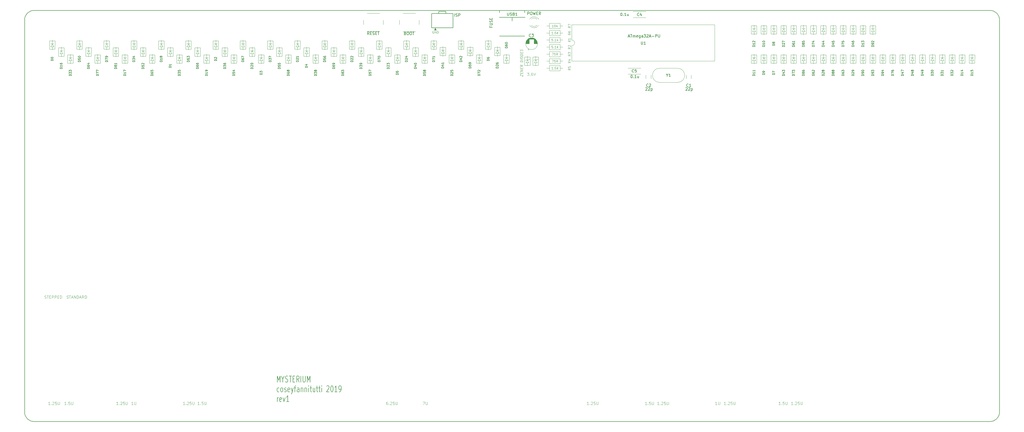
<source format=gbr>
G04 #@! TF.GenerationSoftware,KiCad,Pcbnew,(5.1.4)-1*
G04 #@! TF.CreationDate,2019-11-04T11:04:32-05:00*
G04 #@! TF.ProjectId,mysterium-pcb,6d797374-6572-4697-956d-2d7063622e6b,rev?*
G04 #@! TF.SameCoordinates,Original*
G04 #@! TF.FileFunction,Legend,Top*
G04 #@! TF.FilePolarity,Positive*
%FSLAX46Y46*%
G04 Gerber Fmt 4.6, Leading zero omitted, Abs format (unit mm)*
G04 Created by KiCad (PCBNEW (5.1.4)-1) date 2019-11-04 11:04:32*
%MOMM*%
%LPD*%
G04 APERTURE LIST*
%ADD10C,0.100000*%
%ADD11C,0.150000*%
%ADD12C,0.120000*%
%ADD13C,0.200000*%
%ADD14C,0.203200*%
G04 APERTURE END LIST*
D10*
X182448276Y-68230800D02*
X182372085Y-68192704D01*
X182257800Y-68192704D01*
X182143514Y-68230800D01*
X182067323Y-68306990D01*
X182029228Y-68383180D01*
X181991133Y-68535561D01*
X181991133Y-68649847D01*
X182029228Y-68802228D01*
X182067323Y-68878419D01*
X182143514Y-68954609D01*
X182257800Y-68992704D01*
X182333990Y-68992704D01*
X182448276Y-68954609D01*
X182486371Y-68916514D01*
X182486371Y-68649847D01*
X182333990Y-68649847D01*
X182829228Y-68992704D02*
X182829228Y-68192704D01*
X183286371Y-68992704D01*
X183286371Y-68192704D01*
X183667323Y-68992704D02*
X183667323Y-68192704D01*
X183857800Y-68192704D01*
X183972085Y-68230800D01*
X184048276Y-68306990D01*
X184086371Y-68383180D01*
X184124466Y-68535561D01*
X184124466Y-68649847D01*
X184086371Y-68802228D01*
X184048276Y-68878419D01*
X183972085Y-68954609D01*
X183857800Y-68992704D01*
X183667323Y-68992704D01*
G36*
X183413400Y-67868800D02*
G01*
X182600600Y-67868800D01*
X183007000Y-67081400D01*
X183413400Y-67868800D01*
G37*
X183413400Y-67868800D02*
X182600600Y-67868800D01*
X183007000Y-67081400D01*
X183413400Y-67868800D01*
D11*
X189879409Y-62987180D02*
X189879409Y-61987180D01*
X190307980Y-62939561D02*
X190450838Y-62987180D01*
X190688933Y-62987180D01*
X190784171Y-62939561D01*
X190831790Y-62891942D01*
X190879409Y-62796704D01*
X190879409Y-62701466D01*
X190831790Y-62606228D01*
X190784171Y-62558609D01*
X190688933Y-62510990D01*
X190498457Y-62463371D01*
X190403219Y-62415752D01*
X190355600Y-62368133D01*
X190307980Y-62272895D01*
X190307980Y-62177657D01*
X190355600Y-62082419D01*
X190403219Y-62034800D01*
X190498457Y-61987180D01*
X190736552Y-61987180D01*
X190879409Y-62034800D01*
X191307980Y-62987180D02*
X191307980Y-61987180D01*
X191688933Y-61987180D01*
X191784171Y-62034800D01*
X191831790Y-62082419D01*
X191879409Y-62177657D01*
X191879409Y-62320514D01*
X191831790Y-62415752D01*
X191784171Y-62463371D01*
X191688933Y-62510990D01*
X191307980Y-62510990D01*
D12*
X219320200Y-78442400D02*
X219548800Y-78163000D01*
X218011600Y-78721800D02*
X218240200Y-78442400D01*
X215065200Y-78721800D02*
X215293800Y-78442400D01*
X216373800Y-78442400D02*
X216602400Y-78163000D01*
D10*
X310508828Y-201477074D02*
X309937400Y-201477074D01*
X310223114Y-201477074D02*
X310223114Y-200477074D01*
X310127876Y-200619932D01*
X310032638Y-200715170D01*
X309937400Y-200762789D01*
X310937400Y-201381836D02*
X310985019Y-201429455D01*
X310937400Y-201477074D01*
X310889780Y-201429455D01*
X310937400Y-201381836D01*
X310937400Y-201477074D01*
X311365971Y-200572313D02*
X311413590Y-200524694D01*
X311508828Y-200477074D01*
X311746923Y-200477074D01*
X311842161Y-200524694D01*
X311889780Y-200572313D01*
X311937400Y-200667551D01*
X311937400Y-200762789D01*
X311889780Y-200905646D01*
X311318352Y-201477074D01*
X311937400Y-201477074D01*
X312842161Y-200477074D02*
X312365971Y-200477074D01*
X312318352Y-200953265D01*
X312365971Y-200905646D01*
X312461209Y-200858027D01*
X312699304Y-200858027D01*
X312794542Y-200905646D01*
X312842161Y-200953265D01*
X312889780Y-201048503D01*
X312889780Y-201286598D01*
X312842161Y-201381836D01*
X312794542Y-201429455D01*
X312699304Y-201477074D01*
X312461209Y-201477074D01*
X312365971Y-201429455D01*
X312318352Y-201381836D01*
X313318352Y-200477074D02*
X313318352Y-201286598D01*
X313365971Y-201381836D01*
X313413590Y-201429455D01*
X313508828Y-201477074D01*
X313699304Y-201477074D01*
X313794542Y-201429455D01*
X313842161Y-201381836D01*
X313889780Y-201286598D01*
X313889780Y-200477074D01*
X286556628Y-201477074D02*
X285985200Y-201477074D01*
X286270914Y-201477074D02*
X286270914Y-200477074D01*
X286175676Y-200619932D01*
X286080438Y-200715170D01*
X285985200Y-200762789D01*
X286985200Y-201381836D02*
X287032819Y-201429455D01*
X286985200Y-201477074D01*
X286937580Y-201429455D01*
X286985200Y-201381836D01*
X286985200Y-201477074D01*
X287413771Y-200572313D02*
X287461390Y-200524694D01*
X287556628Y-200477074D01*
X287794723Y-200477074D01*
X287889961Y-200524694D01*
X287937580Y-200572313D01*
X287985200Y-200667551D01*
X287985200Y-200762789D01*
X287937580Y-200905646D01*
X287366152Y-201477074D01*
X287985200Y-201477074D01*
X288889961Y-200477074D02*
X288413771Y-200477074D01*
X288366152Y-200953265D01*
X288413771Y-200905646D01*
X288509009Y-200858027D01*
X288747104Y-200858027D01*
X288842342Y-200905646D01*
X288889961Y-200953265D01*
X288937580Y-201048503D01*
X288937580Y-201286598D01*
X288889961Y-201381836D01*
X288842342Y-201429455D01*
X288747104Y-201477074D01*
X288509009Y-201477074D01*
X288413771Y-201429455D01*
X288366152Y-201381836D01*
X289366152Y-200477074D02*
X289366152Y-201286598D01*
X289413771Y-201381836D01*
X289461390Y-201429455D01*
X289556628Y-201477074D01*
X289747104Y-201477074D01*
X289842342Y-201429455D01*
X289889961Y-201381836D01*
X289937580Y-201286598D01*
X289937580Y-200477074D01*
X262782228Y-201477074D02*
X262210800Y-201477074D01*
X262496514Y-201477074D02*
X262496514Y-200477074D01*
X262401276Y-200619932D01*
X262306038Y-200715170D01*
X262210800Y-200762789D01*
X263210800Y-201381836D02*
X263258419Y-201429455D01*
X263210800Y-201477074D01*
X263163180Y-201429455D01*
X263210800Y-201381836D01*
X263210800Y-201477074D01*
X263639371Y-200572313D02*
X263686990Y-200524694D01*
X263782228Y-200477074D01*
X264020323Y-200477074D01*
X264115561Y-200524694D01*
X264163180Y-200572313D01*
X264210800Y-200667551D01*
X264210800Y-200762789D01*
X264163180Y-200905646D01*
X263591752Y-201477074D01*
X264210800Y-201477074D01*
X265115561Y-200477074D02*
X264639371Y-200477074D01*
X264591752Y-200953265D01*
X264639371Y-200905646D01*
X264734609Y-200858027D01*
X264972704Y-200858027D01*
X265067942Y-200905646D01*
X265115561Y-200953265D01*
X265163180Y-201048503D01*
X265163180Y-201286598D01*
X265115561Y-201381836D01*
X265067942Y-201429455D01*
X264972704Y-201477074D01*
X264734609Y-201477074D01*
X264639371Y-201429455D01*
X264591752Y-201381836D01*
X265591752Y-200477074D02*
X265591752Y-201286598D01*
X265639371Y-201381836D01*
X265686990Y-201429455D01*
X265782228Y-201477074D01*
X265972704Y-201477074D01*
X266067942Y-201429455D01*
X266115561Y-201381836D01*
X266163180Y-201286598D01*
X266163180Y-200477074D01*
X237687028Y-201477074D02*
X237115600Y-201477074D01*
X237401314Y-201477074D02*
X237401314Y-200477074D01*
X237306076Y-200619932D01*
X237210838Y-200715170D01*
X237115600Y-200762789D01*
X238115600Y-201381836D02*
X238163219Y-201429455D01*
X238115600Y-201477074D01*
X238067980Y-201429455D01*
X238115600Y-201381836D01*
X238115600Y-201477074D01*
X238544171Y-200572313D02*
X238591790Y-200524694D01*
X238687028Y-200477074D01*
X238925123Y-200477074D01*
X239020361Y-200524694D01*
X239067980Y-200572313D01*
X239115600Y-200667551D01*
X239115600Y-200762789D01*
X239067980Y-200905646D01*
X238496552Y-201477074D01*
X239115600Y-201477074D01*
X240020361Y-200477074D02*
X239544171Y-200477074D01*
X239496552Y-200953265D01*
X239544171Y-200905646D01*
X239639409Y-200858027D01*
X239877504Y-200858027D01*
X239972742Y-200905646D01*
X240020361Y-200953265D01*
X240067980Y-201048503D01*
X240067980Y-201286598D01*
X240020361Y-201381836D01*
X239972742Y-201429455D01*
X239877504Y-201477074D01*
X239639409Y-201477074D01*
X239544171Y-201429455D01*
X239496552Y-201381836D01*
X240496552Y-200477074D02*
X240496552Y-201286598D01*
X240544171Y-201381836D01*
X240591790Y-201429455D01*
X240687028Y-201477074D01*
X240877504Y-201477074D01*
X240972742Y-201429455D01*
X241020361Y-201381836D01*
X241067980Y-201286598D01*
X241067980Y-200477074D01*
X93643628Y-201477074D02*
X93072200Y-201477074D01*
X93357914Y-201477074D02*
X93357914Y-200477074D01*
X93262676Y-200619932D01*
X93167438Y-200715170D01*
X93072200Y-200762789D01*
X94072200Y-201381836D02*
X94119819Y-201429455D01*
X94072200Y-201477074D01*
X94024580Y-201429455D01*
X94072200Y-201381836D01*
X94072200Y-201477074D01*
X94500771Y-200572313D02*
X94548390Y-200524694D01*
X94643628Y-200477074D01*
X94881723Y-200477074D01*
X94976961Y-200524694D01*
X95024580Y-200572313D01*
X95072200Y-200667551D01*
X95072200Y-200762789D01*
X95024580Y-200905646D01*
X94453152Y-201477074D01*
X95072200Y-201477074D01*
X95976961Y-200477074D02*
X95500771Y-200477074D01*
X95453152Y-200953265D01*
X95500771Y-200905646D01*
X95596009Y-200858027D01*
X95834104Y-200858027D01*
X95929342Y-200905646D01*
X95976961Y-200953265D01*
X96024580Y-201048503D01*
X96024580Y-201286598D01*
X95976961Y-201381836D01*
X95929342Y-201429455D01*
X95834104Y-201477074D01*
X95596009Y-201477074D01*
X95500771Y-201429455D01*
X95453152Y-201381836D01*
X96453152Y-200477074D02*
X96453152Y-201286598D01*
X96500771Y-201381836D01*
X96548390Y-201429455D01*
X96643628Y-201477074D01*
X96834104Y-201477074D01*
X96929342Y-201429455D01*
X96976961Y-201381836D01*
X97024580Y-201286598D01*
X97024580Y-200477074D01*
X69869228Y-201477074D02*
X69297800Y-201477074D01*
X69583514Y-201477074D02*
X69583514Y-200477074D01*
X69488276Y-200619932D01*
X69393038Y-200715170D01*
X69297800Y-200762789D01*
X70297800Y-201381836D02*
X70345419Y-201429455D01*
X70297800Y-201477074D01*
X70250180Y-201429455D01*
X70297800Y-201381836D01*
X70297800Y-201477074D01*
X70726371Y-200572313D02*
X70773990Y-200524694D01*
X70869228Y-200477074D01*
X71107323Y-200477074D01*
X71202561Y-200524694D01*
X71250180Y-200572313D01*
X71297800Y-200667551D01*
X71297800Y-200762789D01*
X71250180Y-200905646D01*
X70678752Y-201477074D01*
X71297800Y-201477074D01*
X72202561Y-200477074D02*
X71726371Y-200477074D01*
X71678752Y-200953265D01*
X71726371Y-200905646D01*
X71821609Y-200858027D01*
X72059704Y-200858027D01*
X72154942Y-200905646D01*
X72202561Y-200953265D01*
X72250180Y-201048503D01*
X72250180Y-201286598D01*
X72202561Y-201381836D01*
X72154942Y-201429455D01*
X72059704Y-201477074D01*
X71821609Y-201477074D01*
X71726371Y-201429455D01*
X71678752Y-201381836D01*
X72678752Y-200477074D02*
X72678752Y-201286598D01*
X72726371Y-201381836D01*
X72773990Y-201429455D01*
X72869228Y-201477074D01*
X73059704Y-201477074D01*
X73154942Y-201429455D01*
X73202561Y-201381836D01*
X73250180Y-201286598D01*
X73250180Y-200477074D01*
X45612228Y-201477074D02*
X45040800Y-201477074D01*
X45326514Y-201477074D02*
X45326514Y-200477074D01*
X45231276Y-200619932D01*
X45136038Y-200715170D01*
X45040800Y-200762789D01*
X46040800Y-201381836D02*
X46088419Y-201429455D01*
X46040800Y-201477074D01*
X45993180Y-201429455D01*
X46040800Y-201381836D01*
X46040800Y-201477074D01*
X46469371Y-200572313D02*
X46516990Y-200524694D01*
X46612228Y-200477074D01*
X46850323Y-200477074D01*
X46945561Y-200524694D01*
X46993180Y-200572313D01*
X47040800Y-200667551D01*
X47040800Y-200762789D01*
X46993180Y-200905646D01*
X46421752Y-201477074D01*
X47040800Y-201477074D01*
X47945561Y-200477074D02*
X47469371Y-200477074D01*
X47421752Y-200953265D01*
X47469371Y-200905646D01*
X47564609Y-200858027D01*
X47802704Y-200858027D01*
X47897942Y-200905646D01*
X47945561Y-200953265D01*
X47993180Y-201048503D01*
X47993180Y-201286598D01*
X47945561Y-201381836D01*
X47897942Y-201429455D01*
X47802704Y-201477074D01*
X47564609Y-201477074D01*
X47469371Y-201429455D01*
X47421752Y-201381836D01*
X48421752Y-200477074D02*
X48421752Y-201286598D01*
X48469371Y-201381836D01*
X48516990Y-201429455D01*
X48612228Y-201477074D01*
X48802704Y-201477074D01*
X48897942Y-201429455D01*
X48945561Y-201381836D01*
X48993180Y-201286598D01*
X48993180Y-200477074D01*
X283454504Y-201477074D02*
X282883076Y-201477074D01*
X283168790Y-201477074D02*
X283168790Y-200477074D01*
X283073552Y-200619932D01*
X282978314Y-200715170D01*
X282883076Y-200762789D01*
X283883076Y-200477074D02*
X283883076Y-201286598D01*
X283930695Y-201381836D01*
X283978314Y-201429455D01*
X284073552Y-201477074D01*
X284264028Y-201477074D01*
X284359266Y-201429455D01*
X284406885Y-201381836D01*
X284454504Y-201286598D01*
X284454504Y-200477074D01*
X306082819Y-201477074D02*
X305511390Y-201477074D01*
X305797104Y-201477074D02*
X305797104Y-200477074D01*
X305701866Y-200619932D01*
X305606628Y-200715170D01*
X305511390Y-200762789D01*
X306511390Y-201381836D02*
X306559009Y-201429455D01*
X306511390Y-201477074D01*
X306463771Y-201429455D01*
X306511390Y-201381836D01*
X306511390Y-201477074D01*
X307463771Y-200477074D02*
X306987580Y-200477074D01*
X306939961Y-200953265D01*
X306987580Y-200905646D01*
X307082819Y-200858027D01*
X307320914Y-200858027D01*
X307416152Y-200905646D01*
X307463771Y-200953265D01*
X307511390Y-201048503D01*
X307511390Y-201286598D01*
X307463771Y-201381836D01*
X307416152Y-201429455D01*
X307320914Y-201477074D01*
X307082819Y-201477074D01*
X306987580Y-201429455D01*
X306939961Y-201381836D01*
X307939961Y-200477074D02*
X307939961Y-201286598D01*
X307987580Y-201381836D01*
X308035200Y-201429455D01*
X308130438Y-201477074D01*
X308320914Y-201477074D01*
X308416152Y-201429455D01*
X308463771Y-201381836D01*
X308511390Y-201286598D01*
X308511390Y-200477074D01*
X258407019Y-201477074D02*
X257835590Y-201477074D01*
X258121304Y-201477074D02*
X258121304Y-200477074D01*
X258026066Y-200619932D01*
X257930828Y-200715170D01*
X257835590Y-200762789D01*
X258835590Y-201381836D02*
X258883209Y-201429455D01*
X258835590Y-201477074D01*
X258787971Y-201429455D01*
X258835590Y-201381836D01*
X258835590Y-201477074D01*
X259787971Y-200477074D02*
X259311780Y-200477074D01*
X259264161Y-200953265D01*
X259311780Y-200905646D01*
X259407019Y-200858027D01*
X259645114Y-200858027D01*
X259740352Y-200905646D01*
X259787971Y-200953265D01*
X259835590Y-201048503D01*
X259835590Y-201286598D01*
X259787971Y-201381836D01*
X259740352Y-201429455D01*
X259645114Y-201477074D01*
X259407019Y-201477074D01*
X259311780Y-201429455D01*
X259264161Y-201381836D01*
X260264161Y-200477074D02*
X260264161Y-201286598D01*
X260311780Y-201381836D01*
X260359400Y-201429455D01*
X260454638Y-201477074D01*
X260645114Y-201477074D01*
X260740352Y-201429455D01*
X260787971Y-201381836D01*
X260835590Y-201286598D01*
X260835590Y-200477074D01*
X98869619Y-201477074D02*
X98298190Y-201477074D01*
X98583904Y-201477074D02*
X98583904Y-200477074D01*
X98488666Y-200619932D01*
X98393428Y-200715170D01*
X98298190Y-200762789D01*
X99298190Y-201381836D02*
X99345809Y-201429455D01*
X99298190Y-201477074D01*
X99250571Y-201429455D01*
X99298190Y-201381836D01*
X99298190Y-201477074D01*
X100250571Y-200477074D02*
X99774380Y-200477074D01*
X99726761Y-200953265D01*
X99774380Y-200905646D01*
X99869619Y-200858027D01*
X100107714Y-200858027D01*
X100202952Y-200905646D01*
X100250571Y-200953265D01*
X100298190Y-201048503D01*
X100298190Y-201286598D01*
X100250571Y-201381836D01*
X100202952Y-201429455D01*
X100107714Y-201477074D01*
X99869619Y-201477074D01*
X99774380Y-201429455D01*
X99726761Y-201381836D01*
X100726761Y-200477074D02*
X100726761Y-201286598D01*
X100774380Y-201381836D01*
X100822000Y-201429455D01*
X100917238Y-201477074D01*
X101107714Y-201477074D01*
X101202952Y-201429455D01*
X101250571Y-201381836D01*
X101298190Y-201286598D01*
X101298190Y-200477074D01*
X75225304Y-201477074D02*
X74653876Y-201477074D01*
X74939590Y-201477074D02*
X74939590Y-200477074D01*
X74844352Y-200619932D01*
X74749114Y-200715170D01*
X74653876Y-200762789D01*
X75653876Y-200477074D02*
X75653876Y-201286598D01*
X75701495Y-201381836D01*
X75749114Y-201429455D01*
X75844352Y-201477074D01*
X76034828Y-201477074D01*
X76130066Y-201429455D01*
X76177685Y-201381836D01*
X76225304Y-201286598D01*
X76225304Y-200477074D01*
X51346219Y-201477074D02*
X50774790Y-201477074D01*
X51060504Y-201477074D02*
X51060504Y-200477074D01*
X50965266Y-200619932D01*
X50870028Y-200715170D01*
X50774790Y-200762789D01*
X51774790Y-201381836D02*
X51822409Y-201429455D01*
X51774790Y-201477074D01*
X51727171Y-201429455D01*
X51774790Y-201381836D01*
X51774790Y-201477074D01*
X52727171Y-200477074D02*
X52250980Y-200477074D01*
X52203361Y-200953265D01*
X52250980Y-200905646D01*
X52346219Y-200858027D01*
X52584314Y-200858027D01*
X52679552Y-200905646D01*
X52727171Y-200953265D01*
X52774790Y-201048503D01*
X52774790Y-201286598D01*
X52727171Y-201381836D01*
X52679552Y-201429455D01*
X52584314Y-201477074D01*
X52346219Y-201477074D01*
X52250980Y-201429455D01*
X52203361Y-201381836D01*
X53203361Y-200477074D02*
X53203361Y-201286598D01*
X53250980Y-201381836D01*
X53298600Y-201429455D01*
X53393838Y-201477074D01*
X53584314Y-201477074D01*
X53679552Y-201429455D01*
X53727171Y-201381836D01*
X53774790Y-201286598D01*
X53774790Y-200477074D01*
X51570380Y-163498161D02*
X51713238Y-163545780D01*
X51951333Y-163545780D01*
X52046571Y-163498161D01*
X52094190Y-163450542D01*
X52141809Y-163355304D01*
X52141809Y-163260066D01*
X52094190Y-163164828D01*
X52046571Y-163117209D01*
X51951333Y-163069590D01*
X51760857Y-163021971D01*
X51665619Y-162974352D01*
X51618000Y-162926733D01*
X51570380Y-162831495D01*
X51570380Y-162736257D01*
X51618000Y-162641019D01*
X51665619Y-162593400D01*
X51760857Y-162545780D01*
X51998952Y-162545780D01*
X52141809Y-162593400D01*
X52427523Y-162545780D02*
X52998952Y-162545780D01*
X52713238Y-163545780D02*
X52713238Y-162545780D01*
X53284666Y-163260066D02*
X53760857Y-163260066D01*
X53189428Y-163545780D02*
X53522761Y-162545780D01*
X53856095Y-163545780D01*
X54189428Y-163545780D02*
X54189428Y-162545780D01*
X54760857Y-163545780D01*
X54760857Y-162545780D01*
X55237047Y-163545780D02*
X55237047Y-162545780D01*
X55475142Y-162545780D01*
X55618000Y-162593400D01*
X55713238Y-162688638D01*
X55760857Y-162783876D01*
X55808476Y-162974352D01*
X55808476Y-163117209D01*
X55760857Y-163307685D01*
X55713238Y-163402923D01*
X55618000Y-163498161D01*
X55475142Y-163545780D01*
X55237047Y-163545780D01*
X56189428Y-163260066D02*
X56665619Y-163260066D01*
X56094190Y-163545780D02*
X56427523Y-162545780D01*
X56760857Y-163545780D01*
X57665619Y-163545780D02*
X57332285Y-163069590D01*
X57094190Y-163545780D02*
X57094190Y-162545780D01*
X57475142Y-162545780D01*
X57570380Y-162593400D01*
X57618000Y-162641019D01*
X57665619Y-162736257D01*
X57665619Y-162879114D01*
X57618000Y-162974352D01*
X57570380Y-163021971D01*
X57475142Y-163069590D01*
X57094190Y-163069590D01*
X58094190Y-163545780D02*
X58094190Y-162545780D01*
X58332285Y-162545780D01*
X58475142Y-162593400D01*
X58570380Y-162688638D01*
X58618000Y-162783876D01*
X58665619Y-162974352D01*
X58665619Y-163117209D01*
X58618000Y-163307685D01*
X58570380Y-163402923D01*
X58475142Y-163498161D01*
X58332285Y-163545780D01*
X58094190Y-163545780D01*
X43664571Y-163498161D02*
X43807428Y-163545780D01*
X44045523Y-163545780D01*
X44140761Y-163498161D01*
X44188380Y-163450542D01*
X44236000Y-163355304D01*
X44236000Y-163260066D01*
X44188380Y-163164828D01*
X44140761Y-163117209D01*
X44045523Y-163069590D01*
X43855047Y-163021971D01*
X43759809Y-162974352D01*
X43712190Y-162926733D01*
X43664571Y-162831495D01*
X43664571Y-162736257D01*
X43712190Y-162641019D01*
X43759809Y-162593400D01*
X43855047Y-162545780D01*
X44093142Y-162545780D01*
X44236000Y-162593400D01*
X44521714Y-162545780D02*
X45093142Y-162545780D01*
X44807428Y-163545780D02*
X44807428Y-162545780D01*
X45426476Y-163021971D02*
X45759809Y-163021971D01*
X45902666Y-163545780D02*
X45426476Y-163545780D01*
X45426476Y-162545780D01*
X45902666Y-162545780D01*
X46331238Y-163545780D02*
X46331238Y-162545780D01*
X46712190Y-162545780D01*
X46807428Y-162593400D01*
X46855047Y-162641019D01*
X46902666Y-162736257D01*
X46902666Y-162879114D01*
X46855047Y-162974352D01*
X46807428Y-163021971D01*
X46712190Y-163069590D01*
X46331238Y-163069590D01*
X47331238Y-163545780D02*
X47331238Y-162545780D01*
X47712190Y-162545780D01*
X47807428Y-162593400D01*
X47855047Y-162641019D01*
X47902666Y-162736257D01*
X47902666Y-162879114D01*
X47855047Y-162974352D01*
X47807428Y-163021971D01*
X47712190Y-163069590D01*
X47331238Y-163069590D01*
X48331238Y-163021971D02*
X48664571Y-163021971D01*
X48807428Y-163545780D02*
X48331238Y-163545780D01*
X48331238Y-162545780D01*
X48807428Y-162545780D01*
X49236000Y-163545780D02*
X49236000Y-162545780D01*
X49474095Y-162545780D01*
X49616952Y-162593400D01*
X49712190Y-162688638D01*
X49759809Y-162783876D01*
X49807428Y-162974352D01*
X49807428Y-163117209D01*
X49759809Y-163307685D01*
X49712190Y-163402923D01*
X49616952Y-163498161D01*
X49474095Y-163545780D01*
X49236000Y-163545780D01*
X213273542Y-84251242D02*
X213273542Y-83651242D01*
X214173542Y-84363742D01*
X214173542Y-83763742D01*
X213702114Y-83361957D02*
X213702114Y-83061957D01*
X214173542Y-82992314D02*
X214173542Y-83420885D01*
X213273542Y-83308385D01*
X213273542Y-82879814D01*
X214173542Y-82606600D02*
X213273542Y-82494100D01*
X214173542Y-82092314D01*
X213273542Y-81979814D01*
X213702114Y-81604814D02*
X213702114Y-81304814D01*
X214173542Y-81235171D02*
X214173542Y-81663742D01*
X213273542Y-81551242D01*
X213273542Y-81122671D01*
X214173542Y-80335171D02*
X213744971Y-80581600D01*
X214173542Y-80849457D02*
X213273542Y-80736957D01*
X213273542Y-80394100D01*
X213316400Y-80313742D01*
X213359257Y-80276242D01*
X213444971Y-80244100D01*
X213573542Y-80260171D01*
X213659257Y-80313742D01*
X213702114Y-80361957D01*
X213744971Y-80453028D01*
X213744971Y-80795885D01*
X214173542Y-79263742D02*
X213273542Y-79151242D01*
X213273542Y-78936957D01*
X213316400Y-78813742D01*
X213402114Y-78738742D01*
X213487828Y-78706600D01*
X213659257Y-78685171D01*
X213787828Y-78701242D01*
X213959257Y-78765528D01*
X214044971Y-78819100D01*
X214130685Y-78915528D01*
X214173542Y-79049457D01*
X214173542Y-79263742D01*
X214173542Y-78363742D02*
X213273542Y-78251242D01*
X213273542Y-77651242D02*
X213273542Y-77479814D01*
X213316400Y-77399457D01*
X213402114Y-77324457D01*
X213573542Y-77303028D01*
X213873542Y-77340528D01*
X214044971Y-77404814D01*
X214130685Y-77501242D01*
X214173542Y-77592314D01*
X214173542Y-77763742D01*
X214130685Y-77844100D01*
X214044971Y-77919100D01*
X213873542Y-77940528D01*
X213573542Y-77903028D01*
X213402114Y-77838742D01*
X213316400Y-77742314D01*
X213273542Y-77651242D01*
X214173542Y-76992314D02*
X213273542Y-76879814D01*
X213273542Y-76665528D01*
X213316400Y-76542314D01*
X213402114Y-76467314D01*
X213487828Y-76435171D01*
X213659257Y-76413742D01*
X213787828Y-76429814D01*
X213959257Y-76494100D01*
X214044971Y-76547671D01*
X214130685Y-76644100D01*
X214173542Y-76778028D01*
X214173542Y-76992314D01*
X213702114Y-76033385D02*
X213702114Y-75733385D01*
X214173542Y-75663742D02*
X214173542Y-76092314D01*
X213273542Y-75979814D01*
X213273542Y-75551242D01*
X214130685Y-75315528D02*
X214173542Y-75192314D01*
X214173542Y-74978028D01*
X214130685Y-74886957D01*
X214087828Y-74838742D01*
X214002114Y-74785171D01*
X213916400Y-74774457D01*
X213830685Y-74806600D01*
X213787828Y-74844100D01*
X213744971Y-74924457D01*
X213702114Y-75090528D01*
X213659257Y-75170885D01*
X213616400Y-75208385D01*
X213530685Y-75240528D01*
X213444971Y-75229814D01*
X213359257Y-75176242D01*
X213316400Y-75128028D01*
X213273542Y-75036957D01*
X213273542Y-74822671D01*
X213316400Y-74699457D01*
D13*
X126648942Y-193405438D02*
X126648942Y-191205438D01*
X127148942Y-192776866D01*
X127648942Y-191205438D01*
X127648942Y-193405438D01*
X128648942Y-192357819D02*
X128648942Y-193405438D01*
X128148942Y-191205438D02*
X128648942Y-192357819D01*
X129148942Y-191205438D01*
X129577514Y-193300676D02*
X129791800Y-193405438D01*
X130148942Y-193405438D01*
X130291800Y-193300676D01*
X130363228Y-193195914D01*
X130434657Y-192986390D01*
X130434657Y-192776866D01*
X130363228Y-192567342D01*
X130291800Y-192462580D01*
X130148942Y-192357819D01*
X129863228Y-192253057D01*
X129720371Y-192148295D01*
X129648942Y-192043533D01*
X129577514Y-191834009D01*
X129577514Y-191624485D01*
X129648942Y-191414961D01*
X129720371Y-191310200D01*
X129863228Y-191205438D01*
X130220371Y-191205438D01*
X130434657Y-191310200D01*
X130863228Y-191205438D02*
X131720371Y-191205438D01*
X131291800Y-193405438D02*
X131291800Y-191205438D01*
X132220371Y-192253057D02*
X132720371Y-192253057D01*
X132934657Y-193405438D02*
X132220371Y-193405438D01*
X132220371Y-191205438D01*
X132934657Y-191205438D01*
X134434657Y-193405438D02*
X133934657Y-192357819D01*
X133577514Y-193405438D02*
X133577514Y-191205438D01*
X134148942Y-191205438D01*
X134291800Y-191310200D01*
X134363228Y-191414961D01*
X134434657Y-191624485D01*
X134434657Y-191938771D01*
X134363228Y-192148295D01*
X134291800Y-192253057D01*
X134148942Y-192357819D01*
X133577514Y-192357819D01*
X135077514Y-193405438D02*
X135077514Y-191205438D01*
X135791800Y-191205438D02*
X135791800Y-192986390D01*
X135863228Y-193195914D01*
X135934657Y-193300676D01*
X136077514Y-193405438D01*
X136363228Y-193405438D01*
X136506085Y-193300676D01*
X136577514Y-193195914D01*
X136648942Y-192986390D01*
X136648942Y-191205438D01*
X137363228Y-193405438D02*
X137363228Y-191205438D01*
X137863228Y-192776866D01*
X138363228Y-191205438D01*
X138363228Y-193405438D01*
X127291800Y-196800676D02*
X127148942Y-196905438D01*
X126863228Y-196905438D01*
X126720371Y-196800676D01*
X126648942Y-196695914D01*
X126577514Y-196486390D01*
X126577514Y-195857819D01*
X126648942Y-195648295D01*
X126720371Y-195543533D01*
X126863228Y-195438771D01*
X127148942Y-195438771D01*
X127291800Y-195543533D01*
X128148942Y-196905438D02*
X128006085Y-196800676D01*
X127934657Y-196695914D01*
X127863228Y-196486390D01*
X127863228Y-195857819D01*
X127934657Y-195648295D01*
X128006085Y-195543533D01*
X128148942Y-195438771D01*
X128363228Y-195438771D01*
X128506085Y-195543533D01*
X128577514Y-195648295D01*
X128648942Y-195857819D01*
X128648942Y-196486390D01*
X128577514Y-196695914D01*
X128506085Y-196800676D01*
X128363228Y-196905438D01*
X128148942Y-196905438D01*
X129220371Y-196800676D02*
X129363228Y-196905438D01*
X129648942Y-196905438D01*
X129791800Y-196800676D01*
X129863228Y-196591152D01*
X129863228Y-196486390D01*
X129791800Y-196276866D01*
X129648942Y-196172104D01*
X129434657Y-196172104D01*
X129291800Y-196067342D01*
X129220371Y-195857819D01*
X129220371Y-195753057D01*
X129291800Y-195543533D01*
X129434657Y-195438771D01*
X129648942Y-195438771D01*
X129791800Y-195543533D01*
X131077514Y-196800676D02*
X130934657Y-196905438D01*
X130648942Y-196905438D01*
X130506085Y-196800676D01*
X130434657Y-196591152D01*
X130434657Y-195753057D01*
X130506085Y-195543533D01*
X130648942Y-195438771D01*
X130934657Y-195438771D01*
X131077514Y-195543533D01*
X131148942Y-195753057D01*
X131148942Y-195962580D01*
X130434657Y-196172104D01*
X131648942Y-195438771D02*
X132006085Y-196905438D01*
X132363228Y-195438771D02*
X132006085Y-196905438D01*
X131863228Y-197429247D01*
X131791800Y-197534009D01*
X131648942Y-197638771D01*
X132720371Y-195438771D02*
X133291800Y-195438771D01*
X132934657Y-196905438D02*
X132934657Y-195019723D01*
X133006085Y-194810200D01*
X133148942Y-194705438D01*
X133291800Y-194705438D01*
X134434657Y-196905438D02*
X134434657Y-195753057D01*
X134363228Y-195543533D01*
X134220371Y-195438771D01*
X133934657Y-195438771D01*
X133791800Y-195543533D01*
X134434657Y-196800676D02*
X134291800Y-196905438D01*
X133934657Y-196905438D01*
X133791800Y-196800676D01*
X133720371Y-196591152D01*
X133720371Y-196381628D01*
X133791800Y-196172104D01*
X133934657Y-196067342D01*
X134291800Y-196067342D01*
X134434657Y-195962580D01*
X135148942Y-195438771D02*
X135148942Y-196905438D01*
X135148942Y-195648295D02*
X135220371Y-195543533D01*
X135363228Y-195438771D01*
X135577514Y-195438771D01*
X135720371Y-195543533D01*
X135791800Y-195753057D01*
X135791800Y-196905438D01*
X136506085Y-195438771D02*
X136506085Y-196905438D01*
X136506085Y-195648295D02*
X136577514Y-195543533D01*
X136720371Y-195438771D01*
X136934657Y-195438771D01*
X137077514Y-195543533D01*
X137148942Y-195753057D01*
X137148942Y-196905438D01*
X137863228Y-196905438D02*
X137863228Y-195438771D01*
X137863228Y-194705438D02*
X137791800Y-194810200D01*
X137863228Y-194914961D01*
X137934657Y-194810200D01*
X137863228Y-194705438D01*
X137863228Y-194914961D01*
X138363228Y-195438771D02*
X138934657Y-195438771D01*
X138577514Y-194705438D02*
X138577514Y-196591152D01*
X138648942Y-196800676D01*
X138791800Y-196905438D01*
X138934657Y-196905438D01*
X140077514Y-195438771D02*
X140077514Y-196905438D01*
X139434657Y-195438771D02*
X139434657Y-196591152D01*
X139506085Y-196800676D01*
X139648942Y-196905438D01*
X139863228Y-196905438D01*
X140006085Y-196800676D01*
X140077514Y-196695914D01*
X140577514Y-195438771D02*
X141148942Y-195438771D01*
X140791800Y-194705438D02*
X140791800Y-196591152D01*
X140863228Y-196800676D01*
X141006085Y-196905438D01*
X141148942Y-196905438D01*
X141434657Y-195438771D02*
X142006085Y-195438771D01*
X141648942Y-194705438D02*
X141648942Y-196591152D01*
X141720371Y-196800676D01*
X141863228Y-196905438D01*
X142006085Y-196905438D01*
X142506085Y-196905438D02*
X142506085Y-195438771D01*
X142506085Y-194705438D02*
X142434657Y-194810200D01*
X142506085Y-194914961D01*
X142577514Y-194810200D01*
X142506085Y-194705438D01*
X142506085Y-194914961D01*
X144291800Y-194914961D02*
X144363228Y-194810200D01*
X144506085Y-194705438D01*
X144863228Y-194705438D01*
X145006085Y-194810200D01*
X145077514Y-194914961D01*
X145148942Y-195124485D01*
X145148942Y-195334009D01*
X145077514Y-195648295D01*
X144220371Y-196905438D01*
X145148942Y-196905438D01*
X146077514Y-194705438D02*
X146220371Y-194705438D01*
X146363228Y-194810200D01*
X146434657Y-194914961D01*
X146506085Y-195124485D01*
X146577514Y-195543533D01*
X146577514Y-196067342D01*
X146506085Y-196486390D01*
X146434657Y-196695914D01*
X146363228Y-196800676D01*
X146220371Y-196905438D01*
X146077514Y-196905438D01*
X145934657Y-196800676D01*
X145863228Y-196695914D01*
X145791800Y-196486390D01*
X145720371Y-196067342D01*
X145720371Y-195543533D01*
X145791800Y-195124485D01*
X145863228Y-194914961D01*
X145934657Y-194810200D01*
X146077514Y-194705438D01*
X148006085Y-196905438D02*
X147148942Y-196905438D01*
X147577514Y-196905438D02*
X147577514Y-194705438D01*
X147434657Y-195019723D01*
X147291800Y-195229247D01*
X147148942Y-195334009D01*
X148720371Y-196905438D02*
X149006085Y-196905438D01*
X149148942Y-196800676D01*
X149220371Y-196695914D01*
X149363228Y-196381628D01*
X149434657Y-195962580D01*
X149434657Y-195124485D01*
X149363228Y-194914961D01*
X149291800Y-194810200D01*
X149148942Y-194705438D01*
X148863228Y-194705438D01*
X148720371Y-194810200D01*
X148648942Y-194914961D01*
X148577514Y-195124485D01*
X148577514Y-195648295D01*
X148648942Y-195857819D01*
X148720371Y-195962580D01*
X148863228Y-196067342D01*
X149148942Y-196067342D01*
X149291800Y-195962580D01*
X149363228Y-195857819D01*
X149434657Y-195648295D01*
X126648942Y-200405438D02*
X126648942Y-198938771D01*
X126648942Y-199357819D02*
X126720371Y-199148295D01*
X126791800Y-199043533D01*
X126934657Y-198938771D01*
X127077514Y-198938771D01*
X128148942Y-200300676D02*
X128006085Y-200405438D01*
X127720371Y-200405438D01*
X127577514Y-200300676D01*
X127506085Y-200091152D01*
X127506085Y-199253057D01*
X127577514Y-199043533D01*
X127720371Y-198938771D01*
X128006085Y-198938771D01*
X128148942Y-199043533D01*
X128220371Y-199253057D01*
X128220371Y-199462580D01*
X127506085Y-199672104D01*
X128720371Y-198938771D02*
X129077514Y-200405438D01*
X129434657Y-198938771D01*
X130791800Y-200405438D02*
X129934657Y-200405438D01*
X130363228Y-200405438D02*
X130363228Y-198205438D01*
X130220371Y-198519723D01*
X130077514Y-198729247D01*
X129934657Y-198834009D01*
D11*
X384213099Y-204169841D02*
G75*
G02X380909040Y-207479900I-3307059J-3000D01*
G01*
X380903041Y-60863401D02*
G75*
G02X384213100Y-64167460I3000J-3307059D01*
G01*
X36550601Y-64173459D02*
G75*
G02X39854660Y-60863400I3307059J3000D01*
G01*
X39860659Y-207479899D02*
G75*
G02X36550600Y-204175840I-3000J3307059D01*
G01*
X384213100Y-64167460D02*
X384213099Y-204169841D01*
X380909040Y-207479900D02*
X39860659Y-207479899D01*
X36550600Y-204175840D02*
X36550601Y-64173459D01*
X39854660Y-60863400D02*
X380903041Y-60863400D01*
D12*
X309768510Y-76674848D02*
X309768510Y-79644848D01*
X311768510Y-76664848D02*
X311758510Y-79654848D01*
X309768510Y-79654848D02*
X311758510Y-79654848D01*
X310778510Y-79864848D02*
X310778510Y-78744848D01*
X310778510Y-76404848D02*
X310778510Y-77684848D01*
X309768510Y-76664848D02*
X311768510Y-76664848D01*
X310778510Y-77794848D02*
X311318510Y-78744848D01*
X310768510Y-77804848D02*
X310238510Y-78714848D01*
X310238510Y-78744848D02*
X311318510Y-78744848D01*
X310238510Y-77694848D02*
X311318510Y-77694848D01*
X71299966Y-76674848D02*
X71299966Y-79644848D01*
X73299966Y-76664848D02*
X73289966Y-79654848D01*
X71299966Y-79654848D02*
X73289966Y-79654848D01*
X72309966Y-79864848D02*
X72309966Y-78744848D01*
X72309966Y-76404848D02*
X72309966Y-77684848D01*
X71299966Y-76664848D02*
X73299966Y-76664848D01*
X72309966Y-77794848D02*
X72849966Y-78744848D01*
X72299966Y-77804848D02*
X71769966Y-78714848D01*
X71769966Y-78744848D02*
X72849966Y-78744848D01*
X71769966Y-77694848D02*
X72849966Y-77694848D01*
X106933729Y-74194555D02*
X106933729Y-77164555D01*
X108933729Y-74184555D02*
X108923729Y-77174555D01*
X106933729Y-77174555D02*
X108923729Y-77174555D01*
X107943729Y-77384555D02*
X107943729Y-76264555D01*
X107943729Y-73924555D02*
X107943729Y-75204555D01*
X106933729Y-74184555D02*
X108933729Y-74184555D01*
X107943729Y-75314555D02*
X108483729Y-76264555D01*
X107933729Y-75324555D02*
X107403729Y-76234555D01*
X107403729Y-76264555D02*
X108483729Y-76264555D01*
X107403729Y-75214555D02*
X108483729Y-75214555D01*
X320370288Y-76674848D02*
X320370288Y-79644848D01*
X322370288Y-76664848D02*
X322360288Y-79654848D01*
X320370288Y-79654848D02*
X322360288Y-79654848D01*
X321380288Y-79864848D02*
X321380288Y-78744848D01*
X321380288Y-76404848D02*
X321380288Y-77684848D01*
X320370288Y-76664848D02*
X322370288Y-76664848D01*
X321380288Y-77794848D02*
X321920288Y-78744848D01*
X321370288Y-77804848D02*
X320840288Y-78714848D01*
X320840288Y-78744848D02*
X321920288Y-78744848D01*
X320840288Y-77694848D02*
X321920288Y-77694848D01*
X341573844Y-76674848D02*
X341573844Y-79644848D01*
X343573844Y-76664848D02*
X343563844Y-79654848D01*
X341573844Y-79654848D02*
X343563844Y-79654848D01*
X342583844Y-79864848D02*
X342583844Y-78744848D01*
X342583844Y-76404848D02*
X342583844Y-77684848D01*
X341573844Y-76664848D02*
X343573844Y-76664848D01*
X342583844Y-77794848D02*
X343123844Y-78744848D01*
X342573844Y-77804848D02*
X342043844Y-78714848D01*
X342043844Y-78744848D02*
X343123844Y-78744848D01*
X342043844Y-77694848D02*
X343123844Y-77694848D01*
X338039918Y-76674848D02*
X338039918Y-79644848D01*
X340039918Y-76664848D02*
X340029918Y-79654848D01*
X338039918Y-79654848D02*
X340029918Y-79654848D01*
X339049918Y-79864848D02*
X339049918Y-78744848D01*
X339049918Y-76404848D02*
X339049918Y-77684848D01*
X338039918Y-76664848D02*
X340039918Y-76664848D01*
X339049918Y-77794848D02*
X339589918Y-78744848D01*
X339039918Y-77804848D02*
X338509918Y-78714848D01*
X338509918Y-78744848D02*
X339589918Y-78744848D01*
X338509918Y-77694848D02*
X339589918Y-77694848D01*
X338039918Y-66300399D02*
X338039918Y-69270399D01*
X340039918Y-66290399D02*
X340029918Y-69280399D01*
X338039918Y-69280399D02*
X340029918Y-69280399D01*
X339049918Y-69490399D02*
X339049918Y-68370399D01*
X339049918Y-66030399D02*
X339049918Y-67310399D01*
X338039918Y-66290399D02*
X340039918Y-66290399D01*
X339049918Y-67420399D02*
X339589918Y-68370399D01*
X339039918Y-67430399D02*
X338509918Y-68340399D01*
X338509918Y-68370399D02*
X339589918Y-68370399D01*
X338509918Y-67320399D02*
X339589918Y-67320399D01*
X334505992Y-76674848D02*
X334505992Y-79644848D01*
X336505992Y-76664848D02*
X336495992Y-79654848D01*
X334505992Y-79654848D02*
X336495992Y-79654848D01*
X335515992Y-79864848D02*
X335515992Y-78744848D01*
X335515992Y-76404848D02*
X335515992Y-77684848D01*
X334505992Y-76664848D02*
X336505992Y-76664848D01*
X335515992Y-77794848D02*
X336055992Y-78744848D01*
X335505992Y-77804848D02*
X334975992Y-78714848D01*
X334975992Y-78744848D02*
X336055992Y-78744848D01*
X334975992Y-77694848D02*
X336055992Y-77694848D01*
X323904214Y-76674848D02*
X323904214Y-79644848D01*
X325904214Y-76664848D02*
X325894214Y-79654848D01*
X323904214Y-79654848D02*
X325894214Y-79654848D01*
X324914214Y-79864848D02*
X324914214Y-78744848D01*
X324914214Y-76404848D02*
X324914214Y-77684848D01*
X323904214Y-76664848D02*
X325904214Y-76664848D01*
X324914214Y-77794848D02*
X325454214Y-78744848D01*
X324904214Y-77804848D02*
X324374214Y-78714848D01*
X324374214Y-78744848D02*
X325454214Y-78744848D01*
X324374214Y-77694848D02*
X325454214Y-77694848D01*
X313302436Y-76674848D02*
X313302436Y-79644848D01*
X315302436Y-76664848D02*
X315292436Y-79654848D01*
X313302436Y-79654848D02*
X315292436Y-79654848D01*
X314312436Y-79864848D02*
X314312436Y-78744848D01*
X314312436Y-76404848D02*
X314312436Y-77684848D01*
X313302436Y-76664848D02*
X315302436Y-76664848D01*
X314312436Y-77794848D02*
X314852436Y-78744848D01*
X314302436Y-77804848D02*
X313772436Y-78714848D01*
X313772436Y-78744848D02*
X314852436Y-78744848D01*
X313772436Y-77694848D02*
X314852436Y-77694848D01*
X313302436Y-66300399D02*
X313302436Y-69270399D01*
X315302436Y-66290399D02*
X315292436Y-69280399D01*
X313302436Y-69280399D02*
X315292436Y-69280399D01*
X314312436Y-69490399D02*
X314312436Y-68370399D01*
X314312436Y-66030399D02*
X314312436Y-67310399D01*
X313302436Y-66290399D02*
X315302436Y-66290399D01*
X314312436Y-67420399D02*
X314852436Y-68370399D01*
X314302436Y-67430399D02*
X313772436Y-68340399D01*
X313772436Y-68370399D02*
X314852436Y-68370399D01*
X313772436Y-67320399D02*
X314852436Y-67320399D01*
X149046358Y-76674848D02*
X149046358Y-79644848D01*
X151046358Y-76664848D02*
X151036358Y-79654848D01*
X149046358Y-79654848D02*
X151036358Y-79654848D01*
X150056358Y-79864848D02*
X150056358Y-78744848D01*
X150056358Y-76404848D02*
X150056358Y-77684848D01*
X149046358Y-76664848D02*
X151046358Y-76664848D01*
X150056358Y-77794848D02*
X150596358Y-78744848D01*
X150046358Y-77804848D02*
X149516358Y-78714848D01*
X149516358Y-78744848D02*
X150596358Y-78744848D01*
X149516358Y-77694848D02*
X150596358Y-77694848D01*
X68060533Y-74194555D02*
X68060533Y-77164555D01*
X70060533Y-74184555D02*
X70050533Y-77174555D01*
X68060533Y-77174555D02*
X70050533Y-77174555D01*
X69070533Y-77384555D02*
X69070533Y-76264555D01*
X69070533Y-73924555D02*
X69070533Y-75204555D01*
X68060533Y-74184555D02*
X70060533Y-74184555D01*
X69070533Y-75314555D02*
X69610533Y-76264555D01*
X69060533Y-75324555D02*
X68530533Y-76234555D01*
X68530533Y-76264555D02*
X69610533Y-76264555D01*
X68530533Y-75214555D02*
X69610533Y-75214555D01*
X64821100Y-71714262D02*
X64821100Y-74684262D01*
X66821100Y-71704262D02*
X66811100Y-74694262D01*
X64821100Y-74694262D02*
X66811100Y-74694262D01*
X65831100Y-74904262D02*
X65831100Y-73784262D01*
X65831100Y-71444262D02*
X65831100Y-72724262D01*
X64821100Y-71704262D02*
X66821100Y-71704262D01*
X65831100Y-72834262D02*
X66371100Y-73784262D01*
X65821100Y-72844262D02*
X65291100Y-73754262D01*
X65291100Y-73784262D02*
X66371100Y-73784262D01*
X65291100Y-72734262D02*
X66371100Y-72734262D01*
X61581667Y-76674848D02*
X61581667Y-79644848D01*
X63581667Y-76664848D02*
X63571667Y-79654848D01*
X61581667Y-79654848D02*
X63571667Y-79654848D01*
X62591667Y-79864848D02*
X62591667Y-78744848D01*
X62591667Y-76404848D02*
X62591667Y-77684848D01*
X61581667Y-76664848D02*
X63581667Y-76664848D01*
X62591667Y-77794848D02*
X63131667Y-78744848D01*
X62581667Y-77804848D02*
X62051667Y-78714848D01*
X62051667Y-78744848D02*
X63131667Y-78744848D01*
X62051667Y-77694848D02*
X63131667Y-77694848D01*
X345107770Y-76674848D02*
X345107770Y-79644848D01*
X347107770Y-76664848D02*
X347097770Y-79654848D01*
X345107770Y-79654848D02*
X347097770Y-79654848D01*
X346117770Y-79864848D02*
X346117770Y-78744848D01*
X346117770Y-76404848D02*
X346117770Y-77684848D01*
X345107770Y-76664848D02*
X347107770Y-76664848D01*
X346117770Y-77794848D02*
X346657770Y-78744848D01*
X346107770Y-77804848D02*
X345577770Y-78714848D01*
X345577770Y-78744848D02*
X346657770Y-78744848D01*
X345577770Y-77694848D02*
X346657770Y-77694848D01*
X327438140Y-66300399D02*
X327438140Y-69270399D01*
X329438140Y-66290399D02*
X329428140Y-69280399D01*
X327438140Y-69280399D02*
X329428140Y-69280399D01*
X328448140Y-69490399D02*
X328448140Y-68370399D01*
X328448140Y-66030399D02*
X328448140Y-67310399D01*
X327438140Y-66290399D02*
X329438140Y-66290399D01*
X328448140Y-67420399D02*
X328988140Y-68370399D01*
X328438140Y-67430399D02*
X327908140Y-68340399D01*
X327908140Y-68370399D02*
X328988140Y-68370399D01*
X327908140Y-67320399D02*
X328988140Y-67320399D01*
X316836362Y-66300399D02*
X316836362Y-69270399D01*
X318836362Y-66290399D02*
X318826362Y-69280399D01*
X316836362Y-69280399D02*
X318826362Y-69280399D01*
X317846362Y-69490399D02*
X317846362Y-68370399D01*
X317846362Y-66030399D02*
X317846362Y-67310399D01*
X316836362Y-66290399D02*
X318836362Y-66290399D01*
X317846362Y-67420399D02*
X318386362Y-68370399D01*
X317836362Y-67430399D02*
X317306362Y-68340399D01*
X317306362Y-68370399D02*
X318386362Y-68370399D01*
X317306362Y-67320399D02*
X318386362Y-67320399D01*
X197637883Y-76674848D02*
X197637883Y-79644848D01*
X199637883Y-76664848D02*
X199627883Y-79654848D01*
X197637883Y-79654848D02*
X199627883Y-79654848D01*
X198647883Y-79864848D02*
X198647883Y-78744848D01*
X198647883Y-76404848D02*
X198647883Y-77684848D01*
X197637883Y-76664848D02*
X199637883Y-76664848D01*
X198647883Y-77794848D02*
X199187883Y-78744848D01*
X198637883Y-77804848D02*
X198107883Y-78714848D01*
X198107883Y-78744848D02*
X199187883Y-78744848D01*
X198107883Y-77694848D02*
X199187883Y-77694848D01*
X181440688Y-71714262D02*
X181440688Y-74684262D01*
X183440688Y-71704262D02*
X183430688Y-74694262D01*
X181440688Y-74694262D02*
X183430688Y-74694262D01*
X182450688Y-74904262D02*
X182450688Y-73784262D01*
X182450688Y-71444262D02*
X182450688Y-72724262D01*
X181440688Y-71704262D02*
X183440688Y-71704262D01*
X182450688Y-72834262D02*
X182990688Y-73784262D01*
X182440688Y-72844262D02*
X181910688Y-73754262D01*
X181910688Y-73784262D02*
X182990688Y-73784262D01*
X181910688Y-72734262D02*
X182990688Y-72734262D01*
X162004090Y-71714262D02*
X162004090Y-74684262D01*
X164004090Y-71704262D02*
X163994090Y-74694262D01*
X162004090Y-74694262D02*
X163994090Y-74694262D01*
X163014090Y-74904262D02*
X163014090Y-73784262D01*
X163014090Y-71444262D02*
X163014090Y-72724262D01*
X162004090Y-71704262D02*
X164004090Y-71704262D01*
X163014090Y-72834262D02*
X163554090Y-73784262D01*
X163004090Y-72844262D02*
X162474090Y-73754262D01*
X162474090Y-73784262D02*
X163554090Y-73784262D01*
X162474090Y-72734262D02*
X163554090Y-72734262D01*
X145806925Y-74194555D02*
X145806925Y-77164555D01*
X147806925Y-74184555D02*
X147796925Y-77174555D01*
X145806925Y-77174555D02*
X147796925Y-77174555D01*
X146816925Y-77384555D02*
X146816925Y-76264555D01*
X146816925Y-73924555D02*
X146816925Y-75204555D01*
X145806925Y-74184555D02*
X147806925Y-74184555D01*
X146816925Y-75314555D02*
X147356925Y-76264555D01*
X146806925Y-75324555D02*
X146276925Y-76234555D01*
X146276925Y-76264555D02*
X147356925Y-76264555D01*
X146276925Y-75214555D02*
X147356925Y-75214555D01*
X129609760Y-76674848D02*
X129609760Y-79644848D01*
X131609760Y-76664848D02*
X131599760Y-79654848D01*
X129609760Y-79654848D02*
X131599760Y-79654848D01*
X130619760Y-79864848D02*
X130619760Y-78744848D01*
X130619760Y-76404848D02*
X130619760Y-77684848D01*
X129609760Y-76664848D02*
X131609760Y-76664848D01*
X130619760Y-77794848D02*
X131159760Y-78744848D01*
X130609760Y-77804848D02*
X130079760Y-78714848D01*
X130079760Y-78744848D02*
X131159760Y-78744848D01*
X130079760Y-77694848D02*
X131159760Y-77694848D01*
X113412595Y-71714262D02*
X113412595Y-74684262D01*
X115412595Y-71704262D02*
X115402595Y-74694262D01*
X113412595Y-74694262D02*
X115402595Y-74694262D01*
X114422595Y-74904262D02*
X114422595Y-73784262D01*
X114422595Y-71444262D02*
X114422595Y-72724262D01*
X113412595Y-71704262D02*
X115412595Y-71704262D01*
X114422595Y-72834262D02*
X114962595Y-73784262D01*
X114412595Y-72844262D02*
X113882595Y-73754262D01*
X113882595Y-73784262D02*
X114962595Y-73784262D01*
X113882595Y-72734262D02*
X114962595Y-72734262D01*
X97215430Y-74194555D02*
X97215430Y-77164555D01*
X99215430Y-74184555D02*
X99205430Y-77174555D01*
X97215430Y-77174555D02*
X99205430Y-77174555D01*
X98225430Y-77384555D02*
X98225430Y-76264555D01*
X98225430Y-73924555D02*
X98225430Y-75204555D01*
X97215430Y-74184555D02*
X99215430Y-74184555D01*
X98225430Y-75314555D02*
X98765430Y-76264555D01*
X98215430Y-75324555D02*
X97685430Y-76234555D01*
X97685430Y-76264555D02*
X98765430Y-76264555D01*
X97685430Y-75214555D02*
X98765430Y-75214555D01*
X81018265Y-76674848D02*
X81018265Y-79644848D01*
X83018265Y-76664848D02*
X83008265Y-79654848D01*
X81018265Y-79654848D02*
X83008265Y-79654848D01*
X82028265Y-79864848D02*
X82028265Y-78744848D01*
X82028265Y-76404848D02*
X82028265Y-77684848D01*
X81018265Y-76664848D02*
X83018265Y-76664848D01*
X82028265Y-77794848D02*
X82568265Y-78744848D01*
X82018265Y-77804848D02*
X81488265Y-78714848D01*
X81488265Y-78744848D02*
X82568265Y-78744848D01*
X81488265Y-77694848D02*
X82568265Y-77694848D01*
X58342234Y-74194555D02*
X58342234Y-77164555D01*
X60342234Y-74184555D02*
X60332234Y-77174555D01*
X58342234Y-77174555D02*
X60332234Y-77174555D01*
X59352234Y-77384555D02*
X59352234Y-76264555D01*
X59352234Y-73924555D02*
X59352234Y-75204555D01*
X58342234Y-74184555D02*
X60342234Y-74184555D01*
X59352234Y-75314555D02*
X59892234Y-76264555D01*
X59342234Y-75324555D02*
X58812234Y-76234555D01*
X58812234Y-76264555D02*
X59892234Y-76264555D01*
X58812234Y-75214555D02*
X59892234Y-75214555D01*
X327438140Y-76674848D02*
X327438140Y-79644848D01*
X329438140Y-76664848D02*
X329428140Y-79654848D01*
X327438140Y-79654848D02*
X329428140Y-79654848D01*
X328448140Y-79864848D02*
X328448140Y-78744848D01*
X328448140Y-76404848D02*
X328448140Y-77684848D01*
X327438140Y-76664848D02*
X329438140Y-76664848D01*
X328448140Y-77794848D02*
X328988140Y-78744848D01*
X328438140Y-77804848D02*
X327908140Y-78714848D01*
X327908140Y-78744848D02*
X328988140Y-78744848D01*
X327908140Y-77694848D02*
X328988140Y-77694848D01*
X316836362Y-76674848D02*
X316836362Y-79644848D01*
X318836362Y-76664848D02*
X318826362Y-79654848D01*
X316836362Y-79654848D02*
X318826362Y-79654848D01*
X317846362Y-79864848D02*
X317846362Y-78744848D01*
X317846362Y-76404848D02*
X317846362Y-77684848D01*
X316836362Y-76664848D02*
X318836362Y-76664848D01*
X317846362Y-77794848D02*
X318386362Y-78744848D01*
X317836362Y-77804848D02*
X317306362Y-78714848D01*
X317306362Y-78744848D02*
X318386362Y-78744848D01*
X317306362Y-77694848D02*
X318386362Y-77694848D01*
X309768510Y-66300399D02*
X309768510Y-69270399D01*
X311768510Y-66290399D02*
X311758510Y-69280399D01*
X309768510Y-69280399D02*
X311758510Y-69280399D01*
X310778510Y-69490399D02*
X310778510Y-68370399D01*
X310778510Y-66030399D02*
X310778510Y-67310399D01*
X309768510Y-66290399D02*
X311768510Y-66290399D01*
X310778510Y-67420399D02*
X311318510Y-68370399D01*
X310768510Y-67430399D02*
X310238510Y-68340399D01*
X310238510Y-68370399D02*
X311318510Y-68370399D01*
X310238510Y-67320399D02*
X311318510Y-67320399D01*
X207356200Y-76674848D02*
X207356200Y-79644848D01*
X209356200Y-76664848D02*
X209346200Y-79654848D01*
X207356200Y-79654848D02*
X209346200Y-79654848D01*
X208366200Y-79864848D02*
X208366200Y-78744848D01*
X208366200Y-76404848D02*
X208366200Y-77684848D01*
X207356200Y-76664848D02*
X209356200Y-76664848D01*
X208366200Y-77794848D02*
X208906200Y-78744848D01*
X208356200Y-77804848D02*
X207826200Y-78714848D01*
X207826200Y-78744848D02*
X208906200Y-78744848D01*
X207826200Y-77694848D02*
X208906200Y-77694848D01*
X194398444Y-73993400D02*
X194398444Y-76963400D01*
X196398444Y-73983400D02*
X196388444Y-76973400D01*
X194398444Y-76973400D02*
X196388444Y-76973400D01*
X195408444Y-77183400D02*
X195408444Y-76063400D01*
X195408444Y-73723400D02*
X195408444Y-75003400D01*
X194398444Y-73983400D02*
X196398444Y-73983400D01*
X195408444Y-75113400D02*
X195948444Y-76063400D01*
X195398444Y-75123400D02*
X194868444Y-76033400D01*
X194868444Y-76063400D02*
X195948444Y-76063400D01*
X194868444Y-75013400D02*
X195948444Y-75013400D01*
X178201255Y-76674848D02*
X178201255Y-79644848D01*
X180201255Y-76664848D02*
X180191255Y-79654848D01*
X178201255Y-79654848D02*
X180191255Y-79654848D01*
X179211255Y-79864848D02*
X179211255Y-78744848D01*
X179211255Y-76404848D02*
X179211255Y-77684848D01*
X178201255Y-76664848D02*
X180201255Y-76664848D01*
X179211255Y-77794848D02*
X179751255Y-78744848D01*
X179201255Y-77804848D02*
X178671255Y-78714848D01*
X178671255Y-78744848D02*
X179751255Y-78744848D01*
X178671255Y-77694848D02*
X179751255Y-77694848D01*
X158764657Y-76674848D02*
X158764657Y-79644848D01*
X160764657Y-76664848D02*
X160754657Y-79654848D01*
X158764657Y-79654848D02*
X160754657Y-79654848D01*
X159774657Y-79864848D02*
X159774657Y-78744848D01*
X159774657Y-76404848D02*
X159774657Y-77684848D01*
X158764657Y-76664848D02*
X160764657Y-76664848D01*
X159774657Y-77794848D02*
X160314657Y-78744848D01*
X159764657Y-77804848D02*
X159234657Y-78714848D01*
X159234657Y-78744848D02*
X160314657Y-78744848D01*
X159234657Y-77694848D02*
X160314657Y-77694848D01*
X142567492Y-71714262D02*
X142567492Y-74684262D01*
X144567492Y-71704262D02*
X144557492Y-74694262D01*
X142567492Y-74694262D02*
X144557492Y-74694262D01*
X143577492Y-74904262D02*
X143577492Y-73784262D01*
X143577492Y-71444262D02*
X143577492Y-72724262D01*
X142567492Y-71704262D02*
X144567492Y-71704262D01*
X143577492Y-72834262D02*
X144117492Y-73784262D01*
X143567492Y-72844262D02*
X143037492Y-73754262D01*
X143037492Y-73784262D02*
X144117492Y-73784262D01*
X143037492Y-72734262D02*
X144117492Y-72734262D01*
X126370327Y-74194555D02*
X126370327Y-77164555D01*
X128370327Y-74184555D02*
X128360327Y-77174555D01*
X126370327Y-77174555D02*
X128360327Y-77174555D01*
X127380327Y-77384555D02*
X127380327Y-76264555D01*
X127380327Y-73924555D02*
X127380327Y-75204555D01*
X126370327Y-74184555D02*
X128370327Y-74184555D01*
X127380327Y-75314555D02*
X127920327Y-76264555D01*
X127370327Y-75324555D02*
X126840327Y-76234555D01*
X126840327Y-76264555D02*
X127920327Y-76264555D01*
X126840327Y-75214555D02*
X127920327Y-75214555D01*
X110173162Y-76674848D02*
X110173162Y-79644848D01*
X112173162Y-76664848D02*
X112163162Y-79654848D01*
X110173162Y-79654848D02*
X112163162Y-79654848D01*
X111183162Y-79864848D02*
X111183162Y-78744848D01*
X111183162Y-76404848D02*
X111183162Y-77684848D01*
X110173162Y-76664848D02*
X112173162Y-76664848D01*
X111183162Y-77794848D02*
X111723162Y-78744848D01*
X111173162Y-77804848D02*
X110643162Y-78714848D01*
X110643162Y-78744848D02*
X111723162Y-78744848D01*
X110643162Y-77694848D02*
X111723162Y-77694848D01*
X93975997Y-71714262D02*
X93975997Y-74684262D01*
X95975997Y-71704262D02*
X95965997Y-74694262D01*
X93975997Y-74694262D02*
X95965997Y-74694262D01*
X94985997Y-74904262D02*
X94985997Y-73784262D01*
X94985997Y-71444262D02*
X94985997Y-72724262D01*
X93975997Y-71704262D02*
X95975997Y-71704262D01*
X94985997Y-72834262D02*
X95525997Y-73784262D01*
X94975997Y-72844262D02*
X94445997Y-73754262D01*
X94445997Y-73784262D02*
X95525997Y-73784262D01*
X94445997Y-72734262D02*
X95525997Y-72734262D01*
X77778832Y-74194555D02*
X77778832Y-77164555D01*
X79778832Y-74184555D02*
X79768832Y-77174555D01*
X77778832Y-77174555D02*
X79768832Y-77174555D01*
X78788832Y-77384555D02*
X78788832Y-76264555D01*
X78788832Y-73924555D02*
X78788832Y-75204555D01*
X77778832Y-74184555D02*
X79778832Y-74184555D01*
X78788832Y-75314555D02*
X79328832Y-76264555D01*
X78778832Y-75324555D02*
X78248832Y-76234555D01*
X78248832Y-76264555D02*
X79328832Y-76264555D01*
X78248832Y-75214555D02*
X79328832Y-75214555D01*
X55102801Y-71714262D02*
X55102801Y-74684262D01*
X57102801Y-71704262D02*
X57092801Y-74694262D01*
X55102801Y-74694262D02*
X57092801Y-74694262D01*
X56112801Y-74904262D02*
X56112801Y-73784262D01*
X56112801Y-71444262D02*
X56112801Y-72724262D01*
X55102801Y-71704262D02*
X57102801Y-71704262D01*
X56112801Y-72834262D02*
X56652801Y-73784262D01*
X56102801Y-72844262D02*
X55572801Y-73754262D01*
X55572801Y-73784262D02*
X56652801Y-73784262D01*
X55572801Y-72734262D02*
X56652801Y-72734262D01*
X355709548Y-76674848D02*
X355709548Y-79644848D01*
X357709548Y-76664848D02*
X357699548Y-79654848D01*
X355709548Y-79654848D02*
X357699548Y-79654848D01*
X356719548Y-79864848D02*
X356719548Y-78744848D01*
X356719548Y-76404848D02*
X356719548Y-77684848D01*
X355709548Y-76664848D02*
X357709548Y-76664848D01*
X356719548Y-77794848D02*
X357259548Y-78744848D01*
X356709548Y-77804848D02*
X356179548Y-78714848D01*
X356179548Y-78744848D02*
X357259548Y-78744848D01*
X356179548Y-77694848D02*
X357259548Y-77694848D01*
X352175622Y-76674848D02*
X352175622Y-79644848D01*
X354175622Y-76664848D02*
X354165622Y-79654848D01*
X352175622Y-79654848D02*
X354165622Y-79654848D01*
X353185622Y-79864848D02*
X353185622Y-78744848D01*
X353185622Y-76404848D02*
X353185622Y-77684848D01*
X352175622Y-76664848D02*
X354175622Y-76664848D01*
X353185622Y-77794848D02*
X353725622Y-78744848D01*
X353175622Y-77804848D02*
X352645622Y-78714848D01*
X352645622Y-78744848D02*
X353725622Y-78744848D01*
X352645622Y-77694848D02*
X353725622Y-77694848D01*
X348641696Y-76674848D02*
X348641696Y-79644848D01*
X350641696Y-76664848D02*
X350631696Y-79654848D01*
X348641696Y-79654848D02*
X350631696Y-79654848D01*
X349651696Y-79864848D02*
X349651696Y-78744848D01*
X349651696Y-76404848D02*
X349651696Y-77684848D01*
X348641696Y-76664848D02*
X350641696Y-76664848D01*
X349651696Y-77794848D02*
X350191696Y-78744848D01*
X349641696Y-77804848D02*
X349111696Y-78714848D01*
X349111696Y-78744848D02*
X350191696Y-78744848D01*
X349111696Y-77694848D02*
X350191696Y-77694848D01*
X330972066Y-66300399D02*
X330972066Y-69270399D01*
X332972066Y-66290399D02*
X332962066Y-69280399D01*
X330972066Y-69280399D02*
X332962066Y-69280399D01*
X331982066Y-69490399D02*
X331982066Y-68370399D01*
X331982066Y-66030399D02*
X331982066Y-67310399D01*
X330972066Y-66290399D02*
X332972066Y-66290399D01*
X331982066Y-67420399D02*
X332522066Y-68370399D01*
X331972066Y-67430399D02*
X331442066Y-68340399D01*
X331442066Y-68370399D02*
X332522066Y-68370399D01*
X331442066Y-67320399D02*
X332522066Y-67320399D01*
X323904214Y-66300399D02*
X323904214Y-69270399D01*
X325904214Y-66290399D02*
X325894214Y-69280399D01*
X323904214Y-69280399D02*
X325894214Y-69280399D01*
X324914214Y-69490399D02*
X324914214Y-68370399D01*
X324914214Y-66030399D02*
X324914214Y-67310399D01*
X323904214Y-66290399D02*
X325904214Y-66290399D01*
X324914214Y-67420399D02*
X325454214Y-68370399D01*
X324904214Y-67430399D02*
X324374214Y-68340399D01*
X324374214Y-68370399D02*
X325454214Y-68370399D01*
X324374214Y-67320399D02*
X325454214Y-67320399D01*
X320370288Y-66300399D02*
X320370288Y-69270399D01*
X322370288Y-66290399D02*
X322360288Y-69280399D01*
X320370288Y-69280399D02*
X322360288Y-69280399D01*
X321380288Y-69490399D02*
X321380288Y-68370399D01*
X321380288Y-66030399D02*
X321380288Y-67310399D01*
X320370288Y-66290399D02*
X322370288Y-66290399D01*
X321380288Y-67420399D02*
X321920288Y-68370399D01*
X321370288Y-67430399D02*
X320840288Y-68340399D01*
X320840288Y-68370399D02*
X321920288Y-68370399D01*
X320840288Y-67320399D02*
X321920288Y-67320399D01*
X306234584Y-76674848D02*
X306234584Y-79644848D01*
X308234584Y-76664848D02*
X308224584Y-79654848D01*
X306234584Y-79654848D02*
X308224584Y-79654848D01*
X307244584Y-79864848D02*
X307244584Y-78744848D01*
X307244584Y-76404848D02*
X307244584Y-77684848D01*
X306234584Y-76664848D02*
X308234584Y-76664848D01*
X307244584Y-77794848D02*
X307784584Y-78744848D01*
X307234584Y-77804848D02*
X306704584Y-78714848D01*
X306704584Y-78744848D02*
X307784584Y-78744848D01*
X306704584Y-77694848D02*
X307784584Y-77694848D01*
X191159005Y-71714262D02*
X191159005Y-74684262D01*
X193159005Y-71704262D02*
X193149005Y-74694262D01*
X191159005Y-74694262D02*
X193149005Y-74694262D01*
X192169005Y-74904262D02*
X192169005Y-73784262D01*
X192169005Y-71444262D02*
X192169005Y-72724262D01*
X191159005Y-71704262D02*
X193159005Y-71704262D01*
X192169005Y-72834262D02*
X192709005Y-73784262D01*
X192159005Y-72844262D02*
X191629005Y-73754262D01*
X191629005Y-73784262D02*
X192709005Y-73784262D01*
X191629005Y-72734262D02*
X192709005Y-72734262D01*
X184680127Y-73993400D02*
X184680127Y-76963400D01*
X186680127Y-73983400D02*
X186670127Y-76973400D01*
X184680127Y-76973400D02*
X186670127Y-76973400D01*
X185690127Y-77183400D02*
X185690127Y-76063400D01*
X185690127Y-73723400D02*
X185690127Y-75003400D01*
X184680127Y-73983400D02*
X186680127Y-73983400D01*
X185690127Y-75113400D02*
X186230127Y-76063400D01*
X185680127Y-75123400D02*
X185150127Y-76033400D01*
X185150127Y-76063400D02*
X186230127Y-76063400D01*
X185150127Y-75013400D02*
X186230127Y-75013400D01*
X174961822Y-74194555D02*
X174961822Y-77164555D01*
X176961822Y-74184555D02*
X176951822Y-77174555D01*
X174961822Y-77174555D02*
X176951822Y-77174555D01*
X175971822Y-77384555D02*
X175971822Y-76264555D01*
X175971822Y-73924555D02*
X175971822Y-75204555D01*
X174961822Y-74184555D02*
X176961822Y-74184555D01*
X175971822Y-75314555D02*
X176511822Y-76264555D01*
X175961822Y-75324555D02*
X175431822Y-76234555D01*
X175431822Y-76264555D02*
X176511822Y-76264555D01*
X175431822Y-75214555D02*
X176511822Y-75214555D01*
X155525224Y-74194555D02*
X155525224Y-77164555D01*
X157525224Y-74184555D02*
X157515224Y-77174555D01*
X155525224Y-77174555D02*
X157515224Y-77174555D01*
X156535224Y-77384555D02*
X156535224Y-76264555D01*
X156535224Y-73924555D02*
X156535224Y-75204555D01*
X155525224Y-74184555D02*
X157525224Y-74184555D01*
X156535224Y-75314555D02*
X157075224Y-76264555D01*
X156525224Y-75324555D02*
X155995224Y-76234555D01*
X155995224Y-76264555D02*
X157075224Y-76264555D01*
X155995224Y-75214555D02*
X157075224Y-75214555D01*
X139328059Y-76674848D02*
X139328059Y-79644848D01*
X141328059Y-76664848D02*
X141318059Y-79654848D01*
X139328059Y-79654848D02*
X141318059Y-79654848D01*
X140338059Y-79864848D02*
X140338059Y-78744848D01*
X140338059Y-76404848D02*
X140338059Y-77684848D01*
X139328059Y-76664848D02*
X141328059Y-76664848D01*
X140338059Y-77794848D02*
X140878059Y-78744848D01*
X140328059Y-77804848D02*
X139798059Y-78714848D01*
X139798059Y-78744848D02*
X140878059Y-78744848D01*
X139798059Y-77694848D02*
X140878059Y-77694848D01*
X123130894Y-71714262D02*
X123130894Y-74684262D01*
X125130894Y-71704262D02*
X125120894Y-74694262D01*
X123130894Y-74694262D02*
X125120894Y-74694262D01*
X124140894Y-74904262D02*
X124140894Y-73784262D01*
X124140894Y-71444262D02*
X124140894Y-72724262D01*
X123130894Y-71704262D02*
X125130894Y-71704262D01*
X124140894Y-72834262D02*
X124680894Y-73784262D01*
X124130894Y-72844262D02*
X123600894Y-73754262D01*
X123600894Y-73784262D02*
X124680894Y-73784262D01*
X123600894Y-72734262D02*
X124680894Y-72734262D01*
X90736564Y-76674848D02*
X90736564Y-79644848D01*
X92736564Y-76664848D02*
X92726564Y-79654848D01*
X90736564Y-79654848D02*
X92726564Y-79654848D01*
X91746564Y-79864848D02*
X91746564Y-78744848D01*
X91746564Y-76404848D02*
X91746564Y-77684848D01*
X90736564Y-76664848D02*
X92736564Y-76664848D01*
X91746564Y-77794848D02*
X92286564Y-78744848D01*
X91736564Y-77804848D02*
X91206564Y-78714848D01*
X91206564Y-78744848D02*
X92286564Y-78744848D01*
X91206564Y-77694848D02*
X92286564Y-77694848D01*
X74539399Y-71714262D02*
X74539399Y-74684262D01*
X76539399Y-71704262D02*
X76529399Y-74694262D01*
X74539399Y-74694262D02*
X76529399Y-74694262D01*
X75549399Y-74904262D02*
X75549399Y-73784262D01*
X75549399Y-71444262D02*
X75549399Y-72724262D01*
X74539399Y-71704262D02*
X76539399Y-71704262D01*
X75549399Y-72834262D02*
X76089399Y-73784262D01*
X75539399Y-72844262D02*
X75009399Y-73754262D01*
X75009399Y-73784262D02*
X76089399Y-73784262D01*
X75009399Y-72734262D02*
X76089399Y-72734262D01*
X51863368Y-76674848D02*
X51863368Y-79644848D01*
X53863368Y-76664848D02*
X53853368Y-79654848D01*
X51863368Y-79654848D02*
X53853368Y-79654848D01*
X52873368Y-79864848D02*
X52873368Y-78744848D01*
X52873368Y-76404848D02*
X52873368Y-77684848D01*
X51863368Y-76664848D02*
X53863368Y-76664848D01*
X52873368Y-77794848D02*
X53413368Y-78744848D01*
X52863368Y-77804848D02*
X52333368Y-78714848D01*
X52333368Y-78744848D02*
X53413368Y-78744848D01*
X52333368Y-77694848D02*
X53413368Y-77694848D01*
X366311326Y-76674848D02*
X366311326Y-79644848D01*
X368311326Y-76664848D02*
X368301326Y-79654848D01*
X366311326Y-79654848D02*
X368301326Y-79654848D01*
X367321326Y-79864848D02*
X367321326Y-78744848D01*
X367321326Y-76404848D02*
X367321326Y-77684848D01*
X366311326Y-76664848D02*
X368311326Y-76664848D01*
X367321326Y-77794848D02*
X367861326Y-78744848D01*
X367311326Y-77804848D02*
X366781326Y-78714848D01*
X366781326Y-78744848D02*
X367861326Y-78744848D01*
X366781326Y-77694848D02*
X367861326Y-77694848D01*
X362777400Y-76674848D02*
X362777400Y-79644848D01*
X364777400Y-76664848D02*
X364767400Y-79654848D01*
X362777400Y-79654848D02*
X364767400Y-79654848D01*
X363787400Y-79864848D02*
X363787400Y-78744848D01*
X363787400Y-76404848D02*
X363787400Y-77684848D01*
X362777400Y-76664848D02*
X364777400Y-76664848D01*
X363787400Y-77794848D02*
X364327400Y-78744848D01*
X363777400Y-77804848D02*
X363247400Y-78714848D01*
X363247400Y-78744848D02*
X364327400Y-78744848D01*
X363247400Y-77694848D02*
X364327400Y-77694848D01*
X359243474Y-76674848D02*
X359243474Y-79644848D01*
X361243474Y-76664848D02*
X361233474Y-79654848D01*
X359243474Y-79654848D02*
X361233474Y-79654848D01*
X360253474Y-79864848D02*
X360253474Y-78744848D01*
X360253474Y-76404848D02*
X360253474Y-77684848D01*
X359243474Y-76664848D02*
X361243474Y-76664848D01*
X360253474Y-77794848D02*
X360793474Y-78744848D01*
X360243474Y-77804848D02*
X359713474Y-78714848D01*
X359713474Y-78744848D02*
X360793474Y-78744848D01*
X359713474Y-77694848D02*
X360793474Y-77694848D01*
X330972066Y-76674848D02*
X330972066Y-79644848D01*
X332972066Y-76664848D02*
X332962066Y-79654848D01*
X330972066Y-79654848D02*
X332962066Y-79654848D01*
X331982066Y-79864848D02*
X331982066Y-78744848D01*
X331982066Y-76404848D02*
X331982066Y-77684848D01*
X330972066Y-76664848D02*
X332972066Y-76664848D01*
X331982066Y-77794848D02*
X332522066Y-78744848D01*
X331972066Y-77804848D02*
X331442066Y-78714848D01*
X331442066Y-78744848D02*
X332522066Y-78744848D01*
X331442066Y-77694848D02*
X332522066Y-77694848D01*
X306234584Y-66300399D02*
X306234584Y-69270399D01*
X308234584Y-66290399D02*
X308224584Y-69280399D01*
X306234584Y-69280399D02*
X308224584Y-69280399D01*
X307244584Y-69490399D02*
X307244584Y-68370399D01*
X307244584Y-66030399D02*
X307244584Y-67310399D01*
X306234584Y-66290399D02*
X308234584Y-66290399D01*
X307244584Y-67420399D02*
X307784584Y-68370399D01*
X307234584Y-67430399D02*
X306704584Y-68340399D01*
X306704584Y-68370399D02*
X307784584Y-68370399D01*
X306704584Y-67320399D02*
X307784584Y-67320399D01*
X204116761Y-73993400D02*
X204116761Y-76963400D01*
X206116761Y-73983400D02*
X206106761Y-76973400D01*
X204116761Y-76973400D02*
X206106761Y-76973400D01*
X205126761Y-77183400D02*
X205126761Y-76063400D01*
X205126761Y-73723400D02*
X205126761Y-75003400D01*
X204116761Y-73983400D02*
X206116761Y-73983400D01*
X205126761Y-75113400D02*
X205666761Y-76063400D01*
X205116761Y-75123400D02*
X204586761Y-76033400D01*
X204586761Y-76063400D02*
X205666761Y-76063400D01*
X204586761Y-75013400D02*
X205666761Y-75013400D01*
X187919566Y-76674848D02*
X187919566Y-79644848D01*
X189919566Y-76664848D02*
X189909566Y-79654848D01*
X187919566Y-79654848D02*
X189909566Y-79654848D01*
X188929566Y-79864848D02*
X188929566Y-78744848D01*
X188929566Y-76404848D02*
X188929566Y-77684848D01*
X187919566Y-76664848D02*
X189919566Y-76664848D01*
X188929566Y-77794848D02*
X189469566Y-78744848D01*
X188919566Y-77804848D02*
X188389566Y-78714848D01*
X188389566Y-78744848D02*
X189469566Y-78744848D01*
X188389566Y-77694848D02*
X189469566Y-77694848D01*
X171722389Y-71714262D02*
X171722389Y-74684262D01*
X173722389Y-71704262D02*
X173712389Y-74694262D01*
X171722389Y-74694262D02*
X173712389Y-74694262D01*
X172732389Y-74904262D02*
X172732389Y-73784262D01*
X172732389Y-71444262D02*
X172732389Y-72724262D01*
X171722389Y-71704262D02*
X173722389Y-71704262D01*
X172732389Y-72834262D02*
X173272389Y-73784262D01*
X172722389Y-72844262D02*
X172192389Y-73754262D01*
X172192389Y-73784262D02*
X173272389Y-73784262D01*
X172192389Y-72734262D02*
X173272389Y-72734262D01*
X165243523Y-74194555D02*
X165243523Y-77164555D01*
X167243523Y-74184555D02*
X167233523Y-77174555D01*
X165243523Y-77174555D02*
X167233523Y-77174555D01*
X166253523Y-77384555D02*
X166253523Y-76264555D01*
X166253523Y-73924555D02*
X166253523Y-75204555D01*
X165243523Y-74184555D02*
X167243523Y-74184555D01*
X166253523Y-75314555D02*
X166793523Y-76264555D01*
X166243523Y-75324555D02*
X165713523Y-76234555D01*
X165713523Y-76264555D02*
X166793523Y-76264555D01*
X165713523Y-75214555D02*
X166793523Y-75214555D01*
X152285791Y-71714262D02*
X152285791Y-74684262D01*
X154285791Y-71704262D02*
X154275791Y-74694262D01*
X152285791Y-74694262D02*
X154275791Y-74694262D01*
X153295791Y-74904262D02*
X153295791Y-73784262D01*
X153295791Y-71444262D02*
X153295791Y-72724262D01*
X152285791Y-71704262D02*
X154285791Y-71704262D01*
X153295791Y-72834262D02*
X153835791Y-73784262D01*
X153285791Y-72844262D02*
X152755791Y-73754262D01*
X152755791Y-73784262D02*
X153835791Y-73784262D01*
X152755791Y-72734262D02*
X153835791Y-72734262D01*
X132849193Y-71714262D02*
X132849193Y-74684262D01*
X134849193Y-71704262D02*
X134839193Y-74694262D01*
X132849193Y-74694262D02*
X134839193Y-74694262D01*
X133859193Y-74904262D02*
X133859193Y-73784262D01*
X133859193Y-71444262D02*
X133859193Y-72724262D01*
X132849193Y-71704262D02*
X134849193Y-71704262D01*
X133859193Y-72834262D02*
X134399193Y-73784262D01*
X133849193Y-72844262D02*
X133319193Y-73754262D01*
X133319193Y-73784262D02*
X134399193Y-73784262D01*
X133319193Y-72734262D02*
X134399193Y-72734262D01*
X116652028Y-74194555D02*
X116652028Y-77164555D01*
X118652028Y-74184555D02*
X118642028Y-77174555D01*
X116652028Y-77174555D02*
X118642028Y-77174555D01*
X117662028Y-77384555D02*
X117662028Y-76264555D01*
X117662028Y-73924555D02*
X117662028Y-75204555D01*
X116652028Y-74184555D02*
X118652028Y-74184555D01*
X117662028Y-75314555D02*
X118202028Y-76264555D01*
X117652028Y-75324555D02*
X117122028Y-76234555D01*
X117122028Y-76264555D02*
X118202028Y-76264555D01*
X117122028Y-75214555D02*
X118202028Y-75214555D01*
X100454863Y-76674848D02*
X100454863Y-79644848D01*
X102454863Y-76664848D02*
X102444863Y-79654848D01*
X100454863Y-79654848D02*
X102444863Y-79654848D01*
X101464863Y-79864848D02*
X101464863Y-78744848D01*
X101464863Y-76404848D02*
X101464863Y-77684848D01*
X100454863Y-76664848D02*
X102454863Y-76664848D01*
X101464863Y-77794848D02*
X102004863Y-78744848D01*
X101454863Y-77804848D02*
X100924863Y-78714848D01*
X100924863Y-78744848D02*
X102004863Y-78744848D01*
X100924863Y-77694848D02*
X102004863Y-77694848D01*
X84257698Y-71714262D02*
X84257698Y-74684262D01*
X86257698Y-71704262D02*
X86247698Y-74694262D01*
X84257698Y-74694262D02*
X86247698Y-74694262D01*
X85267698Y-74904262D02*
X85267698Y-73784262D01*
X85267698Y-71444262D02*
X85267698Y-72724262D01*
X84257698Y-71704262D02*
X86257698Y-71704262D01*
X85267698Y-72834262D02*
X85807698Y-73784262D01*
X85257698Y-72844262D02*
X84727698Y-73754262D01*
X84727698Y-73784262D02*
X85807698Y-73784262D01*
X84727698Y-72734262D02*
X85807698Y-72734262D01*
X48623935Y-74194555D02*
X48623935Y-77164555D01*
X50623935Y-74184555D02*
X50613935Y-77174555D01*
X48623935Y-77174555D02*
X50613935Y-77174555D01*
X49633935Y-77384555D02*
X49633935Y-76264555D01*
X49633935Y-73924555D02*
X49633935Y-75204555D01*
X48623935Y-74184555D02*
X50623935Y-74184555D01*
X49633935Y-75314555D02*
X50173935Y-76264555D01*
X49623935Y-75324555D02*
X49093935Y-76234555D01*
X49093935Y-76264555D02*
X50173935Y-76264555D01*
X49093935Y-75214555D02*
X50173935Y-75214555D01*
X373379198Y-76674848D02*
X373379198Y-79644848D01*
X375379198Y-76664848D02*
X375369198Y-79654848D01*
X373379198Y-79654848D02*
X375369198Y-79654848D01*
X374389198Y-79864848D02*
X374389198Y-78744848D01*
X374389198Y-76404848D02*
X374389198Y-77684848D01*
X373379198Y-76664848D02*
X375379198Y-76664848D01*
X374389198Y-77794848D02*
X374929198Y-78744848D01*
X374379198Y-77804848D02*
X373849198Y-78714848D01*
X373849198Y-78744848D02*
X374929198Y-78744848D01*
X373849198Y-77694848D02*
X374929198Y-77694848D01*
X369845252Y-76674848D02*
X369845252Y-79644848D01*
X371845252Y-76664848D02*
X371835252Y-79654848D01*
X369845252Y-79654848D02*
X371835252Y-79654848D01*
X370855252Y-79864848D02*
X370855252Y-78744848D01*
X370855252Y-76404848D02*
X370855252Y-77684848D01*
X369845252Y-76664848D02*
X371845252Y-76664848D01*
X370855252Y-77794848D02*
X371395252Y-78744848D01*
X370845252Y-77804848D02*
X370315252Y-78714848D01*
X370315252Y-78744848D02*
X371395252Y-78744848D01*
X370315252Y-77694848D02*
X371395252Y-77694848D01*
X334505992Y-66300399D02*
X334505992Y-69270399D01*
X336505992Y-66290399D02*
X336495992Y-69280399D01*
X334505992Y-69280399D02*
X336495992Y-69280399D01*
X335515992Y-69490399D02*
X335515992Y-68370399D01*
X335515992Y-66030399D02*
X335515992Y-67310399D01*
X334505992Y-66290399D02*
X336505992Y-66290399D01*
X335515992Y-67420399D02*
X336055992Y-68370399D01*
X335505992Y-67430399D02*
X334975992Y-68340399D01*
X334975992Y-68370399D02*
X336055992Y-68370399D01*
X334975992Y-67320399D02*
X336055992Y-67320399D01*
X295632806Y-66300399D02*
X295632806Y-69270399D01*
X297632806Y-66290399D02*
X297622806Y-69280399D01*
X295632806Y-69280399D02*
X297622806Y-69280399D01*
X296642806Y-69490399D02*
X296642806Y-68370399D01*
X296642806Y-66030399D02*
X296642806Y-67310399D01*
X295632806Y-66290399D02*
X297632806Y-66290399D01*
X296642806Y-67420399D02*
X297182806Y-68370399D01*
X296632806Y-67430399D02*
X296102806Y-68340399D01*
X296102806Y-68370399D02*
X297182806Y-68370399D01*
X296102806Y-67320399D02*
X297182806Y-67320399D01*
X295632806Y-76674848D02*
X295632806Y-79644848D01*
X297632806Y-76664848D02*
X297622806Y-79654848D01*
X295632806Y-79654848D02*
X297622806Y-79654848D01*
X296642806Y-79864848D02*
X296642806Y-78744848D01*
X296642806Y-76404848D02*
X296642806Y-77684848D01*
X295632806Y-76664848D02*
X297632806Y-76664848D01*
X296642806Y-77794848D02*
X297182806Y-78744848D01*
X296632806Y-77804848D02*
X296102806Y-78714848D01*
X296102806Y-78744848D02*
X297182806Y-78744848D01*
X296102806Y-77694848D02*
X297182806Y-77694848D01*
X299166732Y-66300399D02*
X299166732Y-69270399D01*
X301166732Y-66290399D02*
X301156732Y-69280399D01*
X299166732Y-69280399D02*
X301156732Y-69280399D01*
X300176732Y-69490399D02*
X300176732Y-68370399D01*
X300176732Y-66030399D02*
X300176732Y-67310399D01*
X299166732Y-66290399D02*
X301166732Y-66290399D01*
X300176732Y-67420399D02*
X300716732Y-68370399D01*
X300166732Y-67430399D02*
X299636732Y-68340399D01*
X299636732Y-68370399D02*
X300716732Y-68370399D01*
X299636732Y-67320399D02*
X300716732Y-67320399D01*
X299166732Y-76674848D02*
X299166732Y-79644848D01*
X301166732Y-76664848D02*
X301156732Y-79654848D01*
X299166732Y-79654848D02*
X301156732Y-79654848D01*
X300176732Y-79864848D02*
X300176732Y-78744848D01*
X300176732Y-76404848D02*
X300176732Y-77684848D01*
X299166732Y-76664848D02*
X301166732Y-76664848D01*
X300176732Y-77794848D02*
X300716732Y-78744848D01*
X300166732Y-77804848D02*
X299636732Y-78714848D01*
X299636732Y-78744848D02*
X300716732Y-78744848D01*
X299636732Y-77694848D02*
X300716732Y-77694848D01*
X302700658Y-66300399D02*
X302700658Y-69270399D01*
X304700658Y-66290399D02*
X304690658Y-69280399D01*
X302700658Y-69280399D02*
X304690658Y-69280399D01*
X303710658Y-69490399D02*
X303710658Y-68370399D01*
X303710658Y-66030399D02*
X303710658Y-67310399D01*
X302700658Y-66290399D02*
X304700658Y-66290399D01*
X303710658Y-67420399D02*
X304250658Y-68370399D01*
X303700658Y-67430399D02*
X303170658Y-68340399D01*
X303170658Y-68370399D02*
X304250658Y-68370399D01*
X303170658Y-67320399D02*
X304250658Y-67320399D01*
X302700658Y-76674848D02*
X302700658Y-79644848D01*
X304700658Y-76664848D02*
X304690658Y-79654848D01*
X302700658Y-79654848D02*
X304690658Y-79654848D01*
X303710658Y-79864848D02*
X303710658Y-78744848D01*
X303710658Y-76404848D02*
X303710658Y-77684848D01*
X302700658Y-76664848D02*
X304700658Y-76664848D01*
X303710658Y-77794848D02*
X304250658Y-78744848D01*
X303700658Y-77804848D02*
X303170658Y-78714848D01*
X303170658Y-78744848D02*
X304250658Y-78744848D01*
X303170658Y-77694848D02*
X304250658Y-77694848D01*
X200877322Y-71714262D02*
X200877322Y-74684262D01*
X202877322Y-71704262D02*
X202867322Y-74694262D01*
X200877322Y-74694262D02*
X202867322Y-74694262D01*
X201887322Y-74904262D02*
X201887322Y-73784262D01*
X201887322Y-71444262D02*
X201887322Y-72724262D01*
X200877322Y-71704262D02*
X202877322Y-71704262D01*
X201887322Y-72834262D02*
X202427322Y-73784262D01*
X201877322Y-72844262D02*
X201347322Y-73754262D01*
X201347322Y-73784262D02*
X202427322Y-73784262D01*
X201347322Y-72734262D02*
X202427322Y-72734262D01*
X168482956Y-76674848D02*
X168482956Y-79644848D01*
X170482956Y-76664848D02*
X170472956Y-79654848D01*
X168482956Y-79654848D02*
X170472956Y-79654848D01*
X169492956Y-79864848D02*
X169492956Y-78744848D01*
X169492956Y-76404848D02*
X169492956Y-77684848D01*
X168482956Y-76664848D02*
X170482956Y-76664848D01*
X169492956Y-77794848D02*
X170032956Y-78744848D01*
X169482956Y-77804848D02*
X168952956Y-78714848D01*
X168952956Y-78744848D02*
X170032956Y-78744848D01*
X168952956Y-77694848D02*
X170032956Y-77694848D01*
X136088626Y-74194555D02*
X136088626Y-77164555D01*
X138088626Y-74184555D02*
X138078626Y-77174555D01*
X136088626Y-77174555D02*
X138078626Y-77174555D01*
X137098626Y-77384555D02*
X137098626Y-76264555D01*
X137098626Y-73924555D02*
X137098626Y-75204555D01*
X136088626Y-74184555D02*
X138088626Y-74184555D01*
X137098626Y-75314555D02*
X137638626Y-76264555D01*
X137088626Y-75324555D02*
X136558626Y-76234555D01*
X136558626Y-76264555D02*
X137638626Y-76264555D01*
X136558626Y-75214555D02*
X137638626Y-75214555D01*
X119891461Y-76674848D02*
X119891461Y-79644848D01*
X121891461Y-76664848D02*
X121881461Y-79654848D01*
X119891461Y-79654848D02*
X121881461Y-79654848D01*
X120901461Y-79864848D02*
X120901461Y-78744848D01*
X120901461Y-76404848D02*
X120901461Y-77684848D01*
X119891461Y-76664848D02*
X121891461Y-76664848D01*
X120901461Y-77794848D02*
X121441461Y-78744848D01*
X120891461Y-77804848D02*
X120361461Y-78714848D01*
X120361461Y-78744848D02*
X121441461Y-78744848D01*
X120361461Y-77694848D02*
X121441461Y-77694848D01*
X103694296Y-71714262D02*
X103694296Y-74684262D01*
X105694296Y-71704262D02*
X105684296Y-74694262D01*
X103694296Y-74694262D02*
X105684296Y-74694262D01*
X104704296Y-74904262D02*
X104704296Y-73784262D01*
X104704296Y-71444262D02*
X104704296Y-72724262D01*
X103694296Y-71704262D02*
X105694296Y-71704262D01*
X104704296Y-72834262D02*
X105244296Y-73784262D01*
X104694296Y-72844262D02*
X104164296Y-73754262D01*
X104164296Y-73784262D02*
X105244296Y-73784262D01*
X104164296Y-72734262D02*
X105244296Y-72734262D01*
X87497131Y-74194555D02*
X87497131Y-77164555D01*
X89497131Y-74184555D02*
X89487131Y-77174555D01*
X87497131Y-77174555D02*
X89487131Y-77174555D01*
X88507131Y-77384555D02*
X88507131Y-76264555D01*
X88507131Y-73924555D02*
X88507131Y-75204555D01*
X87497131Y-74184555D02*
X89497131Y-74184555D01*
X88507131Y-75314555D02*
X89047131Y-76264555D01*
X88497131Y-75324555D02*
X87967131Y-76234555D01*
X87967131Y-76264555D02*
X89047131Y-76264555D01*
X87967131Y-75214555D02*
X89047131Y-75214555D01*
X45384502Y-71714262D02*
X45384502Y-74684262D01*
X47384502Y-71704262D02*
X47374502Y-74694262D01*
X45384502Y-74694262D02*
X47374502Y-74694262D01*
X46394502Y-74904262D02*
X46394502Y-73784262D01*
X46394502Y-71444262D02*
X46394502Y-72724262D01*
X45384502Y-71704262D02*
X47384502Y-71704262D01*
X46394502Y-72834262D02*
X46934502Y-73784262D01*
X46384502Y-72844262D02*
X45854502Y-73754262D01*
X45854502Y-73784262D02*
X46934502Y-73784262D01*
X45854502Y-72734262D02*
X46934502Y-72734262D01*
X269390400Y-86522800D02*
X262990400Y-86522800D01*
X269390400Y-81472800D02*
X262990400Y-81472800D01*
X269390400Y-81472800D02*
G75*
G02X269390400Y-86522800I0J-2525000D01*
G01*
X262990400Y-81472800D02*
G75*
G03X262990400Y-86522800I0J-2525000D01*
G01*
D11*
X215044351Y-63347600D02*
X205794351Y-63347600D01*
X214894351Y-70007600D02*
X205944351Y-70007600D01*
X205939351Y-61597600D02*
X205944351Y-60837600D01*
X214894351Y-60837600D02*
X205944351Y-60837600D01*
X214894351Y-60837600D02*
X214899351Y-61597600D01*
X210419351Y-63347600D02*
X210419351Y-64617600D01*
D12*
X231689600Y-71415400D02*
G75*
G02X231689600Y-73415400I0J-1000000D01*
G01*
X231689600Y-73415400D02*
X231689600Y-78875400D01*
X231689600Y-78875400D02*
X282609600Y-78875400D01*
X282609600Y-78875400D02*
X282609600Y-65955400D01*
X282609600Y-65955400D02*
X231689600Y-65955400D01*
X231689600Y-65955400D02*
X231689600Y-71415400D01*
X164437697Y-65839600D02*
X164437697Y-64339600D01*
X163187697Y-61839600D02*
X158687697Y-61839600D01*
X157437697Y-64339600D02*
X157437697Y-65839600D01*
X158687697Y-68339600D02*
X163187697Y-68339600D01*
X227497400Y-67290200D02*
X227497400Y-65450200D01*
X227497400Y-65450200D02*
X223657400Y-65450200D01*
X223657400Y-65450200D02*
X223657400Y-67290200D01*
X223657400Y-67290200D02*
X227497400Y-67290200D01*
X228447400Y-66370200D02*
X227497400Y-66370200D01*
X222707400Y-66370200D02*
X223657400Y-66370200D01*
X227497400Y-69801163D02*
X227497400Y-67961163D01*
X227497400Y-67961163D02*
X223657400Y-67961163D01*
X223657400Y-67961163D02*
X223657400Y-69801163D01*
X223657400Y-69801163D02*
X227497400Y-69801163D01*
X228447400Y-68881163D02*
X227497400Y-68881163D01*
X222707400Y-68881163D02*
X223657400Y-68881163D01*
X227497400Y-82355978D02*
X227497400Y-80515978D01*
X227497400Y-80515978D02*
X223657400Y-80515978D01*
X223657400Y-80515978D02*
X223657400Y-82355978D01*
X223657400Y-82355978D02*
X227497400Y-82355978D01*
X228447400Y-81435978D02*
X227497400Y-81435978D01*
X222707400Y-81435978D02*
X223657400Y-81435978D01*
X227497400Y-79845015D02*
X227497400Y-78005015D01*
X227497400Y-78005015D02*
X223657400Y-78005015D01*
X223657400Y-78005015D02*
X223657400Y-79845015D01*
X223657400Y-79845015D02*
X227497400Y-79845015D01*
X228447400Y-78925015D02*
X227497400Y-78925015D01*
X222707400Y-78925015D02*
X223657400Y-78925015D01*
X227497400Y-77334052D02*
X227497400Y-75494052D01*
X227497400Y-75494052D02*
X223657400Y-75494052D01*
X223657400Y-75494052D02*
X223657400Y-77334052D01*
X223657400Y-77334052D02*
X227497400Y-77334052D01*
X228447400Y-76414052D02*
X227497400Y-76414052D01*
X222707400Y-76414052D02*
X223657400Y-76414052D01*
X227497400Y-74823089D02*
X227497400Y-72983089D01*
X227497400Y-72983089D02*
X223657400Y-72983089D01*
X223657400Y-72983089D02*
X223657400Y-74823089D01*
X223657400Y-74823089D02*
X227497400Y-74823089D01*
X228447400Y-73903089D02*
X227497400Y-73903089D01*
X222707400Y-73903089D02*
X223657400Y-73903089D01*
X227497400Y-72312126D02*
X227497400Y-70472126D01*
X227497400Y-70472126D02*
X223657400Y-70472126D01*
X223657400Y-70472126D02*
X223657400Y-72312126D01*
X223657400Y-72312126D02*
X227497400Y-72312126D01*
X228447400Y-71392126D02*
X227497400Y-71392126D01*
X222707400Y-71392126D02*
X223657400Y-71392126D01*
X216708599Y-66154800D02*
X216708599Y-66310800D01*
X216708599Y-63838800D02*
X216708599Y-63994800D01*
X219309729Y-66154637D02*
G75*
G02X217227638Y-66154800I-1041130J1079837D01*
G01*
X219309729Y-63994963D02*
G75*
G03X217227638Y-63994800I-1041130J-1079837D01*
G01*
X219940934Y-66153408D02*
G75*
G02X216708599Y-66310316I-1672335J1078608D01*
G01*
X219940934Y-63996192D02*
G75*
G03X216708599Y-63839284I-1672335J-1078608D01*
G01*
D13*
X186801497Y-61966000D02*
X186801497Y-61166000D01*
X186801497Y-61166000D02*
X184251497Y-61166000D01*
X184251497Y-61166000D02*
X184251497Y-61966000D01*
D14*
X181741497Y-61976000D02*
X189361497Y-61976000D01*
X189361497Y-67056000D02*
X181741497Y-67056000D01*
X181741497Y-67056000D02*
X181741497Y-61976000D01*
X189361497Y-61976000D02*
X189361497Y-67056000D01*
D12*
X217770200Y-77422400D02*
X217770200Y-80392400D01*
X219770200Y-77412400D02*
X219760200Y-80402400D01*
X217770200Y-80402400D02*
X219760200Y-80402400D01*
X218780200Y-80612400D02*
X218780200Y-79492400D01*
X218780200Y-77152400D02*
X218780200Y-78432400D01*
X217770200Y-77412400D02*
X219770200Y-77412400D01*
X218780200Y-78542400D02*
X219320200Y-79492400D01*
X218770200Y-78552400D02*
X218240200Y-79462400D01*
X218240200Y-79492400D02*
X219320200Y-79492400D01*
X218240200Y-78442400D02*
X219320200Y-78442400D01*
X214823800Y-77422400D02*
X214823800Y-80392400D01*
X216823800Y-77412400D02*
X216813800Y-80402400D01*
X214823800Y-80402400D02*
X216813800Y-80402400D01*
X215833800Y-80612400D02*
X215833800Y-79492400D01*
X215833800Y-77152400D02*
X215833800Y-78432400D01*
X214823800Y-77412400D02*
X216823800Y-77412400D01*
X215833800Y-78542400D02*
X216373800Y-79492400D01*
X215823800Y-78552400D02*
X215293800Y-79462400D01*
X215293800Y-79492400D02*
X216373800Y-79492400D01*
X215293800Y-78442400D02*
X216373800Y-78442400D01*
X256255400Y-83528800D02*
X256255400Y-83543800D01*
X256255400Y-81403800D02*
X256255400Y-81418800D01*
X251715400Y-83528800D02*
X251715400Y-83543800D01*
X251715400Y-81403800D02*
X251715400Y-81418800D01*
X251715400Y-83543800D02*
X256255400Y-83543800D01*
X251715400Y-81403800D02*
X256255400Y-81403800D01*
X253573400Y-61251200D02*
X253573400Y-61236200D01*
X253573400Y-63376200D02*
X253573400Y-63361200D01*
X258113400Y-61251200D02*
X258113400Y-61236200D01*
X258113400Y-63376200D02*
X258113400Y-63361200D01*
X258113400Y-61236200D02*
X253573400Y-61236200D01*
X258113400Y-63376200D02*
X253573400Y-63376200D01*
X219468559Y-72711444D02*
G75*
G03X219468559Y-72711444I-2120000J0D01*
G01*
X218188559Y-72711444D02*
X219428559Y-72711444D01*
X215268559Y-72711444D02*
X216508559Y-72711444D01*
X218188559Y-72671444D02*
X219428559Y-72671444D01*
X215268559Y-72671444D02*
X216508559Y-72671444D01*
X218188559Y-72631444D02*
X219427559Y-72631444D01*
X215269559Y-72631444D02*
X216508559Y-72631444D01*
X215271559Y-72591444D02*
X216508559Y-72591444D01*
X218188559Y-72591444D02*
X219425559Y-72591444D01*
X215274559Y-72551444D02*
X216508559Y-72551444D01*
X218188559Y-72551444D02*
X219422559Y-72551444D01*
X215277559Y-72511444D02*
X216508559Y-72511444D01*
X218188559Y-72511444D02*
X219419559Y-72511444D01*
X215281559Y-72471444D02*
X216508559Y-72471444D01*
X218188559Y-72471444D02*
X219415559Y-72471444D01*
X215286559Y-72431444D02*
X216508559Y-72431444D01*
X218188559Y-72431444D02*
X219410559Y-72431444D01*
X215292559Y-72391444D02*
X216508559Y-72391444D01*
X218188559Y-72391444D02*
X219404559Y-72391444D01*
X215298559Y-72351444D02*
X216508559Y-72351444D01*
X218188559Y-72351444D02*
X219398559Y-72351444D01*
X215306559Y-72311444D02*
X216508559Y-72311444D01*
X218188559Y-72311444D02*
X219390559Y-72311444D01*
X215314559Y-72271444D02*
X216508559Y-72271444D01*
X218188559Y-72271444D02*
X219382559Y-72271444D01*
X215323559Y-72231444D02*
X216508559Y-72231444D01*
X218188559Y-72231444D02*
X219373559Y-72231444D01*
X215332559Y-72191444D02*
X216508559Y-72191444D01*
X218188559Y-72191444D02*
X219364559Y-72191444D01*
X215343559Y-72151444D02*
X216508559Y-72151444D01*
X218188559Y-72151444D02*
X219353559Y-72151444D01*
X215354559Y-72111444D02*
X216508559Y-72111444D01*
X218188559Y-72111444D02*
X219342559Y-72111444D01*
X215366559Y-72071444D02*
X216508559Y-72071444D01*
X218188559Y-72071444D02*
X219330559Y-72071444D01*
X215380559Y-72031444D02*
X216508559Y-72031444D01*
X218188559Y-72031444D02*
X219316559Y-72031444D01*
X215394559Y-71990444D02*
X216508559Y-71990444D01*
X218188559Y-71990444D02*
X219302559Y-71990444D01*
X215408559Y-71950444D02*
X216508559Y-71950444D01*
X218188559Y-71950444D02*
X219288559Y-71950444D01*
X215424559Y-71910444D02*
X216508559Y-71910444D01*
X218188559Y-71910444D02*
X219272559Y-71910444D01*
X215441559Y-71870444D02*
X216508559Y-71870444D01*
X218188559Y-71870444D02*
X219255559Y-71870444D01*
X215459559Y-71830444D02*
X216508559Y-71830444D01*
X218188559Y-71830444D02*
X219237559Y-71830444D01*
X215478559Y-71790444D02*
X216508559Y-71790444D01*
X218188559Y-71790444D02*
X219218559Y-71790444D01*
X215497559Y-71750444D02*
X216508559Y-71750444D01*
X218188559Y-71750444D02*
X219199559Y-71750444D01*
X215518559Y-71710444D02*
X216508559Y-71710444D01*
X218188559Y-71710444D02*
X219178559Y-71710444D01*
X215540559Y-71670444D02*
X216508559Y-71670444D01*
X218188559Y-71670444D02*
X219156559Y-71670444D01*
X215563559Y-71630444D02*
X216508559Y-71630444D01*
X218188559Y-71630444D02*
X219133559Y-71630444D01*
X215588559Y-71590444D02*
X216508559Y-71590444D01*
X218188559Y-71590444D02*
X219108559Y-71590444D01*
X215613559Y-71550444D02*
X216508559Y-71550444D01*
X218188559Y-71550444D02*
X219083559Y-71550444D01*
X215640559Y-71510444D02*
X216508559Y-71510444D01*
X218188559Y-71510444D02*
X219056559Y-71510444D01*
X215668559Y-71470444D02*
X216508559Y-71470444D01*
X218188559Y-71470444D02*
X219028559Y-71470444D01*
X215698559Y-71430444D02*
X216508559Y-71430444D01*
X218188559Y-71430444D02*
X218998559Y-71430444D01*
X215729559Y-71390444D02*
X216508559Y-71390444D01*
X218188559Y-71390444D02*
X218967559Y-71390444D01*
X215761559Y-71350444D02*
X216508559Y-71350444D01*
X218188559Y-71350444D02*
X218935559Y-71350444D01*
X215796559Y-71310444D02*
X216508559Y-71310444D01*
X218188559Y-71310444D02*
X218900559Y-71310444D01*
X215832559Y-71270444D02*
X216508559Y-71270444D01*
X218188559Y-71270444D02*
X218864559Y-71270444D01*
X215870559Y-71230444D02*
X216508559Y-71230444D01*
X218188559Y-71230444D02*
X218826559Y-71230444D01*
X215910559Y-71190444D02*
X216508559Y-71190444D01*
X218188559Y-71190444D02*
X218786559Y-71190444D01*
X215952559Y-71150444D02*
X216508559Y-71150444D01*
X218188559Y-71150444D02*
X218744559Y-71150444D01*
X215997559Y-71110444D02*
X218699559Y-71110444D01*
X216044559Y-71070444D02*
X218652559Y-71070444D01*
X216094559Y-71030444D02*
X218602559Y-71030444D01*
X216148559Y-70990444D02*
X218548559Y-70990444D01*
X216206559Y-70950444D02*
X218490559Y-70950444D01*
X216268559Y-70910444D02*
X218428559Y-70910444D01*
X216335559Y-70870444D02*
X218361559Y-70870444D01*
X216408559Y-70830444D02*
X218288559Y-70830444D01*
X216489559Y-70790444D02*
X218207559Y-70790444D01*
X216580559Y-70750444D02*
X218116559Y-70750444D01*
X216684559Y-70710444D02*
X218012559Y-70710444D01*
X216811559Y-70670444D02*
X217885559Y-70670444D01*
X216978559Y-70630444D02*
X217718559Y-70630444D01*
X216153559Y-74981245D02*
X216153559Y-74581245D01*
X215953559Y-74781245D02*
X216353559Y-74781245D01*
X259949200Y-85129400D02*
X259949200Y-83871400D01*
X258109200Y-85129400D02*
X258109200Y-83871400D01*
X274274800Y-85129400D02*
X274274800Y-83871400D01*
X272434800Y-85129400D02*
X272434800Y-83871400D01*
X177176297Y-65865000D02*
X177176297Y-64365000D01*
X175926297Y-61865000D02*
X171426297Y-61865000D01*
X170176297Y-64365000D02*
X170176297Y-65865000D01*
X171426297Y-68365000D02*
X175926297Y-68365000D01*
D11*
X311130414Y-84076276D02*
X310330414Y-84076276D01*
X310330414Y-83885800D01*
X310368510Y-83771514D01*
X310444700Y-83695324D01*
X310520890Y-83657228D01*
X310673271Y-83619133D01*
X310787557Y-83619133D01*
X310939938Y-83657228D01*
X311016129Y-83695324D01*
X311092319Y-83771514D01*
X311130414Y-83885800D01*
X311130414Y-84076276D01*
X310330414Y-83352467D02*
X310330414Y-82819133D01*
X311130414Y-83161990D01*
X310330414Y-82590562D02*
X310330414Y-82095324D01*
X310635176Y-82361990D01*
X310635176Y-82247705D01*
X310673271Y-82171514D01*
X310711367Y-82133419D01*
X310787557Y-82095324D01*
X310978033Y-82095324D01*
X311054224Y-82133419D01*
X311092319Y-82171514D01*
X311130414Y-82247705D01*
X311130414Y-82476276D01*
X311092319Y-82552467D01*
X311054224Y-82590562D01*
X72661870Y-84076276D02*
X71861870Y-84076276D01*
X71861870Y-83885800D01*
X71899966Y-83771514D01*
X71976156Y-83695324D01*
X72052346Y-83657228D01*
X72204727Y-83619133D01*
X72319013Y-83619133D01*
X72471394Y-83657228D01*
X72547585Y-83695324D01*
X72623775Y-83771514D01*
X72661870Y-83885800D01*
X72661870Y-84076276D01*
X72661870Y-82857228D02*
X72661870Y-83314371D01*
X72661870Y-83085800D02*
X71861870Y-83085800D01*
X71976156Y-83161990D01*
X72052346Y-83238181D01*
X72090442Y-83314371D01*
X71861870Y-82590562D02*
X71861870Y-82057228D01*
X72661870Y-82400086D01*
X108295633Y-81595983D02*
X107495633Y-81595983D01*
X107495633Y-81405507D01*
X107533729Y-81291221D01*
X107609919Y-81215031D01*
X107686109Y-81176935D01*
X107838490Y-81138840D01*
X107952776Y-81138840D01*
X108105157Y-81176935D01*
X108181348Y-81215031D01*
X108257538Y-81291221D01*
X108295633Y-81405507D01*
X108295633Y-81595983D01*
X107495633Y-80872174D02*
X107495633Y-80376935D01*
X107800395Y-80643602D01*
X107800395Y-80529316D01*
X107838490Y-80453126D01*
X107876586Y-80415031D01*
X107952776Y-80376935D01*
X108143252Y-80376935D01*
X108219443Y-80415031D01*
X108257538Y-80453126D01*
X108295633Y-80529316D01*
X108295633Y-80757888D01*
X108257538Y-80834078D01*
X108219443Y-80872174D01*
X107495633Y-79691221D02*
X107495633Y-79843602D01*
X107533729Y-79919793D01*
X107571824Y-79957888D01*
X107686109Y-80034078D01*
X107838490Y-80072174D01*
X108143252Y-80072174D01*
X108219443Y-80034078D01*
X108257538Y-79995983D01*
X108295633Y-79919793D01*
X108295633Y-79767412D01*
X108257538Y-79691221D01*
X108219443Y-79653126D01*
X108143252Y-79615031D01*
X107952776Y-79615031D01*
X107876586Y-79653126D01*
X107838490Y-79691221D01*
X107800395Y-79767412D01*
X107800395Y-79919793D01*
X107838490Y-79995983D01*
X107876586Y-80034078D01*
X107952776Y-80072174D01*
X321732192Y-84076276D02*
X320932192Y-84076276D01*
X320932192Y-83885800D01*
X320970288Y-83771514D01*
X321046478Y-83695324D01*
X321122668Y-83657228D01*
X321275049Y-83619133D01*
X321389335Y-83619133D01*
X321541716Y-83657228D01*
X321617907Y-83695324D01*
X321694097Y-83771514D01*
X321732192Y-83885800D01*
X321732192Y-84076276D01*
X321008383Y-83314371D02*
X320970288Y-83276276D01*
X320932192Y-83200086D01*
X320932192Y-83009609D01*
X320970288Y-82933419D01*
X321008383Y-82895324D01*
X321084573Y-82857228D01*
X321160764Y-82857228D01*
X321275049Y-82895324D01*
X321732192Y-83352467D01*
X321732192Y-82857228D01*
X321275049Y-82400086D02*
X321236954Y-82476276D01*
X321198859Y-82514371D01*
X321122668Y-82552467D01*
X321084573Y-82552467D01*
X321008383Y-82514371D01*
X320970288Y-82476276D01*
X320932192Y-82400086D01*
X320932192Y-82247705D01*
X320970288Y-82171514D01*
X321008383Y-82133419D01*
X321084573Y-82095324D01*
X321122668Y-82095324D01*
X321198859Y-82133419D01*
X321236954Y-82171514D01*
X321275049Y-82247705D01*
X321275049Y-82400086D01*
X321313145Y-82476276D01*
X321351240Y-82514371D01*
X321427430Y-82552467D01*
X321579811Y-82552467D01*
X321656002Y-82514371D01*
X321694097Y-82476276D01*
X321732192Y-82400086D01*
X321732192Y-82247705D01*
X321694097Y-82171514D01*
X321656002Y-82133419D01*
X321579811Y-82095324D01*
X321427430Y-82095324D01*
X321351240Y-82133419D01*
X321313145Y-82171514D01*
X321275049Y-82247705D01*
X342935748Y-84076276D02*
X342135748Y-84076276D01*
X342135748Y-83885800D01*
X342173844Y-83771514D01*
X342250034Y-83695324D01*
X342326224Y-83657228D01*
X342478605Y-83619133D01*
X342592891Y-83619133D01*
X342745272Y-83657228D01*
X342821463Y-83695324D01*
X342897653Y-83771514D01*
X342935748Y-83885800D01*
X342935748Y-84076276D01*
X342935748Y-83238181D02*
X342935748Y-83085800D01*
X342897653Y-83009609D01*
X342859558Y-82971514D01*
X342745272Y-82895324D01*
X342592891Y-82857228D01*
X342288129Y-82857228D01*
X342211939Y-82895324D01*
X342173844Y-82933419D01*
X342135748Y-83009609D01*
X342135748Y-83161990D01*
X342173844Y-83238181D01*
X342211939Y-83276276D01*
X342288129Y-83314371D01*
X342478605Y-83314371D01*
X342554796Y-83276276D01*
X342592891Y-83238181D01*
X342630986Y-83161990D01*
X342630986Y-83009609D01*
X342592891Y-82933419D01*
X342554796Y-82895324D01*
X342478605Y-82857228D01*
X342402415Y-82171514D02*
X342935748Y-82171514D01*
X342097653Y-82361990D02*
X342669082Y-82552467D01*
X342669082Y-82057228D01*
X339401822Y-84076276D02*
X338601822Y-84076276D01*
X338601822Y-83885800D01*
X338639918Y-83771514D01*
X338716108Y-83695324D01*
X338792298Y-83657228D01*
X338944679Y-83619133D01*
X339058965Y-83619133D01*
X339211346Y-83657228D01*
X339287537Y-83695324D01*
X339363727Y-83771514D01*
X339401822Y-83885800D01*
X339401822Y-84076276D01*
X339401822Y-83238181D02*
X339401822Y-83085800D01*
X339363727Y-83009609D01*
X339325632Y-82971514D01*
X339211346Y-82895324D01*
X339058965Y-82857228D01*
X338754203Y-82857228D01*
X338678013Y-82895324D01*
X338639918Y-82933419D01*
X338601822Y-83009609D01*
X338601822Y-83161990D01*
X338639918Y-83238181D01*
X338678013Y-83276276D01*
X338754203Y-83314371D01*
X338944679Y-83314371D01*
X339020870Y-83276276D01*
X339058965Y-83238181D01*
X339097060Y-83161990D01*
X339097060Y-83009609D01*
X339058965Y-82933419D01*
X339020870Y-82895324D01*
X338944679Y-82857228D01*
X338601822Y-82590562D02*
X338601822Y-82095324D01*
X338906584Y-82361990D01*
X338906584Y-82247705D01*
X338944679Y-82171514D01*
X338982775Y-82133419D01*
X339058965Y-82095324D01*
X339249441Y-82095324D01*
X339325632Y-82133419D01*
X339363727Y-82171514D01*
X339401822Y-82247705D01*
X339401822Y-82476276D01*
X339363727Y-82552467D01*
X339325632Y-82590562D01*
X339401822Y-73701827D02*
X338601822Y-73701827D01*
X338601822Y-73511351D01*
X338639918Y-73397065D01*
X338716108Y-73320875D01*
X338792298Y-73282779D01*
X338944679Y-73244684D01*
X339058965Y-73244684D01*
X339211346Y-73282779D01*
X339287537Y-73320875D01*
X339363727Y-73397065D01*
X339401822Y-73511351D01*
X339401822Y-73701827D01*
X339401822Y-72863732D02*
X339401822Y-72711351D01*
X339363727Y-72635160D01*
X339325632Y-72597065D01*
X339211346Y-72520875D01*
X339058965Y-72482779D01*
X338754203Y-72482779D01*
X338678013Y-72520875D01*
X338639918Y-72558970D01*
X338601822Y-72635160D01*
X338601822Y-72787541D01*
X338639918Y-72863732D01*
X338678013Y-72901827D01*
X338754203Y-72939922D01*
X338944679Y-72939922D01*
X339020870Y-72901827D01*
X339058965Y-72863732D01*
X339097060Y-72787541D01*
X339097060Y-72635160D01*
X339058965Y-72558970D01*
X339020870Y-72520875D01*
X338944679Y-72482779D01*
X338678013Y-72178018D02*
X338639918Y-72139922D01*
X338601822Y-72063732D01*
X338601822Y-71873256D01*
X338639918Y-71797065D01*
X338678013Y-71758970D01*
X338754203Y-71720875D01*
X338830394Y-71720875D01*
X338944679Y-71758970D01*
X339401822Y-72216113D01*
X339401822Y-71720875D01*
X335867896Y-84076276D02*
X335067896Y-84076276D01*
X335067896Y-83885800D01*
X335105992Y-83771514D01*
X335182182Y-83695324D01*
X335258372Y-83657228D01*
X335410753Y-83619133D01*
X335525039Y-83619133D01*
X335677420Y-83657228D01*
X335753611Y-83695324D01*
X335829801Y-83771514D01*
X335867896Y-83885800D01*
X335867896Y-84076276D01*
X335867896Y-83238181D02*
X335867896Y-83085800D01*
X335829801Y-83009609D01*
X335791706Y-82971514D01*
X335677420Y-82895324D01*
X335525039Y-82857228D01*
X335220277Y-82857228D01*
X335144087Y-82895324D01*
X335105992Y-82933419D01*
X335067896Y-83009609D01*
X335067896Y-83161990D01*
X335105992Y-83238181D01*
X335144087Y-83276276D01*
X335220277Y-83314371D01*
X335410753Y-83314371D01*
X335486944Y-83276276D01*
X335525039Y-83238181D01*
X335563134Y-83161990D01*
X335563134Y-83009609D01*
X335525039Y-82933419D01*
X335486944Y-82895324D01*
X335410753Y-82857228D01*
X335067896Y-82361990D02*
X335067896Y-82285800D01*
X335105992Y-82209609D01*
X335144087Y-82171514D01*
X335220277Y-82133419D01*
X335372658Y-82095324D01*
X335563134Y-82095324D01*
X335715515Y-82133419D01*
X335791706Y-82171514D01*
X335829801Y-82209609D01*
X335867896Y-82285800D01*
X335867896Y-82361990D01*
X335829801Y-82438181D01*
X335791706Y-82476276D01*
X335715515Y-82514371D01*
X335563134Y-82552467D01*
X335372658Y-82552467D01*
X335220277Y-82514371D01*
X335144087Y-82476276D01*
X335105992Y-82438181D01*
X335067896Y-82361990D01*
X325266118Y-84076276D02*
X324466118Y-84076276D01*
X324466118Y-83885800D01*
X324504214Y-83771514D01*
X324580404Y-83695324D01*
X324656594Y-83657228D01*
X324808975Y-83619133D01*
X324923261Y-83619133D01*
X325075642Y-83657228D01*
X325151833Y-83695324D01*
X325228023Y-83771514D01*
X325266118Y-83885800D01*
X325266118Y-84076276D01*
X324808975Y-83161990D02*
X324770880Y-83238181D01*
X324732785Y-83276276D01*
X324656594Y-83314371D01*
X324618499Y-83314371D01*
X324542309Y-83276276D01*
X324504214Y-83238181D01*
X324466118Y-83161990D01*
X324466118Y-83009609D01*
X324504214Y-82933419D01*
X324542309Y-82895324D01*
X324618499Y-82857228D01*
X324656594Y-82857228D01*
X324732785Y-82895324D01*
X324770880Y-82933419D01*
X324808975Y-83009609D01*
X324808975Y-83161990D01*
X324847071Y-83238181D01*
X324885166Y-83276276D01*
X324961356Y-83314371D01*
X325113737Y-83314371D01*
X325189928Y-83276276D01*
X325228023Y-83238181D01*
X325266118Y-83161990D01*
X325266118Y-83009609D01*
X325228023Y-82933419D01*
X325189928Y-82895324D01*
X325113737Y-82857228D01*
X324961356Y-82857228D01*
X324885166Y-82895324D01*
X324847071Y-82933419D01*
X324808975Y-83009609D01*
X324808975Y-82400086D02*
X324770880Y-82476276D01*
X324732785Y-82514371D01*
X324656594Y-82552467D01*
X324618499Y-82552467D01*
X324542309Y-82514371D01*
X324504214Y-82476276D01*
X324466118Y-82400086D01*
X324466118Y-82247705D01*
X324504214Y-82171514D01*
X324542309Y-82133419D01*
X324618499Y-82095324D01*
X324656594Y-82095324D01*
X324732785Y-82133419D01*
X324770880Y-82171514D01*
X324808975Y-82247705D01*
X324808975Y-82400086D01*
X324847071Y-82476276D01*
X324885166Y-82514371D01*
X324961356Y-82552467D01*
X325113737Y-82552467D01*
X325189928Y-82514371D01*
X325228023Y-82476276D01*
X325266118Y-82400086D01*
X325266118Y-82247705D01*
X325228023Y-82171514D01*
X325189928Y-82133419D01*
X325113737Y-82095324D01*
X324961356Y-82095324D01*
X324885166Y-82133419D01*
X324847071Y-82171514D01*
X324808975Y-82247705D01*
X314664340Y-84076276D02*
X313864340Y-84076276D01*
X313864340Y-83885800D01*
X313902436Y-83771514D01*
X313978626Y-83695324D01*
X314054816Y-83657228D01*
X314207197Y-83619133D01*
X314321483Y-83619133D01*
X314473864Y-83657228D01*
X314550055Y-83695324D01*
X314626245Y-83771514D01*
X314664340Y-83885800D01*
X314664340Y-84076276D01*
X314207197Y-83161990D02*
X314169102Y-83238181D01*
X314131007Y-83276276D01*
X314054816Y-83314371D01*
X314016721Y-83314371D01*
X313940531Y-83276276D01*
X313902436Y-83238181D01*
X313864340Y-83161990D01*
X313864340Y-83009609D01*
X313902436Y-82933419D01*
X313940531Y-82895324D01*
X314016721Y-82857228D01*
X314054816Y-82857228D01*
X314131007Y-82895324D01*
X314169102Y-82933419D01*
X314207197Y-83009609D01*
X314207197Y-83161990D01*
X314245293Y-83238181D01*
X314283388Y-83276276D01*
X314359578Y-83314371D01*
X314511959Y-83314371D01*
X314588150Y-83276276D01*
X314626245Y-83238181D01*
X314664340Y-83161990D01*
X314664340Y-83009609D01*
X314626245Y-82933419D01*
X314588150Y-82895324D01*
X314511959Y-82857228D01*
X314359578Y-82857228D01*
X314283388Y-82895324D01*
X314245293Y-82933419D01*
X314207197Y-83009609D01*
X313864340Y-82171514D02*
X313864340Y-82323895D01*
X313902436Y-82400086D01*
X313940531Y-82438181D01*
X314054816Y-82514371D01*
X314207197Y-82552467D01*
X314511959Y-82552467D01*
X314588150Y-82514371D01*
X314626245Y-82476276D01*
X314664340Y-82400086D01*
X314664340Y-82247705D01*
X314626245Y-82171514D01*
X314588150Y-82133419D01*
X314511959Y-82095324D01*
X314321483Y-82095324D01*
X314245293Y-82133419D01*
X314207197Y-82171514D01*
X314169102Y-82247705D01*
X314169102Y-82400086D01*
X314207197Y-82476276D01*
X314245293Y-82514371D01*
X314321483Y-82552467D01*
X314664340Y-73701827D02*
X313864340Y-73701827D01*
X313864340Y-73511351D01*
X313902436Y-73397065D01*
X313978626Y-73320875D01*
X314054816Y-73282779D01*
X314207197Y-73244684D01*
X314321483Y-73244684D01*
X314473864Y-73282779D01*
X314550055Y-73320875D01*
X314626245Y-73397065D01*
X314664340Y-73511351D01*
X314664340Y-73701827D01*
X314207197Y-72787541D02*
X314169102Y-72863732D01*
X314131007Y-72901827D01*
X314054816Y-72939922D01*
X314016721Y-72939922D01*
X313940531Y-72901827D01*
X313902436Y-72863732D01*
X313864340Y-72787541D01*
X313864340Y-72635160D01*
X313902436Y-72558970D01*
X313940531Y-72520875D01*
X314016721Y-72482779D01*
X314054816Y-72482779D01*
X314131007Y-72520875D01*
X314169102Y-72558970D01*
X314207197Y-72635160D01*
X314207197Y-72787541D01*
X314245293Y-72863732D01*
X314283388Y-72901827D01*
X314359578Y-72939922D01*
X314511959Y-72939922D01*
X314588150Y-72901827D01*
X314626245Y-72863732D01*
X314664340Y-72787541D01*
X314664340Y-72635160D01*
X314626245Y-72558970D01*
X314588150Y-72520875D01*
X314511959Y-72482779D01*
X314359578Y-72482779D01*
X314283388Y-72520875D01*
X314245293Y-72558970D01*
X314207197Y-72635160D01*
X313864340Y-71758970D02*
X313864340Y-72139922D01*
X314245293Y-72178018D01*
X314207197Y-72139922D01*
X314169102Y-72063732D01*
X314169102Y-71873256D01*
X314207197Y-71797065D01*
X314245293Y-71758970D01*
X314321483Y-71720875D01*
X314511959Y-71720875D01*
X314588150Y-71758970D01*
X314626245Y-71797065D01*
X314664340Y-71873256D01*
X314664340Y-72063732D01*
X314626245Y-72139922D01*
X314588150Y-72178018D01*
X150408262Y-84076276D02*
X149608262Y-84076276D01*
X149608262Y-83885800D01*
X149646358Y-83771514D01*
X149722548Y-83695324D01*
X149798738Y-83657228D01*
X149951119Y-83619133D01*
X150065405Y-83619133D01*
X150217786Y-83657228D01*
X150293977Y-83695324D01*
X150370167Y-83771514D01*
X150408262Y-83885800D01*
X150408262Y-84076276D01*
X149951119Y-83161990D02*
X149913024Y-83238181D01*
X149874929Y-83276276D01*
X149798738Y-83314371D01*
X149760643Y-83314371D01*
X149684453Y-83276276D01*
X149646358Y-83238181D01*
X149608262Y-83161990D01*
X149608262Y-83009609D01*
X149646358Y-82933419D01*
X149684453Y-82895324D01*
X149760643Y-82857228D01*
X149798738Y-82857228D01*
X149874929Y-82895324D01*
X149913024Y-82933419D01*
X149951119Y-83009609D01*
X149951119Y-83161990D01*
X149989215Y-83238181D01*
X150027310Y-83276276D01*
X150103500Y-83314371D01*
X150255881Y-83314371D01*
X150332072Y-83276276D01*
X150370167Y-83238181D01*
X150408262Y-83161990D01*
X150408262Y-83009609D01*
X150370167Y-82933419D01*
X150332072Y-82895324D01*
X150255881Y-82857228D01*
X150103500Y-82857228D01*
X150027310Y-82895324D01*
X149989215Y-82933419D01*
X149951119Y-83009609D01*
X149608262Y-82590562D02*
X149608262Y-82095324D01*
X149913024Y-82361990D01*
X149913024Y-82247705D01*
X149951119Y-82171514D01*
X149989215Y-82133419D01*
X150065405Y-82095324D01*
X150255881Y-82095324D01*
X150332072Y-82133419D01*
X150370167Y-82171514D01*
X150408262Y-82247705D01*
X150408262Y-82476276D01*
X150370167Y-82552467D01*
X150332072Y-82590562D01*
X69422437Y-81595983D02*
X68622437Y-81595983D01*
X68622437Y-81405507D01*
X68660533Y-81291221D01*
X68736723Y-81215031D01*
X68812913Y-81176935D01*
X68965294Y-81138840D01*
X69079580Y-81138840D01*
X69231961Y-81176935D01*
X69308152Y-81215031D01*
X69384342Y-81291221D01*
X69422437Y-81405507D01*
X69422437Y-81595983D01*
X68965294Y-80681697D02*
X68927199Y-80757888D01*
X68889104Y-80795983D01*
X68812913Y-80834078D01*
X68774818Y-80834078D01*
X68698628Y-80795983D01*
X68660533Y-80757888D01*
X68622437Y-80681697D01*
X68622437Y-80529316D01*
X68660533Y-80453126D01*
X68698628Y-80415031D01*
X68774818Y-80376935D01*
X68812913Y-80376935D01*
X68889104Y-80415031D01*
X68927199Y-80453126D01*
X68965294Y-80529316D01*
X68965294Y-80681697D01*
X69003390Y-80757888D01*
X69041485Y-80795983D01*
X69117675Y-80834078D01*
X69270056Y-80834078D01*
X69346247Y-80795983D01*
X69384342Y-80757888D01*
X69422437Y-80681697D01*
X69422437Y-80529316D01*
X69384342Y-80453126D01*
X69346247Y-80415031D01*
X69270056Y-80376935D01*
X69117675Y-80376935D01*
X69041485Y-80415031D01*
X69003390Y-80453126D01*
X68965294Y-80529316D01*
X69422437Y-79615031D02*
X69422437Y-80072174D01*
X69422437Y-79843602D02*
X68622437Y-79843602D01*
X68736723Y-79919793D01*
X68812913Y-79995983D01*
X68851009Y-80072174D01*
X66183004Y-79115690D02*
X65383004Y-79115690D01*
X65383004Y-78925214D01*
X65421100Y-78810928D01*
X65497290Y-78734738D01*
X65573480Y-78696642D01*
X65725861Y-78658547D01*
X65840147Y-78658547D01*
X65992528Y-78696642D01*
X66068719Y-78734738D01*
X66144909Y-78810928D01*
X66183004Y-78925214D01*
X66183004Y-79115690D01*
X65383004Y-78391881D02*
X65383004Y-77858547D01*
X66183004Y-78201404D01*
X66183004Y-77515690D02*
X66183004Y-77363309D01*
X66144909Y-77287119D01*
X66106814Y-77249023D01*
X65992528Y-77172833D01*
X65840147Y-77134738D01*
X65535385Y-77134738D01*
X65459195Y-77172833D01*
X65421100Y-77210928D01*
X65383004Y-77287119D01*
X65383004Y-77439500D01*
X65421100Y-77515690D01*
X65459195Y-77553785D01*
X65535385Y-77591881D01*
X65725861Y-77591881D01*
X65802052Y-77553785D01*
X65840147Y-77515690D01*
X65878242Y-77439500D01*
X65878242Y-77287119D01*
X65840147Y-77210928D01*
X65802052Y-77172833D01*
X65725861Y-77134738D01*
X62943571Y-84076276D02*
X62143571Y-84076276D01*
X62143571Y-83885800D01*
X62181667Y-83771514D01*
X62257857Y-83695324D01*
X62334047Y-83657228D01*
X62486428Y-83619133D01*
X62600714Y-83619133D01*
X62753095Y-83657228D01*
X62829286Y-83695324D01*
X62905476Y-83771514D01*
X62943571Y-83885800D01*
X62943571Y-84076276D01*
X62143571Y-83352467D02*
X62143571Y-82819133D01*
X62943571Y-83161990D01*
X62143571Y-82590562D02*
X62143571Y-82057228D01*
X62943571Y-82400086D01*
X346469674Y-84076276D02*
X345669674Y-84076276D01*
X345669674Y-83885800D01*
X345707770Y-83771514D01*
X345783960Y-83695324D01*
X345860150Y-83657228D01*
X346012531Y-83619133D01*
X346126817Y-83619133D01*
X346279198Y-83657228D01*
X346355389Y-83695324D01*
X346431579Y-83771514D01*
X346469674Y-83885800D01*
X346469674Y-84076276D01*
X345669674Y-83352467D02*
X345669674Y-82819133D01*
X346469674Y-83161990D01*
X345669674Y-82171514D02*
X345669674Y-82323895D01*
X345707770Y-82400086D01*
X345745865Y-82438181D01*
X345860150Y-82514371D01*
X346012531Y-82552467D01*
X346317293Y-82552467D01*
X346393484Y-82514371D01*
X346431579Y-82476276D01*
X346469674Y-82400086D01*
X346469674Y-82247705D01*
X346431579Y-82171514D01*
X346393484Y-82133419D01*
X346317293Y-82095324D01*
X346126817Y-82095324D01*
X346050627Y-82133419D01*
X346012531Y-82171514D01*
X345974436Y-82247705D01*
X345974436Y-82400086D01*
X346012531Y-82476276D01*
X346050627Y-82514371D01*
X346126817Y-82552467D01*
X328800044Y-73701827D02*
X328000044Y-73701827D01*
X328000044Y-73511351D01*
X328038140Y-73397065D01*
X328114330Y-73320875D01*
X328190520Y-73282779D01*
X328342901Y-73244684D01*
X328457187Y-73244684D01*
X328609568Y-73282779D01*
X328685759Y-73320875D01*
X328761949Y-73397065D01*
X328800044Y-73511351D01*
X328800044Y-73701827D01*
X328000044Y-72978018D02*
X328000044Y-72444684D01*
X328800044Y-72787541D01*
X328000044Y-71758970D02*
X328000044Y-72139922D01*
X328380997Y-72178018D01*
X328342901Y-72139922D01*
X328304806Y-72063732D01*
X328304806Y-71873256D01*
X328342901Y-71797065D01*
X328380997Y-71758970D01*
X328457187Y-71720875D01*
X328647663Y-71720875D01*
X328723854Y-71758970D01*
X328761949Y-71797065D01*
X328800044Y-71873256D01*
X328800044Y-72063732D01*
X328761949Y-72139922D01*
X328723854Y-72178018D01*
X318198266Y-73701827D02*
X317398266Y-73701827D01*
X317398266Y-73511351D01*
X317436362Y-73397065D01*
X317512552Y-73320875D01*
X317588742Y-73282779D01*
X317741123Y-73244684D01*
X317855409Y-73244684D01*
X318007790Y-73282779D01*
X318083981Y-73320875D01*
X318160171Y-73397065D01*
X318198266Y-73511351D01*
X318198266Y-73701827D01*
X317398266Y-72978018D02*
X317398266Y-72444684D01*
X318198266Y-72787541D01*
X317664933Y-71797065D02*
X318198266Y-71797065D01*
X317360171Y-71987541D02*
X317931600Y-72178018D01*
X317931600Y-71682779D01*
X198999787Y-84076276D02*
X198199787Y-84076276D01*
X198199787Y-83885800D01*
X198237883Y-83771514D01*
X198314073Y-83695324D01*
X198390263Y-83657228D01*
X198542644Y-83619133D01*
X198656930Y-83619133D01*
X198809311Y-83657228D01*
X198885502Y-83695324D01*
X198961692Y-83771514D01*
X198999787Y-83885800D01*
X198999787Y-84076276D01*
X198199787Y-83352467D02*
X198199787Y-82819133D01*
X198999787Y-83161990D01*
X198275978Y-82552467D02*
X198237883Y-82514371D01*
X198199787Y-82438181D01*
X198199787Y-82247705D01*
X198237883Y-82171514D01*
X198275978Y-82133419D01*
X198352168Y-82095324D01*
X198428359Y-82095324D01*
X198542644Y-82133419D01*
X198999787Y-82590562D01*
X198999787Y-82095324D01*
X182802592Y-79115690D02*
X182002592Y-79115690D01*
X182002592Y-78925214D01*
X182040688Y-78810928D01*
X182116878Y-78734738D01*
X182193068Y-78696642D01*
X182345449Y-78658547D01*
X182459735Y-78658547D01*
X182612116Y-78696642D01*
X182688307Y-78734738D01*
X182764497Y-78810928D01*
X182802592Y-78925214D01*
X182802592Y-79115690D01*
X182002592Y-78391881D02*
X182002592Y-77858547D01*
X182802592Y-78201404D01*
X182802592Y-77134738D02*
X182802592Y-77591881D01*
X182802592Y-77363309D02*
X182002592Y-77363309D01*
X182116878Y-77439500D01*
X182193068Y-77515690D01*
X182231164Y-77591881D01*
X163365994Y-79115690D02*
X162565994Y-79115690D01*
X162565994Y-78925214D01*
X162604090Y-78810928D01*
X162680280Y-78734738D01*
X162756470Y-78696642D01*
X162908851Y-78658547D01*
X163023137Y-78658547D01*
X163175518Y-78696642D01*
X163251709Y-78734738D01*
X163327899Y-78810928D01*
X163365994Y-78925214D01*
X163365994Y-79115690D01*
X162565994Y-78391881D02*
X162565994Y-77858547D01*
X163365994Y-78201404D01*
X162565994Y-77401404D02*
X162565994Y-77325214D01*
X162604090Y-77249023D01*
X162642185Y-77210928D01*
X162718375Y-77172833D01*
X162870756Y-77134738D01*
X163061232Y-77134738D01*
X163213613Y-77172833D01*
X163289804Y-77210928D01*
X163327899Y-77249023D01*
X163365994Y-77325214D01*
X163365994Y-77401404D01*
X163327899Y-77477595D01*
X163289804Y-77515690D01*
X163213613Y-77553785D01*
X163061232Y-77591881D01*
X162870756Y-77591881D01*
X162718375Y-77553785D01*
X162642185Y-77515690D01*
X162604090Y-77477595D01*
X162565994Y-77401404D01*
X147168829Y-81595983D02*
X146368829Y-81595983D01*
X146368829Y-81405507D01*
X146406925Y-81291221D01*
X146483115Y-81215031D01*
X146559305Y-81176935D01*
X146711686Y-81138840D01*
X146825972Y-81138840D01*
X146978353Y-81176935D01*
X147054544Y-81215031D01*
X147130734Y-81291221D01*
X147168829Y-81405507D01*
X147168829Y-81595983D01*
X146368829Y-80453126D02*
X146368829Y-80605507D01*
X146406925Y-80681697D01*
X146445020Y-80719793D01*
X146559305Y-80795983D01*
X146711686Y-80834078D01*
X147016448Y-80834078D01*
X147092639Y-80795983D01*
X147130734Y-80757888D01*
X147168829Y-80681697D01*
X147168829Y-80529316D01*
X147130734Y-80453126D01*
X147092639Y-80415031D01*
X147016448Y-80376935D01*
X146825972Y-80376935D01*
X146749782Y-80415031D01*
X146711686Y-80453126D01*
X146673591Y-80529316D01*
X146673591Y-80681697D01*
X146711686Y-80757888D01*
X146749782Y-80795983D01*
X146825972Y-80834078D01*
X147168829Y-79995983D02*
X147168829Y-79843602D01*
X147130734Y-79767412D01*
X147092639Y-79729316D01*
X146978353Y-79653126D01*
X146825972Y-79615031D01*
X146521210Y-79615031D01*
X146445020Y-79653126D01*
X146406925Y-79691221D01*
X146368829Y-79767412D01*
X146368829Y-79919793D01*
X146406925Y-79995983D01*
X146445020Y-80034078D01*
X146521210Y-80072174D01*
X146711686Y-80072174D01*
X146787877Y-80034078D01*
X146825972Y-79995983D01*
X146864067Y-79919793D01*
X146864067Y-79767412D01*
X146825972Y-79691221D01*
X146787877Y-79653126D01*
X146711686Y-79615031D01*
X130971664Y-84076276D02*
X130171664Y-84076276D01*
X130171664Y-83885800D01*
X130209760Y-83771514D01*
X130285950Y-83695324D01*
X130362140Y-83657228D01*
X130514521Y-83619133D01*
X130628807Y-83619133D01*
X130781188Y-83657228D01*
X130857379Y-83695324D01*
X130933569Y-83771514D01*
X130971664Y-83885800D01*
X130971664Y-84076276D01*
X130171664Y-82933419D02*
X130171664Y-83085800D01*
X130209760Y-83161990D01*
X130247855Y-83200086D01*
X130362140Y-83276276D01*
X130514521Y-83314371D01*
X130819283Y-83314371D01*
X130895474Y-83276276D01*
X130933569Y-83238181D01*
X130971664Y-83161990D01*
X130971664Y-83009609D01*
X130933569Y-82933419D01*
X130895474Y-82895324D01*
X130819283Y-82857228D01*
X130628807Y-82857228D01*
X130552617Y-82895324D01*
X130514521Y-82933419D01*
X130476426Y-83009609D01*
X130476426Y-83161990D01*
X130514521Y-83238181D01*
X130552617Y-83276276D01*
X130628807Y-83314371D01*
X130514521Y-82400086D02*
X130476426Y-82476276D01*
X130438331Y-82514371D01*
X130362140Y-82552467D01*
X130324045Y-82552467D01*
X130247855Y-82514371D01*
X130209760Y-82476276D01*
X130171664Y-82400086D01*
X130171664Y-82247705D01*
X130209760Y-82171514D01*
X130247855Y-82133419D01*
X130324045Y-82095324D01*
X130362140Y-82095324D01*
X130438331Y-82133419D01*
X130476426Y-82171514D01*
X130514521Y-82247705D01*
X130514521Y-82400086D01*
X130552617Y-82476276D01*
X130590712Y-82514371D01*
X130666902Y-82552467D01*
X130819283Y-82552467D01*
X130895474Y-82514371D01*
X130933569Y-82476276D01*
X130971664Y-82400086D01*
X130971664Y-82247705D01*
X130933569Y-82171514D01*
X130895474Y-82133419D01*
X130819283Y-82095324D01*
X130666902Y-82095324D01*
X130590712Y-82133419D01*
X130552617Y-82171514D01*
X130514521Y-82247705D01*
X114774499Y-79115690D02*
X113974499Y-79115690D01*
X113974499Y-78925214D01*
X114012595Y-78810928D01*
X114088785Y-78734738D01*
X114164975Y-78696642D01*
X114317356Y-78658547D01*
X114431642Y-78658547D01*
X114584023Y-78696642D01*
X114660214Y-78734738D01*
X114736404Y-78810928D01*
X114774499Y-78925214D01*
X114774499Y-79115690D01*
X113974499Y-77972833D02*
X113974499Y-78125214D01*
X114012595Y-78201404D01*
X114050690Y-78239500D01*
X114164975Y-78315690D01*
X114317356Y-78353785D01*
X114622118Y-78353785D01*
X114698309Y-78315690D01*
X114736404Y-78277595D01*
X114774499Y-78201404D01*
X114774499Y-78049023D01*
X114736404Y-77972833D01*
X114698309Y-77934738D01*
X114622118Y-77896642D01*
X114431642Y-77896642D01*
X114355452Y-77934738D01*
X114317356Y-77972833D01*
X114279261Y-78049023D01*
X114279261Y-78201404D01*
X114317356Y-78277595D01*
X114355452Y-78315690D01*
X114431642Y-78353785D01*
X113974499Y-77629976D02*
X113974499Y-77096642D01*
X114774499Y-77439500D01*
X98577334Y-81595983D02*
X97777334Y-81595983D01*
X97777334Y-81405507D01*
X97815430Y-81291221D01*
X97891620Y-81215031D01*
X97967810Y-81176935D01*
X98120191Y-81138840D01*
X98234477Y-81138840D01*
X98386858Y-81176935D01*
X98463049Y-81215031D01*
X98539239Y-81291221D01*
X98577334Y-81405507D01*
X98577334Y-81595983D01*
X97777334Y-80453126D02*
X97777334Y-80605507D01*
X97815430Y-80681697D01*
X97853525Y-80719793D01*
X97967810Y-80795983D01*
X98120191Y-80834078D01*
X98424953Y-80834078D01*
X98501144Y-80795983D01*
X98539239Y-80757888D01*
X98577334Y-80681697D01*
X98577334Y-80529316D01*
X98539239Y-80453126D01*
X98501144Y-80415031D01*
X98424953Y-80376935D01*
X98234477Y-80376935D01*
X98158287Y-80415031D01*
X98120191Y-80453126D01*
X98082096Y-80529316D01*
X98082096Y-80681697D01*
X98120191Y-80757888D01*
X98158287Y-80795983D01*
X98234477Y-80834078D01*
X97777334Y-79691221D02*
X97777334Y-79843602D01*
X97815430Y-79919793D01*
X97853525Y-79957888D01*
X97967810Y-80034078D01*
X98120191Y-80072174D01*
X98424953Y-80072174D01*
X98501144Y-80034078D01*
X98539239Y-79995983D01*
X98577334Y-79919793D01*
X98577334Y-79767412D01*
X98539239Y-79691221D01*
X98501144Y-79653126D01*
X98424953Y-79615031D01*
X98234477Y-79615031D01*
X98158287Y-79653126D01*
X98120191Y-79691221D01*
X98082096Y-79767412D01*
X98082096Y-79919793D01*
X98120191Y-79995983D01*
X98158287Y-80034078D01*
X98234477Y-80072174D01*
X82380169Y-84076276D02*
X81580169Y-84076276D01*
X81580169Y-83885800D01*
X81618265Y-83771514D01*
X81694455Y-83695324D01*
X81770645Y-83657228D01*
X81923026Y-83619133D01*
X82037312Y-83619133D01*
X82189693Y-83657228D01*
X82265884Y-83695324D01*
X82342074Y-83771514D01*
X82380169Y-83885800D01*
X82380169Y-84076276D01*
X81580169Y-82933419D02*
X81580169Y-83085800D01*
X81618265Y-83161990D01*
X81656360Y-83200086D01*
X81770645Y-83276276D01*
X81923026Y-83314371D01*
X82227788Y-83314371D01*
X82303979Y-83276276D01*
X82342074Y-83238181D01*
X82380169Y-83161990D01*
X82380169Y-83009609D01*
X82342074Y-82933419D01*
X82303979Y-82895324D01*
X82227788Y-82857228D01*
X82037312Y-82857228D01*
X81961122Y-82895324D01*
X81923026Y-82933419D01*
X81884931Y-83009609D01*
X81884931Y-83161990D01*
X81923026Y-83238181D01*
X81961122Y-83276276D01*
X82037312Y-83314371D01*
X81580169Y-82133419D02*
X81580169Y-82514371D01*
X81961122Y-82552467D01*
X81923026Y-82514371D01*
X81884931Y-82438181D01*
X81884931Y-82247705D01*
X81923026Y-82171514D01*
X81961122Y-82133419D01*
X82037312Y-82095324D01*
X82227788Y-82095324D01*
X82303979Y-82133419D01*
X82342074Y-82171514D01*
X82380169Y-82247705D01*
X82380169Y-82438181D01*
X82342074Y-82514371D01*
X82303979Y-82552467D01*
X59704138Y-81595983D02*
X58904138Y-81595983D01*
X58904138Y-81405507D01*
X58942234Y-81291221D01*
X59018424Y-81215031D01*
X59094614Y-81176935D01*
X59246995Y-81138840D01*
X59361281Y-81138840D01*
X59513662Y-81176935D01*
X59589853Y-81215031D01*
X59666043Y-81291221D01*
X59704138Y-81405507D01*
X59704138Y-81595983D01*
X58904138Y-80453126D02*
X58904138Y-80605507D01*
X58942234Y-80681697D01*
X58980329Y-80719793D01*
X59094614Y-80795983D01*
X59246995Y-80834078D01*
X59551757Y-80834078D01*
X59627948Y-80795983D01*
X59666043Y-80757888D01*
X59704138Y-80681697D01*
X59704138Y-80529316D01*
X59666043Y-80453126D01*
X59627948Y-80415031D01*
X59551757Y-80376935D01*
X59361281Y-80376935D01*
X59285091Y-80415031D01*
X59246995Y-80453126D01*
X59208900Y-80529316D01*
X59208900Y-80681697D01*
X59246995Y-80757888D01*
X59285091Y-80795983D01*
X59361281Y-80834078D01*
X59170805Y-79691221D02*
X59704138Y-79691221D01*
X58866043Y-79881697D02*
X59437472Y-80072174D01*
X59437472Y-79576935D01*
X328800044Y-84076276D02*
X328000044Y-84076276D01*
X328000044Y-83885800D01*
X328038140Y-83771514D01*
X328114330Y-83695324D01*
X328190520Y-83657228D01*
X328342901Y-83619133D01*
X328457187Y-83619133D01*
X328609568Y-83657228D01*
X328685759Y-83695324D01*
X328761949Y-83771514D01*
X328800044Y-83885800D01*
X328800044Y-84076276D01*
X328000044Y-82933419D02*
X328000044Y-83085800D01*
X328038140Y-83161990D01*
X328076235Y-83200086D01*
X328190520Y-83276276D01*
X328342901Y-83314371D01*
X328647663Y-83314371D01*
X328723854Y-83276276D01*
X328761949Y-83238181D01*
X328800044Y-83161990D01*
X328800044Y-83009609D01*
X328761949Y-82933419D01*
X328723854Y-82895324D01*
X328647663Y-82857228D01*
X328457187Y-82857228D01*
X328380997Y-82895324D01*
X328342901Y-82933419D01*
X328304806Y-83009609D01*
X328304806Y-83161990D01*
X328342901Y-83238181D01*
X328380997Y-83276276D01*
X328457187Y-83314371D01*
X328000044Y-82590562D02*
X328000044Y-82095324D01*
X328304806Y-82361990D01*
X328304806Y-82247705D01*
X328342901Y-82171514D01*
X328380997Y-82133419D01*
X328457187Y-82095324D01*
X328647663Y-82095324D01*
X328723854Y-82133419D01*
X328761949Y-82171514D01*
X328800044Y-82247705D01*
X328800044Y-82476276D01*
X328761949Y-82552467D01*
X328723854Y-82590562D01*
X318198266Y-84076276D02*
X317398266Y-84076276D01*
X317398266Y-83885800D01*
X317436362Y-83771514D01*
X317512552Y-83695324D01*
X317588742Y-83657228D01*
X317741123Y-83619133D01*
X317855409Y-83619133D01*
X318007790Y-83657228D01*
X318083981Y-83695324D01*
X318160171Y-83771514D01*
X318198266Y-83885800D01*
X318198266Y-84076276D01*
X317398266Y-82933419D02*
X317398266Y-83085800D01*
X317436362Y-83161990D01*
X317474457Y-83200086D01*
X317588742Y-83276276D01*
X317741123Y-83314371D01*
X318045885Y-83314371D01*
X318122076Y-83276276D01*
X318160171Y-83238181D01*
X318198266Y-83161990D01*
X318198266Y-83009609D01*
X318160171Y-82933419D01*
X318122076Y-82895324D01*
X318045885Y-82857228D01*
X317855409Y-82857228D01*
X317779219Y-82895324D01*
X317741123Y-82933419D01*
X317703028Y-83009609D01*
X317703028Y-83161990D01*
X317741123Y-83238181D01*
X317779219Y-83276276D01*
X317855409Y-83314371D01*
X317474457Y-82552467D02*
X317436362Y-82514371D01*
X317398266Y-82438181D01*
X317398266Y-82247705D01*
X317436362Y-82171514D01*
X317474457Y-82133419D01*
X317550647Y-82095324D01*
X317626838Y-82095324D01*
X317741123Y-82133419D01*
X318198266Y-82590562D01*
X318198266Y-82095324D01*
X311130414Y-73701827D02*
X310330414Y-73701827D01*
X310330414Y-73511351D01*
X310368510Y-73397065D01*
X310444700Y-73320875D01*
X310520890Y-73282779D01*
X310673271Y-73244684D01*
X310787557Y-73244684D01*
X310939938Y-73282779D01*
X311016129Y-73320875D01*
X311092319Y-73397065D01*
X311130414Y-73511351D01*
X311130414Y-73701827D01*
X310330414Y-72558970D02*
X310330414Y-72711351D01*
X310368510Y-72787541D01*
X310406605Y-72825637D01*
X310520890Y-72901827D01*
X310673271Y-72939922D01*
X310978033Y-72939922D01*
X311054224Y-72901827D01*
X311092319Y-72863732D01*
X311130414Y-72787541D01*
X311130414Y-72635160D01*
X311092319Y-72558970D01*
X311054224Y-72520875D01*
X310978033Y-72482779D01*
X310787557Y-72482779D01*
X310711367Y-72520875D01*
X310673271Y-72558970D01*
X310635176Y-72635160D01*
X310635176Y-72787541D01*
X310673271Y-72863732D01*
X310711367Y-72901827D01*
X310787557Y-72939922D01*
X311130414Y-71720875D02*
X311130414Y-72178018D01*
X311130414Y-71949446D02*
X310330414Y-71949446D01*
X310444700Y-72025637D01*
X310520890Y-72101827D01*
X310558986Y-72178018D01*
X208743504Y-74225028D02*
X207943504Y-74225028D01*
X207943504Y-74034552D01*
X207981600Y-73920266D01*
X208057790Y-73844076D01*
X208133980Y-73805980D01*
X208286361Y-73767885D01*
X208400647Y-73767885D01*
X208553028Y-73805980D01*
X208629219Y-73844076D01*
X208705409Y-73920266D01*
X208743504Y-74034552D01*
X208743504Y-74225028D01*
X207943504Y-73082171D02*
X207943504Y-73234552D01*
X207981600Y-73310742D01*
X208019695Y-73348838D01*
X208133980Y-73425028D01*
X208286361Y-73463123D01*
X208591123Y-73463123D01*
X208667314Y-73425028D01*
X208705409Y-73386933D01*
X208743504Y-73310742D01*
X208743504Y-73158361D01*
X208705409Y-73082171D01*
X208667314Y-73044076D01*
X208591123Y-73005980D01*
X208400647Y-73005980D01*
X208324457Y-73044076D01*
X208286361Y-73082171D01*
X208248266Y-73158361D01*
X208248266Y-73310742D01*
X208286361Y-73386933D01*
X208324457Y-73425028D01*
X208400647Y-73463123D01*
X207943504Y-72510742D02*
X207943504Y-72434552D01*
X207981600Y-72358361D01*
X208019695Y-72320266D01*
X208095885Y-72282171D01*
X208248266Y-72244076D01*
X208438742Y-72244076D01*
X208591123Y-72282171D01*
X208667314Y-72320266D01*
X208705409Y-72358361D01*
X208743504Y-72434552D01*
X208743504Y-72510742D01*
X208705409Y-72586933D01*
X208667314Y-72625028D01*
X208591123Y-72663123D01*
X208438742Y-72701219D01*
X208248266Y-72701219D01*
X208095885Y-72663123D01*
X208019695Y-72625028D01*
X207981600Y-72586933D01*
X207943504Y-72510742D01*
X195760348Y-81394828D02*
X194960348Y-81394828D01*
X194960348Y-81204352D01*
X194998444Y-81090066D01*
X195074634Y-81013876D01*
X195150824Y-80975780D01*
X195303205Y-80937685D01*
X195417491Y-80937685D01*
X195569872Y-80975780D01*
X195646063Y-81013876D01*
X195722253Y-81090066D01*
X195760348Y-81204352D01*
X195760348Y-81394828D01*
X194960348Y-80213876D02*
X194960348Y-80594828D01*
X195341301Y-80632923D01*
X195303205Y-80594828D01*
X195265110Y-80518638D01*
X195265110Y-80328161D01*
X195303205Y-80251971D01*
X195341301Y-80213876D01*
X195417491Y-80175780D01*
X195607967Y-80175780D01*
X195684158Y-80213876D01*
X195722253Y-80251971D01*
X195760348Y-80328161D01*
X195760348Y-80518638D01*
X195722253Y-80594828D01*
X195684158Y-80632923D01*
X195760348Y-79794828D02*
X195760348Y-79642447D01*
X195722253Y-79566257D01*
X195684158Y-79528161D01*
X195569872Y-79451971D01*
X195417491Y-79413876D01*
X195112729Y-79413876D01*
X195036539Y-79451971D01*
X194998444Y-79490066D01*
X194960348Y-79566257D01*
X194960348Y-79718638D01*
X194998444Y-79794828D01*
X195036539Y-79832923D01*
X195112729Y-79871019D01*
X195303205Y-79871019D01*
X195379396Y-79832923D01*
X195417491Y-79794828D01*
X195455586Y-79718638D01*
X195455586Y-79566257D01*
X195417491Y-79490066D01*
X195379396Y-79451971D01*
X195303205Y-79413876D01*
X179563159Y-84076276D02*
X178763159Y-84076276D01*
X178763159Y-83885800D01*
X178801255Y-83771514D01*
X178877445Y-83695324D01*
X178953635Y-83657228D01*
X179106016Y-83619133D01*
X179220302Y-83619133D01*
X179372683Y-83657228D01*
X179448874Y-83695324D01*
X179525064Y-83771514D01*
X179563159Y-83885800D01*
X179563159Y-84076276D01*
X178763159Y-82895324D02*
X178763159Y-83276276D01*
X179144112Y-83314371D01*
X179106016Y-83276276D01*
X179067921Y-83200086D01*
X179067921Y-83009609D01*
X179106016Y-82933419D01*
X179144112Y-82895324D01*
X179220302Y-82857228D01*
X179410778Y-82857228D01*
X179486969Y-82895324D01*
X179525064Y-82933419D01*
X179563159Y-83009609D01*
X179563159Y-83200086D01*
X179525064Y-83276276D01*
X179486969Y-83314371D01*
X179106016Y-82400086D02*
X179067921Y-82476276D01*
X179029826Y-82514371D01*
X178953635Y-82552467D01*
X178915540Y-82552467D01*
X178839350Y-82514371D01*
X178801255Y-82476276D01*
X178763159Y-82400086D01*
X178763159Y-82247705D01*
X178801255Y-82171514D01*
X178839350Y-82133419D01*
X178915540Y-82095324D01*
X178953635Y-82095324D01*
X179029826Y-82133419D01*
X179067921Y-82171514D01*
X179106016Y-82247705D01*
X179106016Y-82400086D01*
X179144112Y-82476276D01*
X179182207Y-82514371D01*
X179258397Y-82552467D01*
X179410778Y-82552467D01*
X179486969Y-82514371D01*
X179525064Y-82476276D01*
X179563159Y-82400086D01*
X179563159Y-82247705D01*
X179525064Y-82171514D01*
X179486969Y-82133419D01*
X179410778Y-82095324D01*
X179258397Y-82095324D01*
X179182207Y-82133419D01*
X179144112Y-82171514D01*
X179106016Y-82247705D01*
X160126561Y-84076276D02*
X159326561Y-84076276D01*
X159326561Y-83885800D01*
X159364657Y-83771514D01*
X159440847Y-83695324D01*
X159517037Y-83657228D01*
X159669418Y-83619133D01*
X159783704Y-83619133D01*
X159936085Y-83657228D01*
X160012276Y-83695324D01*
X160088466Y-83771514D01*
X160126561Y-83885800D01*
X160126561Y-84076276D01*
X159326561Y-82895324D02*
X159326561Y-83276276D01*
X159707514Y-83314371D01*
X159669418Y-83276276D01*
X159631323Y-83200086D01*
X159631323Y-83009609D01*
X159669418Y-82933419D01*
X159707514Y-82895324D01*
X159783704Y-82857228D01*
X159974180Y-82857228D01*
X160050371Y-82895324D01*
X160088466Y-82933419D01*
X160126561Y-83009609D01*
X160126561Y-83200086D01*
X160088466Y-83276276D01*
X160050371Y-83314371D01*
X159326561Y-82590562D02*
X159326561Y-82057228D01*
X160126561Y-82400086D01*
X143929396Y-79115690D02*
X143129396Y-79115690D01*
X143129396Y-78925214D01*
X143167492Y-78810928D01*
X143243682Y-78734738D01*
X143319872Y-78696642D01*
X143472253Y-78658547D01*
X143586539Y-78658547D01*
X143738920Y-78696642D01*
X143815111Y-78734738D01*
X143891301Y-78810928D01*
X143929396Y-78925214D01*
X143929396Y-79115690D01*
X143129396Y-77934738D02*
X143129396Y-78315690D01*
X143510349Y-78353785D01*
X143472253Y-78315690D01*
X143434158Y-78239500D01*
X143434158Y-78049023D01*
X143472253Y-77972833D01*
X143510349Y-77934738D01*
X143586539Y-77896642D01*
X143777015Y-77896642D01*
X143853206Y-77934738D01*
X143891301Y-77972833D01*
X143929396Y-78049023D01*
X143929396Y-78239500D01*
X143891301Y-78315690D01*
X143853206Y-78353785D01*
X143129396Y-77210928D02*
X143129396Y-77363309D01*
X143167492Y-77439500D01*
X143205587Y-77477595D01*
X143319872Y-77553785D01*
X143472253Y-77591881D01*
X143777015Y-77591881D01*
X143853206Y-77553785D01*
X143891301Y-77515690D01*
X143929396Y-77439500D01*
X143929396Y-77287119D01*
X143891301Y-77210928D01*
X143853206Y-77172833D01*
X143777015Y-77134738D01*
X143586539Y-77134738D01*
X143510349Y-77172833D01*
X143472253Y-77210928D01*
X143434158Y-77287119D01*
X143434158Y-77439500D01*
X143472253Y-77515690D01*
X143510349Y-77553785D01*
X143586539Y-77591881D01*
X127732231Y-81595983D02*
X126932231Y-81595983D01*
X126932231Y-81405507D01*
X126970327Y-81291221D01*
X127046517Y-81215031D01*
X127122707Y-81176935D01*
X127275088Y-81138840D01*
X127389374Y-81138840D01*
X127541755Y-81176935D01*
X127617946Y-81215031D01*
X127694136Y-81291221D01*
X127732231Y-81405507D01*
X127732231Y-81595983D01*
X126932231Y-80415031D02*
X126932231Y-80795983D01*
X127313184Y-80834078D01*
X127275088Y-80795983D01*
X127236993Y-80719793D01*
X127236993Y-80529316D01*
X127275088Y-80453126D01*
X127313184Y-80415031D01*
X127389374Y-80376935D01*
X127579850Y-80376935D01*
X127656041Y-80415031D01*
X127694136Y-80453126D01*
X127732231Y-80529316D01*
X127732231Y-80719793D01*
X127694136Y-80795983D01*
X127656041Y-80834078D01*
X126932231Y-79653126D02*
X126932231Y-80034078D01*
X127313184Y-80072174D01*
X127275088Y-80034078D01*
X127236993Y-79957888D01*
X127236993Y-79767412D01*
X127275088Y-79691221D01*
X127313184Y-79653126D01*
X127389374Y-79615031D01*
X127579850Y-79615031D01*
X127656041Y-79653126D01*
X127694136Y-79691221D01*
X127732231Y-79767412D01*
X127732231Y-79957888D01*
X127694136Y-80034078D01*
X127656041Y-80072174D01*
X111535066Y-84076276D02*
X110735066Y-84076276D01*
X110735066Y-83885800D01*
X110773162Y-83771514D01*
X110849352Y-83695324D01*
X110925542Y-83657228D01*
X111077923Y-83619133D01*
X111192209Y-83619133D01*
X111344590Y-83657228D01*
X111420781Y-83695324D01*
X111496971Y-83771514D01*
X111535066Y-83885800D01*
X111535066Y-84076276D01*
X110735066Y-82895324D02*
X110735066Y-83276276D01*
X111116019Y-83314371D01*
X111077923Y-83276276D01*
X111039828Y-83200086D01*
X111039828Y-83009609D01*
X111077923Y-82933419D01*
X111116019Y-82895324D01*
X111192209Y-82857228D01*
X111382685Y-82857228D01*
X111458876Y-82895324D01*
X111496971Y-82933419D01*
X111535066Y-83009609D01*
X111535066Y-83200086D01*
X111496971Y-83276276D01*
X111458876Y-83314371D01*
X111001733Y-82171514D02*
X111535066Y-82171514D01*
X110696971Y-82361990D02*
X111268400Y-82552467D01*
X111268400Y-82057228D01*
X95337901Y-79115690D02*
X94537901Y-79115690D01*
X94537901Y-78925214D01*
X94575997Y-78810928D01*
X94652187Y-78734738D01*
X94728377Y-78696642D01*
X94880758Y-78658547D01*
X94995044Y-78658547D01*
X95147425Y-78696642D01*
X95223616Y-78734738D01*
X95299806Y-78810928D01*
X95337901Y-78925214D01*
X95337901Y-79115690D01*
X94537901Y-77934738D02*
X94537901Y-78315690D01*
X94918854Y-78353785D01*
X94880758Y-78315690D01*
X94842663Y-78239500D01*
X94842663Y-78049023D01*
X94880758Y-77972833D01*
X94918854Y-77934738D01*
X94995044Y-77896642D01*
X95185520Y-77896642D01*
X95261711Y-77934738D01*
X95299806Y-77972833D01*
X95337901Y-78049023D01*
X95337901Y-78239500D01*
X95299806Y-78315690D01*
X95261711Y-78353785D01*
X94537901Y-77629976D02*
X94537901Y-77134738D01*
X94842663Y-77401404D01*
X94842663Y-77287119D01*
X94880758Y-77210928D01*
X94918854Y-77172833D01*
X94995044Y-77134738D01*
X95185520Y-77134738D01*
X95261711Y-77172833D01*
X95299806Y-77210928D01*
X95337901Y-77287119D01*
X95337901Y-77515690D01*
X95299806Y-77591881D01*
X95261711Y-77629976D01*
X79140736Y-81595983D02*
X78340736Y-81595983D01*
X78340736Y-81405507D01*
X78378832Y-81291221D01*
X78455022Y-81215031D01*
X78531212Y-81176935D01*
X78683593Y-81138840D01*
X78797879Y-81138840D01*
X78950260Y-81176935D01*
X79026451Y-81215031D01*
X79102641Y-81291221D01*
X79140736Y-81405507D01*
X79140736Y-81595983D01*
X78340736Y-80415031D02*
X78340736Y-80795983D01*
X78721689Y-80834078D01*
X78683593Y-80795983D01*
X78645498Y-80719793D01*
X78645498Y-80529316D01*
X78683593Y-80453126D01*
X78721689Y-80415031D01*
X78797879Y-80376935D01*
X78988355Y-80376935D01*
X79064546Y-80415031D01*
X79102641Y-80453126D01*
X79140736Y-80529316D01*
X79140736Y-80719793D01*
X79102641Y-80795983D01*
X79064546Y-80834078D01*
X78416927Y-80072174D02*
X78378832Y-80034078D01*
X78340736Y-79957888D01*
X78340736Y-79767412D01*
X78378832Y-79691221D01*
X78416927Y-79653126D01*
X78493117Y-79615031D01*
X78569308Y-79615031D01*
X78683593Y-79653126D01*
X79140736Y-80110269D01*
X79140736Y-79615031D01*
X56464705Y-79115690D02*
X55664705Y-79115690D01*
X55664705Y-78925214D01*
X55702801Y-78810928D01*
X55778991Y-78734738D01*
X55855181Y-78696642D01*
X56007562Y-78658547D01*
X56121848Y-78658547D01*
X56274229Y-78696642D01*
X56350420Y-78734738D01*
X56426610Y-78810928D01*
X56464705Y-78925214D01*
X56464705Y-79115690D01*
X55664705Y-77934738D02*
X55664705Y-78315690D01*
X56045658Y-78353785D01*
X56007562Y-78315690D01*
X55969467Y-78239500D01*
X55969467Y-78049023D01*
X56007562Y-77972833D01*
X56045658Y-77934738D01*
X56121848Y-77896642D01*
X56312324Y-77896642D01*
X56388515Y-77934738D01*
X56426610Y-77972833D01*
X56464705Y-78049023D01*
X56464705Y-78239500D01*
X56426610Y-78315690D01*
X56388515Y-78353785D01*
X55664705Y-77401404D02*
X55664705Y-77325214D01*
X55702801Y-77249023D01*
X55740896Y-77210928D01*
X55817086Y-77172833D01*
X55969467Y-77134738D01*
X56159943Y-77134738D01*
X56312324Y-77172833D01*
X56388515Y-77210928D01*
X56426610Y-77249023D01*
X56464705Y-77325214D01*
X56464705Y-77401404D01*
X56426610Y-77477595D01*
X56388515Y-77515690D01*
X56312324Y-77553785D01*
X56159943Y-77591881D01*
X55969467Y-77591881D01*
X55817086Y-77553785D01*
X55740896Y-77515690D01*
X55702801Y-77477595D01*
X55664705Y-77401404D01*
X357071452Y-84076276D02*
X356271452Y-84076276D01*
X356271452Y-83885800D01*
X356309548Y-83771514D01*
X356385738Y-83695324D01*
X356461928Y-83657228D01*
X356614309Y-83619133D01*
X356728595Y-83619133D01*
X356880976Y-83657228D01*
X356957167Y-83695324D01*
X357033357Y-83771514D01*
X357071452Y-83885800D01*
X357071452Y-84076276D01*
X356538119Y-82933419D02*
X357071452Y-82933419D01*
X356233357Y-83123895D02*
X356804786Y-83314371D01*
X356804786Y-82819133D01*
X357071452Y-82476276D02*
X357071452Y-82323895D01*
X357033357Y-82247705D01*
X356995262Y-82209609D01*
X356880976Y-82133419D01*
X356728595Y-82095324D01*
X356423833Y-82095324D01*
X356347643Y-82133419D01*
X356309548Y-82171514D01*
X356271452Y-82247705D01*
X356271452Y-82400086D01*
X356309548Y-82476276D01*
X356347643Y-82514371D01*
X356423833Y-82552467D01*
X356614309Y-82552467D01*
X356690500Y-82514371D01*
X356728595Y-82476276D01*
X356766690Y-82400086D01*
X356766690Y-82247705D01*
X356728595Y-82171514D01*
X356690500Y-82133419D01*
X356614309Y-82095324D01*
X353537526Y-84076276D02*
X352737526Y-84076276D01*
X352737526Y-83885800D01*
X352775622Y-83771514D01*
X352851812Y-83695324D01*
X352928002Y-83657228D01*
X353080383Y-83619133D01*
X353194669Y-83619133D01*
X353347050Y-83657228D01*
X353423241Y-83695324D01*
X353499431Y-83771514D01*
X353537526Y-83885800D01*
X353537526Y-84076276D01*
X353004193Y-82933419D02*
X353537526Y-82933419D01*
X352699431Y-83123895D02*
X353270860Y-83314371D01*
X353270860Y-82819133D01*
X353080383Y-82400086D02*
X353042288Y-82476276D01*
X353004193Y-82514371D01*
X352928002Y-82552467D01*
X352889907Y-82552467D01*
X352813717Y-82514371D01*
X352775622Y-82476276D01*
X352737526Y-82400086D01*
X352737526Y-82247705D01*
X352775622Y-82171514D01*
X352813717Y-82133419D01*
X352889907Y-82095324D01*
X352928002Y-82095324D01*
X353004193Y-82133419D01*
X353042288Y-82171514D01*
X353080383Y-82247705D01*
X353080383Y-82400086D01*
X353118479Y-82476276D01*
X353156574Y-82514371D01*
X353232764Y-82552467D01*
X353385145Y-82552467D01*
X353461336Y-82514371D01*
X353499431Y-82476276D01*
X353537526Y-82400086D01*
X353537526Y-82247705D01*
X353499431Y-82171514D01*
X353461336Y-82133419D01*
X353385145Y-82095324D01*
X353232764Y-82095324D01*
X353156574Y-82133419D01*
X353118479Y-82171514D01*
X353080383Y-82247705D01*
X350003600Y-84076276D02*
X349203600Y-84076276D01*
X349203600Y-83885800D01*
X349241696Y-83771514D01*
X349317886Y-83695324D01*
X349394076Y-83657228D01*
X349546457Y-83619133D01*
X349660743Y-83619133D01*
X349813124Y-83657228D01*
X349889315Y-83695324D01*
X349965505Y-83771514D01*
X350003600Y-83885800D01*
X350003600Y-84076276D01*
X349470267Y-82933419D02*
X350003600Y-82933419D01*
X349165505Y-83123895D02*
X349736934Y-83314371D01*
X349736934Y-82819133D01*
X349203600Y-82590562D02*
X349203600Y-82057228D01*
X350003600Y-82400086D01*
X332333970Y-73701827D02*
X331533970Y-73701827D01*
X331533970Y-73511351D01*
X331572066Y-73397065D01*
X331648256Y-73320875D01*
X331724446Y-73282779D01*
X331876827Y-73244684D01*
X331991113Y-73244684D01*
X332143494Y-73282779D01*
X332219685Y-73320875D01*
X332295875Y-73397065D01*
X332333970Y-73511351D01*
X332333970Y-73701827D01*
X331800637Y-72558970D02*
X332333970Y-72558970D01*
X331495875Y-72749446D02*
X332067304Y-72939922D01*
X332067304Y-72444684D01*
X331533970Y-71797065D02*
X331533970Y-71949446D01*
X331572066Y-72025637D01*
X331610161Y-72063732D01*
X331724446Y-72139922D01*
X331876827Y-72178018D01*
X332181589Y-72178018D01*
X332257780Y-72139922D01*
X332295875Y-72101827D01*
X332333970Y-72025637D01*
X332333970Y-71873256D01*
X332295875Y-71797065D01*
X332257780Y-71758970D01*
X332181589Y-71720875D01*
X331991113Y-71720875D01*
X331914923Y-71758970D01*
X331876827Y-71797065D01*
X331838732Y-71873256D01*
X331838732Y-72025637D01*
X331876827Y-72101827D01*
X331914923Y-72139922D01*
X331991113Y-72178018D01*
X325266118Y-73701827D02*
X324466118Y-73701827D01*
X324466118Y-73511351D01*
X324504214Y-73397065D01*
X324580404Y-73320875D01*
X324656594Y-73282779D01*
X324808975Y-73244684D01*
X324923261Y-73244684D01*
X325075642Y-73282779D01*
X325151833Y-73320875D01*
X325228023Y-73397065D01*
X325266118Y-73511351D01*
X325266118Y-73701827D01*
X324732785Y-72558970D02*
X325266118Y-72558970D01*
X324428023Y-72749446D02*
X324999452Y-72939922D01*
X324999452Y-72444684D01*
X324466118Y-71758970D02*
X324466118Y-72139922D01*
X324847071Y-72178018D01*
X324808975Y-72139922D01*
X324770880Y-72063732D01*
X324770880Y-71873256D01*
X324808975Y-71797065D01*
X324847071Y-71758970D01*
X324923261Y-71720875D01*
X325113737Y-71720875D01*
X325189928Y-71758970D01*
X325228023Y-71797065D01*
X325266118Y-71873256D01*
X325266118Y-72063732D01*
X325228023Y-72139922D01*
X325189928Y-72178018D01*
X321732192Y-73701827D02*
X320932192Y-73701827D01*
X320932192Y-73511351D01*
X320970288Y-73397065D01*
X321046478Y-73320875D01*
X321122668Y-73282779D01*
X321275049Y-73244684D01*
X321389335Y-73244684D01*
X321541716Y-73282779D01*
X321617907Y-73320875D01*
X321694097Y-73397065D01*
X321732192Y-73511351D01*
X321732192Y-73701827D01*
X321198859Y-72558970D02*
X321732192Y-72558970D01*
X320894097Y-72749446D02*
X321465526Y-72939922D01*
X321465526Y-72444684D01*
X321198859Y-71797065D02*
X321732192Y-71797065D01*
X320894097Y-71987541D02*
X321465526Y-72178018D01*
X321465526Y-71682779D01*
X307596488Y-84076276D02*
X306796488Y-84076276D01*
X306796488Y-83885800D01*
X306834584Y-83771514D01*
X306910774Y-83695324D01*
X306986964Y-83657228D01*
X307139345Y-83619133D01*
X307253631Y-83619133D01*
X307406012Y-83657228D01*
X307482203Y-83695324D01*
X307558393Y-83771514D01*
X307596488Y-83885800D01*
X307596488Y-84076276D01*
X307063155Y-82933419D02*
X307596488Y-82933419D01*
X306758393Y-83123895D02*
X307329822Y-83314371D01*
X307329822Y-82819133D01*
X306796488Y-82590562D02*
X306796488Y-82095324D01*
X307101250Y-82361990D01*
X307101250Y-82247705D01*
X307139345Y-82171514D01*
X307177441Y-82133419D01*
X307253631Y-82095324D01*
X307444107Y-82095324D01*
X307520298Y-82133419D01*
X307558393Y-82171514D01*
X307596488Y-82247705D01*
X307596488Y-82476276D01*
X307558393Y-82552467D01*
X307520298Y-82590562D01*
X192520909Y-79115690D02*
X191720909Y-79115690D01*
X191720909Y-78925214D01*
X191759005Y-78810928D01*
X191835195Y-78734738D01*
X191911385Y-78696642D01*
X192063766Y-78658547D01*
X192178052Y-78658547D01*
X192330433Y-78696642D01*
X192406624Y-78734738D01*
X192482814Y-78810928D01*
X192520909Y-78925214D01*
X192520909Y-79115690D01*
X191987576Y-77972833D02*
X192520909Y-77972833D01*
X191682814Y-78163309D02*
X192254243Y-78353785D01*
X192254243Y-77858547D01*
X191797100Y-77591881D02*
X191759005Y-77553785D01*
X191720909Y-77477595D01*
X191720909Y-77287119D01*
X191759005Y-77210928D01*
X191797100Y-77172833D01*
X191873290Y-77134738D01*
X191949481Y-77134738D01*
X192063766Y-77172833D01*
X192520909Y-77629976D01*
X192520909Y-77134738D01*
X186042031Y-81394828D02*
X185242031Y-81394828D01*
X185242031Y-81204352D01*
X185280127Y-81090066D01*
X185356317Y-81013876D01*
X185432507Y-80975780D01*
X185584888Y-80937685D01*
X185699174Y-80937685D01*
X185851555Y-80975780D01*
X185927746Y-81013876D01*
X186003936Y-81090066D01*
X186042031Y-81204352D01*
X186042031Y-81394828D01*
X185508698Y-80251971D02*
X186042031Y-80251971D01*
X185203936Y-80442447D02*
X185775365Y-80632923D01*
X185775365Y-80137685D01*
X186042031Y-79413876D02*
X186042031Y-79871019D01*
X186042031Y-79642447D02*
X185242031Y-79642447D01*
X185356317Y-79718638D01*
X185432507Y-79794828D01*
X185470603Y-79871019D01*
X176323726Y-81595983D02*
X175523726Y-81595983D01*
X175523726Y-81405507D01*
X175561822Y-81291221D01*
X175638012Y-81215031D01*
X175714202Y-81176935D01*
X175866583Y-81138840D01*
X175980869Y-81138840D01*
X176133250Y-81176935D01*
X176209441Y-81215031D01*
X176285631Y-81291221D01*
X176323726Y-81405507D01*
X176323726Y-81595983D01*
X175790393Y-80453126D02*
X176323726Y-80453126D01*
X175485631Y-80643602D02*
X176057060Y-80834078D01*
X176057060Y-80338840D01*
X175523726Y-79881697D02*
X175523726Y-79805507D01*
X175561822Y-79729316D01*
X175599917Y-79691221D01*
X175676107Y-79653126D01*
X175828488Y-79615031D01*
X176018964Y-79615031D01*
X176171345Y-79653126D01*
X176247536Y-79691221D01*
X176285631Y-79729316D01*
X176323726Y-79805507D01*
X176323726Y-79881697D01*
X176285631Y-79957888D01*
X176247536Y-79995983D01*
X176171345Y-80034078D01*
X176018964Y-80072174D01*
X175828488Y-80072174D01*
X175676107Y-80034078D01*
X175599917Y-79995983D01*
X175561822Y-79957888D01*
X175523726Y-79881697D01*
X156887128Y-81595983D02*
X156087128Y-81595983D01*
X156087128Y-81405507D01*
X156125224Y-81291221D01*
X156201414Y-81215031D01*
X156277604Y-81176935D01*
X156429985Y-81138840D01*
X156544271Y-81138840D01*
X156696652Y-81176935D01*
X156772843Y-81215031D01*
X156849033Y-81291221D01*
X156887128Y-81405507D01*
X156887128Y-81595983D01*
X156087128Y-80872174D02*
X156087128Y-80376935D01*
X156391890Y-80643602D01*
X156391890Y-80529316D01*
X156429985Y-80453126D01*
X156468081Y-80415031D01*
X156544271Y-80376935D01*
X156734747Y-80376935D01*
X156810938Y-80415031D01*
X156849033Y-80453126D01*
X156887128Y-80529316D01*
X156887128Y-80757888D01*
X156849033Y-80834078D01*
X156810938Y-80872174D01*
X156887128Y-79995983D02*
X156887128Y-79843602D01*
X156849033Y-79767412D01*
X156810938Y-79729316D01*
X156696652Y-79653126D01*
X156544271Y-79615031D01*
X156239509Y-79615031D01*
X156163319Y-79653126D01*
X156125224Y-79691221D01*
X156087128Y-79767412D01*
X156087128Y-79919793D01*
X156125224Y-79995983D01*
X156163319Y-80034078D01*
X156239509Y-80072174D01*
X156429985Y-80072174D01*
X156506176Y-80034078D01*
X156544271Y-79995983D01*
X156582366Y-79919793D01*
X156582366Y-79767412D01*
X156544271Y-79691221D01*
X156506176Y-79653126D01*
X156429985Y-79615031D01*
X140689963Y-84076276D02*
X139889963Y-84076276D01*
X139889963Y-83885800D01*
X139928059Y-83771514D01*
X140004249Y-83695324D01*
X140080439Y-83657228D01*
X140232820Y-83619133D01*
X140347106Y-83619133D01*
X140499487Y-83657228D01*
X140575678Y-83695324D01*
X140651868Y-83771514D01*
X140689963Y-83885800D01*
X140689963Y-84076276D01*
X139889963Y-83352467D02*
X139889963Y-82857228D01*
X140194725Y-83123895D01*
X140194725Y-83009609D01*
X140232820Y-82933419D01*
X140270916Y-82895324D01*
X140347106Y-82857228D01*
X140537582Y-82857228D01*
X140613773Y-82895324D01*
X140651868Y-82933419D01*
X140689963Y-83009609D01*
X140689963Y-83238181D01*
X140651868Y-83314371D01*
X140613773Y-83352467D01*
X140232820Y-82400086D02*
X140194725Y-82476276D01*
X140156630Y-82514371D01*
X140080439Y-82552467D01*
X140042344Y-82552467D01*
X139966154Y-82514371D01*
X139928059Y-82476276D01*
X139889963Y-82400086D01*
X139889963Y-82247705D01*
X139928059Y-82171514D01*
X139966154Y-82133419D01*
X140042344Y-82095324D01*
X140080439Y-82095324D01*
X140156630Y-82133419D01*
X140194725Y-82171514D01*
X140232820Y-82247705D01*
X140232820Y-82400086D01*
X140270916Y-82476276D01*
X140309011Y-82514371D01*
X140385201Y-82552467D01*
X140537582Y-82552467D01*
X140613773Y-82514371D01*
X140651868Y-82476276D01*
X140689963Y-82400086D01*
X140689963Y-82247705D01*
X140651868Y-82171514D01*
X140613773Y-82133419D01*
X140537582Y-82095324D01*
X140385201Y-82095324D01*
X140309011Y-82133419D01*
X140270916Y-82171514D01*
X140232820Y-82247705D01*
X124492798Y-79115690D02*
X123692798Y-79115690D01*
X123692798Y-78925214D01*
X123730894Y-78810928D01*
X123807084Y-78734738D01*
X123883274Y-78696642D01*
X124035655Y-78658547D01*
X124149941Y-78658547D01*
X124302322Y-78696642D01*
X124378513Y-78734738D01*
X124454703Y-78810928D01*
X124492798Y-78925214D01*
X124492798Y-79115690D01*
X123692798Y-78391881D02*
X123692798Y-77896642D01*
X123997560Y-78163309D01*
X123997560Y-78049023D01*
X124035655Y-77972833D01*
X124073751Y-77934738D01*
X124149941Y-77896642D01*
X124340417Y-77896642D01*
X124416608Y-77934738D01*
X124454703Y-77972833D01*
X124492798Y-78049023D01*
X124492798Y-78277595D01*
X124454703Y-78353785D01*
X124416608Y-78391881D01*
X123692798Y-77629976D02*
X123692798Y-77096642D01*
X124492798Y-77439500D01*
X92098468Y-84076276D02*
X91298468Y-84076276D01*
X91298468Y-83885800D01*
X91336564Y-83771514D01*
X91412754Y-83695324D01*
X91488944Y-83657228D01*
X91641325Y-83619133D01*
X91755611Y-83619133D01*
X91907992Y-83657228D01*
X91984183Y-83695324D01*
X92060373Y-83771514D01*
X92098468Y-83885800D01*
X92098468Y-84076276D01*
X91298468Y-83352467D02*
X91298468Y-82857228D01*
X91603230Y-83123895D01*
X91603230Y-83009609D01*
X91641325Y-82933419D01*
X91679421Y-82895324D01*
X91755611Y-82857228D01*
X91946087Y-82857228D01*
X92022278Y-82895324D01*
X92060373Y-82933419D01*
X92098468Y-83009609D01*
X92098468Y-83238181D01*
X92060373Y-83314371D01*
X92022278Y-83352467D01*
X91298468Y-82133419D02*
X91298468Y-82514371D01*
X91679421Y-82552467D01*
X91641325Y-82514371D01*
X91603230Y-82438181D01*
X91603230Y-82247705D01*
X91641325Y-82171514D01*
X91679421Y-82133419D01*
X91755611Y-82095324D01*
X91946087Y-82095324D01*
X92022278Y-82133419D01*
X92060373Y-82171514D01*
X92098468Y-82247705D01*
X92098468Y-82438181D01*
X92060373Y-82514371D01*
X92022278Y-82552467D01*
X75901303Y-79115690D02*
X75101303Y-79115690D01*
X75101303Y-78925214D01*
X75139399Y-78810928D01*
X75215589Y-78734738D01*
X75291779Y-78696642D01*
X75444160Y-78658547D01*
X75558446Y-78658547D01*
X75710827Y-78696642D01*
X75787018Y-78734738D01*
X75863208Y-78810928D01*
X75901303Y-78925214D01*
X75901303Y-79115690D01*
X75101303Y-78391881D02*
X75101303Y-77896642D01*
X75406065Y-78163309D01*
X75406065Y-78049023D01*
X75444160Y-77972833D01*
X75482256Y-77934738D01*
X75558446Y-77896642D01*
X75748922Y-77896642D01*
X75825113Y-77934738D01*
X75863208Y-77972833D01*
X75901303Y-78049023D01*
X75901303Y-78277595D01*
X75863208Y-78353785D01*
X75825113Y-78391881D01*
X75367970Y-77210928D02*
X75901303Y-77210928D01*
X75063208Y-77401404D02*
X75634637Y-77591881D01*
X75634637Y-77096642D01*
X53225272Y-84076276D02*
X52425272Y-84076276D01*
X52425272Y-83885800D01*
X52463368Y-83771514D01*
X52539558Y-83695324D01*
X52615748Y-83657228D01*
X52768129Y-83619133D01*
X52882415Y-83619133D01*
X53034796Y-83657228D01*
X53110987Y-83695324D01*
X53187177Y-83771514D01*
X53225272Y-83885800D01*
X53225272Y-84076276D01*
X52425272Y-83352467D02*
X52425272Y-82857228D01*
X52730034Y-83123895D01*
X52730034Y-83009609D01*
X52768129Y-82933419D01*
X52806225Y-82895324D01*
X52882415Y-82857228D01*
X53072891Y-82857228D01*
X53149082Y-82895324D01*
X53187177Y-82933419D01*
X53225272Y-83009609D01*
X53225272Y-83238181D01*
X53187177Y-83314371D01*
X53149082Y-83352467D01*
X52425272Y-82590562D02*
X52425272Y-82095324D01*
X52730034Y-82361990D01*
X52730034Y-82247705D01*
X52768129Y-82171514D01*
X52806225Y-82133419D01*
X52882415Y-82095324D01*
X53072891Y-82095324D01*
X53149082Y-82133419D01*
X53187177Y-82171514D01*
X53225272Y-82247705D01*
X53225272Y-82476276D01*
X53187177Y-82552467D01*
X53149082Y-82590562D01*
X367673230Y-84076276D02*
X366873230Y-84076276D01*
X366873230Y-83885800D01*
X366911326Y-83771514D01*
X366987516Y-83695324D01*
X367063706Y-83657228D01*
X367216087Y-83619133D01*
X367330373Y-83619133D01*
X367482754Y-83657228D01*
X367558945Y-83695324D01*
X367635135Y-83771514D01*
X367673230Y-83885800D01*
X367673230Y-84076276D01*
X366873230Y-83352467D02*
X366873230Y-82857228D01*
X367177992Y-83123895D01*
X367177992Y-83009609D01*
X367216087Y-82933419D01*
X367254183Y-82895324D01*
X367330373Y-82857228D01*
X367520849Y-82857228D01*
X367597040Y-82895324D01*
X367635135Y-82933419D01*
X367673230Y-83009609D01*
X367673230Y-83238181D01*
X367635135Y-83314371D01*
X367597040Y-83352467D01*
X366949421Y-82552467D02*
X366911326Y-82514371D01*
X366873230Y-82438181D01*
X366873230Y-82247705D01*
X366911326Y-82171514D01*
X366949421Y-82133419D01*
X367025611Y-82095324D01*
X367101802Y-82095324D01*
X367216087Y-82133419D01*
X367673230Y-82590562D01*
X367673230Y-82095324D01*
X364139304Y-84076276D02*
X363339304Y-84076276D01*
X363339304Y-83885800D01*
X363377400Y-83771514D01*
X363453590Y-83695324D01*
X363529780Y-83657228D01*
X363682161Y-83619133D01*
X363796447Y-83619133D01*
X363948828Y-83657228D01*
X364025019Y-83695324D01*
X364101209Y-83771514D01*
X364139304Y-83885800D01*
X364139304Y-84076276D01*
X363339304Y-83352467D02*
X363339304Y-82857228D01*
X363644066Y-83123895D01*
X363644066Y-83009609D01*
X363682161Y-82933419D01*
X363720257Y-82895324D01*
X363796447Y-82857228D01*
X363986923Y-82857228D01*
X364063114Y-82895324D01*
X364101209Y-82933419D01*
X364139304Y-83009609D01*
X364139304Y-83238181D01*
X364101209Y-83314371D01*
X364063114Y-83352467D01*
X364139304Y-82095324D02*
X364139304Y-82552467D01*
X364139304Y-82323895D02*
X363339304Y-82323895D01*
X363453590Y-82400086D01*
X363529780Y-82476276D01*
X363567876Y-82552467D01*
X360605378Y-84076276D02*
X359805378Y-84076276D01*
X359805378Y-83885800D01*
X359843474Y-83771514D01*
X359919664Y-83695324D01*
X359995854Y-83657228D01*
X360148235Y-83619133D01*
X360262521Y-83619133D01*
X360414902Y-83657228D01*
X360491093Y-83695324D01*
X360567283Y-83771514D01*
X360605378Y-83885800D01*
X360605378Y-84076276D01*
X359805378Y-83352467D02*
X359805378Y-82857228D01*
X360110140Y-83123895D01*
X360110140Y-83009609D01*
X360148235Y-82933419D01*
X360186331Y-82895324D01*
X360262521Y-82857228D01*
X360452997Y-82857228D01*
X360529188Y-82895324D01*
X360567283Y-82933419D01*
X360605378Y-83009609D01*
X360605378Y-83238181D01*
X360567283Y-83314371D01*
X360529188Y-83352467D01*
X359805378Y-82361990D02*
X359805378Y-82285800D01*
X359843474Y-82209609D01*
X359881569Y-82171514D01*
X359957759Y-82133419D01*
X360110140Y-82095324D01*
X360300616Y-82095324D01*
X360452997Y-82133419D01*
X360529188Y-82171514D01*
X360567283Y-82209609D01*
X360605378Y-82285800D01*
X360605378Y-82361990D01*
X360567283Y-82438181D01*
X360529188Y-82476276D01*
X360452997Y-82514371D01*
X360300616Y-82552467D01*
X360110140Y-82552467D01*
X359957759Y-82514371D01*
X359881569Y-82476276D01*
X359843474Y-82438181D01*
X359805378Y-82361990D01*
X332333970Y-84076276D02*
X331533970Y-84076276D01*
X331533970Y-83885800D01*
X331572066Y-83771514D01*
X331648256Y-83695324D01*
X331724446Y-83657228D01*
X331876827Y-83619133D01*
X331991113Y-83619133D01*
X332143494Y-83657228D01*
X332219685Y-83695324D01*
X332295875Y-83771514D01*
X332333970Y-83885800D01*
X332333970Y-84076276D01*
X331610161Y-83314371D02*
X331572066Y-83276276D01*
X331533970Y-83200086D01*
X331533970Y-83009609D01*
X331572066Y-82933419D01*
X331610161Y-82895324D01*
X331686351Y-82857228D01*
X331762542Y-82857228D01*
X331876827Y-82895324D01*
X332333970Y-83352467D01*
X332333970Y-82857228D01*
X332333970Y-82476276D02*
X332333970Y-82323895D01*
X332295875Y-82247705D01*
X332257780Y-82209609D01*
X332143494Y-82133419D01*
X331991113Y-82095324D01*
X331686351Y-82095324D01*
X331610161Y-82133419D01*
X331572066Y-82171514D01*
X331533970Y-82247705D01*
X331533970Y-82400086D01*
X331572066Y-82476276D01*
X331610161Y-82514371D01*
X331686351Y-82552467D01*
X331876827Y-82552467D01*
X331953018Y-82514371D01*
X331991113Y-82476276D01*
X332029208Y-82400086D01*
X332029208Y-82247705D01*
X331991113Y-82171514D01*
X331953018Y-82133419D01*
X331876827Y-82095324D01*
X307596488Y-73701827D02*
X306796488Y-73701827D01*
X306796488Y-73511351D01*
X306834584Y-73397065D01*
X306910774Y-73320875D01*
X306986964Y-73282779D01*
X307139345Y-73244684D01*
X307253631Y-73244684D01*
X307406012Y-73282779D01*
X307482203Y-73320875D01*
X307558393Y-73397065D01*
X307596488Y-73511351D01*
X307596488Y-73701827D01*
X306872679Y-72939922D02*
X306834584Y-72901827D01*
X306796488Y-72825637D01*
X306796488Y-72635160D01*
X306834584Y-72558970D01*
X306872679Y-72520875D01*
X306948869Y-72482779D01*
X307025060Y-72482779D01*
X307139345Y-72520875D01*
X307596488Y-72978018D01*
X307596488Y-72482779D01*
X306796488Y-72216113D02*
X306796488Y-71682779D01*
X307596488Y-72025637D01*
X205478665Y-81394828D02*
X204678665Y-81394828D01*
X204678665Y-81204352D01*
X204716761Y-81090066D01*
X204792951Y-81013876D01*
X204869141Y-80975780D01*
X205021522Y-80937685D01*
X205135808Y-80937685D01*
X205288189Y-80975780D01*
X205364380Y-81013876D01*
X205440570Y-81090066D01*
X205478665Y-81204352D01*
X205478665Y-81394828D01*
X204754856Y-80632923D02*
X204716761Y-80594828D01*
X204678665Y-80518638D01*
X204678665Y-80328161D01*
X204716761Y-80251971D01*
X204754856Y-80213876D01*
X204831046Y-80175780D01*
X204907237Y-80175780D01*
X205021522Y-80213876D01*
X205478665Y-80671019D01*
X205478665Y-80175780D01*
X204678665Y-79490066D02*
X204678665Y-79642447D01*
X204716761Y-79718638D01*
X204754856Y-79756733D01*
X204869141Y-79832923D01*
X205021522Y-79871019D01*
X205326284Y-79871019D01*
X205402475Y-79832923D01*
X205440570Y-79794828D01*
X205478665Y-79718638D01*
X205478665Y-79566257D01*
X205440570Y-79490066D01*
X205402475Y-79451971D01*
X205326284Y-79413876D01*
X205135808Y-79413876D01*
X205059618Y-79451971D01*
X205021522Y-79490066D01*
X204983427Y-79566257D01*
X204983427Y-79718638D01*
X205021522Y-79794828D01*
X205059618Y-79832923D01*
X205135808Y-79871019D01*
X189281470Y-84076276D02*
X188481470Y-84076276D01*
X188481470Y-83885800D01*
X188519566Y-83771514D01*
X188595756Y-83695324D01*
X188671946Y-83657228D01*
X188824327Y-83619133D01*
X188938613Y-83619133D01*
X189090994Y-83657228D01*
X189167185Y-83695324D01*
X189243375Y-83771514D01*
X189281470Y-83885800D01*
X189281470Y-84076276D01*
X188557661Y-83314371D02*
X188519566Y-83276276D01*
X188481470Y-83200086D01*
X188481470Y-83009609D01*
X188519566Y-82933419D01*
X188557661Y-82895324D01*
X188633851Y-82857228D01*
X188710042Y-82857228D01*
X188824327Y-82895324D01*
X189281470Y-83352467D01*
X189281470Y-82857228D01*
X188481470Y-82133419D02*
X188481470Y-82514371D01*
X188862423Y-82552467D01*
X188824327Y-82514371D01*
X188786232Y-82438181D01*
X188786232Y-82247705D01*
X188824327Y-82171514D01*
X188862423Y-82133419D01*
X188938613Y-82095324D01*
X189129089Y-82095324D01*
X189205280Y-82133419D01*
X189243375Y-82171514D01*
X189281470Y-82247705D01*
X189281470Y-82438181D01*
X189243375Y-82514371D01*
X189205280Y-82552467D01*
X173084293Y-79115690D02*
X172284293Y-79115690D01*
X172284293Y-78925214D01*
X172322389Y-78810928D01*
X172398579Y-78734738D01*
X172474769Y-78696642D01*
X172627150Y-78658547D01*
X172741436Y-78658547D01*
X172893817Y-78696642D01*
X172970008Y-78734738D01*
X173046198Y-78810928D01*
X173084293Y-78925214D01*
X173084293Y-79115690D01*
X172360484Y-78353785D02*
X172322389Y-78315690D01*
X172284293Y-78239500D01*
X172284293Y-78049023D01*
X172322389Y-77972833D01*
X172360484Y-77934738D01*
X172436674Y-77896642D01*
X172512865Y-77896642D01*
X172627150Y-77934738D01*
X173084293Y-78391881D01*
X173084293Y-77896642D01*
X172550960Y-77210928D02*
X173084293Y-77210928D01*
X172246198Y-77401404D02*
X172817627Y-77591881D01*
X172817627Y-77096642D01*
X166605427Y-81595983D02*
X165805427Y-81595983D01*
X165805427Y-81405507D01*
X165843523Y-81291221D01*
X165919713Y-81215031D01*
X165995903Y-81176935D01*
X166148284Y-81138840D01*
X166262570Y-81138840D01*
X166414951Y-81176935D01*
X166491142Y-81215031D01*
X166567332Y-81291221D01*
X166605427Y-81405507D01*
X166605427Y-81595983D01*
X165881618Y-80834078D02*
X165843523Y-80795983D01*
X165805427Y-80719793D01*
X165805427Y-80529316D01*
X165843523Y-80453126D01*
X165881618Y-80415031D01*
X165957808Y-80376935D01*
X166033999Y-80376935D01*
X166148284Y-80415031D01*
X166605427Y-80872174D01*
X166605427Y-80376935D01*
X165805427Y-80110269D02*
X165805427Y-79615031D01*
X166110189Y-79881697D01*
X166110189Y-79767412D01*
X166148284Y-79691221D01*
X166186380Y-79653126D01*
X166262570Y-79615031D01*
X166453046Y-79615031D01*
X166529237Y-79653126D01*
X166567332Y-79691221D01*
X166605427Y-79767412D01*
X166605427Y-79995983D01*
X166567332Y-80072174D01*
X166529237Y-80110269D01*
X153647695Y-79115690D02*
X152847695Y-79115690D01*
X152847695Y-78925214D01*
X152885791Y-78810928D01*
X152961981Y-78734738D01*
X153038171Y-78696642D01*
X153190552Y-78658547D01*
X153304838Y-78658547D01*
X153457219Y-78696642D01*
X153533410Y-78734738D01*
X153609600Y-78810928D01*
X153647695Y-78925214D01*
X153647695Y-79115690D01*
X152923886Y-78353785D02*
X152885791Y-78315690D01*
X152847695Y-78239500D01*
X152847695Y-78049023D01*
X152885791Y-77972833D01*
X152923886Y-77934738D01*
X153000076Y-77896642D01*
X153076267Y-77896642D01*
X153190552Y-77934738D01*
X153647695Y-78391881D01*
X153647695Y-77896642D01*
X152923886Y-77591881D02*
X152885791Y-77553785D01*
X152847695Y-77477595D01*
X152847695Y-77287119D01*
X152885791Y-77210928D01*
X152923886Y-77172833D01*
X153000076Y-77134738D01*
X153076267Y-77134738D01*
X153190552Y-77172833D01*
X153647695Y-77629976D01*
X153647695Y-77134738D01*
X134211097Y-79115690D02*
X133411097Y-79115690D01*
X133411097Y-78925214D01*
X133449193Y-78810928D01*
X133525383Y-78734738D01*
X133601573Y-78696642D01*
X133753954Y-78658547D01*
X133868240Y-78658547D01*
X134020621Y-78696642D01*
X134096812Y-78734738D01*
X134173002Y-78810928D01*
X134211097Y-78925214D01*
X134211097Y-79115690D01*
X133487288Y-78353785D02*
X133449193Y-78315690D01*
X133411097Y-78239500D01*
X133411097Y-78049023D01*
X133449193Y-77972833D01*
X133487288Y-77934738D01*
X133563478Y-77896642D01*
X133639669Y-77896642D01*
X133753954Y-77934738D01*
X134211097Y-78391881D01*
X134211097Y-77896642D01*
X134211097Y-77134738D02*
X134211097Y-77591881D01*
X134211097Y-77363309D02*
X133411097Y-77363309D01*
X133525383Y-77439500D01*
X133601573Y-77515690D01*
X133639669Y-77591881D01*
X118013932Y-81595983D02*
X117213932Y-81595983D01*
X117213932Y-81405507D01*
X117252028Y-81291221D01*
X117328218Y-81215031D01*
X117404408Y-81176935D01*
X117556789Y-81138840D01*
X117671075Y-81138840D01*
X117823456Y-81176935D01*
X117899647Y-81215031D01*
X117975837Y-81291221D01*
X118013932Y-81405507D01*
X118013932Y-81595983D01*
X117290123Y-80834078D02*
X117252028Y-80795983D01*
X117213932Y-80719793D01*
X117213932Y-80529316D01*
X117252028Y-80453126D01*
X117290123Y-80415031D01*
X117366313Y-80376935D01*
X117442504Y-80376935D01*
X117556789Y-80415031D01*
X118013932Y-80872174D01*
X118013932Y-80376935D01*
X117213932Y-79881697D02*
X117213932Y-79805507D01*
X117252028Y-79729316D01*
X117290123Y-79691221D01*
X117366313Y-79653126D01*
X117518694Y-79615031D01*
X117709170Y-79615031D01*
X117861551Y-79653126D01*
X117937742Y-79691221D01*
X117975837Y-79729316D01*
X118013932Y-79805507D01*
X118013932Y-79881697D01*
X117975837Y-79957888D01*
X117937742Y-79995983D01*
X117861551Y-80034078D01*
X117709170Y-80072174D01*
X117518694Y-80072174D01*
X117366313Y-80034078D01*
X117290123Y-79995983D01*
X117252028Y-79957888D01*
X117213932Y-79881697D01*
X101816767Y-84076276D02*
X101016767Y-84076276D01*
X101016767Y-83885800D01*
X101054863Y-83771514D01*
X101131053Y-83695324D01*
X101207243Y-83657228D01*
X101359624Y-83619133D01*
X101473910Y-83619133D01*
X101626291Y-83657228D01*
X101702482Y-83695324D01*
X101778672Y-83771514D01*
X101816767Y-83885800D01*
X101816767Y-84076276D01*
X101816767Y-82857228D02*
X101816767Y-83314371D01*
X101816767Y-83085800D02*
X101016767Y-83085800D01*
X101131053Y-83161990D01*
X101207243Y-83238181D01*
X101245339Y-83314371D01*
X101816767Y-82476276D02*
X101816767Y-82323895D01*
X101778672Y-82247705D01*
X101740577Y-82209609D01*
X101626291Y-82133419D01*
X101473910Y-82095324D01*
X101169148Y-82095324D01*
X101092958Y-82133419D01*
X101054863Y-82171514D01*
X101016767Y-82247705D01*
X101016767Y-82400086D01*
X101054863Y-82476276D01*
X101092958Y-82514371D01*
X101169148Y-82552467D01*
X101359624Y-82552467D01*
X101435815Y-82514371D01*
X101473910Y-82476276D01*
X101512005Y-82400086D01*
X101512005Y-82247705D01*
X101473910Y-82171514D01*
X101435815Y-82133419D01*
X101359624Y-82095324D01*
X85619602Y-79115690D02*
X84819602Y-79115690D01*
X84819602Y-78925214D01*
X84857698Y-78810928D01*
X84933888Y-78734738D01*
X85010078Y-78696642D01*
X85162459Y-78658547D01*
X85276745Y-78658547D01*
X85429126Y-78696642D01*
X85505317Y-78734738D01*
X85581507Y-78810928D01*
X85619602Y-78925214D01*
X85619602Y-79115690D01*
X85619602Y-77896642D02*
X85619602Y-78353785D01*
X85619602Y-78125214D02*
X84819602Y-78125214D01*
X84933888Y-78201404D01*
X85010078Y-78277595D01*
X85048174Y-78353785D01*
X85162459Y-77439500D02*
X85124364Y-77515690D01*
X85086269Y-77553785D01*
X85010078Y-77591881D01*
X84971983Y-77591881D01*
X84895793Y-77553785D01*
X84857698Y-77515690D01*
X84819602Y-77439500D01*
X84819602Y-77287119D01*
X84857698Y-77210928D01*
X84895793Y-77172833D01*
X84971983Y-77134738D01*
X85010078Y-77134738D01*
X85086269Y-77172833D01*
X85124364Y-77210928D01*
X85162459Y-77287119D01*
X85162459Y-77439500D01*
X85200555Y-77515690D01*
X85238650Y-77553785D01*
X85314840Y-77591881D01*
X85467221Y-77591881D01*
X85543412Y-77553785D01*
X85581507Y-77515690D01*
X85619602Y-77439500D01*
X85619602Y-77287119D01*
X85581507Y-77210928D01*
X85543412Y-77172833D01*
X85467221Y-77134738D01*
X85314840Y-77134738D01*
X85238650Y-77172833D01*
X85200555Y-77210928D01*
X85162459Y-77287119D01*
X49985839Y-81595983D02*
X49185839Y-81595983D01*
X49185839Y-81405507D01*
X49223935Y-81291221D01*
X49300125Y-81215031D01*
X49376315Y-81176935D01*
X49528696Y-81138840D01*
X49642982Y-81138840D01*
X49795363Y-81176935D01*
X49871554Y-81215031D01*
X49947744Y-81291221D01*
X49985839Y-81405507D01*
X49985839Y-81595983D01*
X49985839Y-80376935D02*
X49985839Y-80834078D01*
X49985839Y-80605507D02*
X49185839Y-80605507D01*
X49300125Y-80681697D01*
X49376315Y-80757888D01*
X49414411Y-80834078D01*
X49185839Y-79691221D02*
X49185839Y-79843602D01*
X49223935Y-79919793D01*
X49262030Y-79957888D01*
X49376315Y-80034078D01*
X49528696Y-80072174D01*
X49833458Y-80072174D01*
X49909649Y-80034078D01*
X49947744Y-79995983D01*
X49985839Y-79919793D01*
X49985839Y-79767412D01*
X49947744Y-79691221D01*
X49909649Y-79653126D01*
X49833458Y-79615031D01*
X49642982Y-79615031D01*
X49566792Y-79653126D01*
X49528696Y-79691221D01*
X49490601Y-79767412D01*
X49490601Y-79919793D01*
X49528696Y-79995983D01*
X49566792Y-80034078D01*
X49642982Y-80072174D01*
X374741102Y-84076276D02*
X373941102Y-84076276D01*
X373941102Y-83885800D01*
X373979198Y-83771514D01*
X374055388Y-83695324D01*
X374131578Y-83657228D01*
X374283959Y-83619133D01*
X374398245Y-83619133D01*
X374550626Y-83657228D01*
X374626817Y-83695324D01*
X374703007Y-83771514D01*
X374741102Y-83885800D01*
X374741102Y-84076276D01*
X374741102Y-82857228D02*
X374741102Y-83314371D01*
X374741102Y-83085800D02*
X373941102Y-83085800D01*
X374055388Y-83161990D01*
X374131578Y-83238181D01*
X374169674Y-83314371D01*
X373941102Y-82133419D02*
X373941102Y-82514371D01*
X374322055Y-82552467D01*
X374283959Y-82514371D01*
X374245864Y-82438181D01*
X374245864Y-82247705D01*
X374283959Y-82171514D01*
X374322055Y-82133419D01*
X374398245Y-82095324D01*
X374588721Y-82095324D01*
X374664912Y-82133419D01*
X374703007Y-82171514D01*
X374741102Y-82247705D01*
X374741102Y-82438181D01*
X374703007Y-82514371D01*
X374664912Y-82552467D01*
X371207156Y-84076276D02*
X370407156Y-84076276D01*
X370407156Y-83885800D01*
X370445252Y-83771514D01*
X370521442Y-83695324D01*
X370597632Y-83657228D01*
X370750013Y-83619133D01*
X370864299Y-83619133D01*
X371016680Y-83657228D01*
X371092871Y-83695324D01*
X371169061Y-83771514D01*
X371207156Y-83885800D01*
X371207156Y-84076276D01*
X371207156Y-82857228D02*
X371207156Y-83314371D01*
X371207156Y-83085800D02*
X370407156Y-83085800D01*
X370521442Y-83161990D01*
X370597632Y-83238181D01*
X370635728Y-83314371D01*
X370673823Y-82171514D02*
X371207156Y-82171514D01*
X370369061Y-82361990D02*
X370940490Y-82552467D01*
X370940490Y-82057228D01*
X335867896Y-73701827D02*
X335067896Y-73701827D01*
X335067896Y-73511351D01*
X335105992Y-73397065D01*
X335182182Y-73320875D01*
X335258372Y-73282779D01*
X335410753Y-73244684D01*
X335525039Y-73244684D01*
X335677420Y-73282779D01*
X335753611Y-73320875D01*
X335829801Y-73397065D01*
X335867896Y-73511351D01*
X335867896Y-73701827D01*
X335867896Y-72482779D02*
X335867896Y-72939922D01*
X335867896Y-72711351D02*
X335067896Y-72711351D01*
X335182182Y-72787541D01*
X335258372Y-72863732D01*
X335296468Y-72939922D01*
X335067896Y-72216113D02*
X335067896Y-71720875D01*
X335372658Y-71987541D01*
X335372658Y-71873256D01*
X335410753Y-71797065D01*
X335448849Y-71758970D01*
X335525039Y-71720875D01*
X335715515Y-71720875D01*
X335791706Y-71758970D01*
X335829801Y-71797065D01*
X335867896Y-71873256D01*
X335867896Y-72101827D01*
X335829801Y-72178018D01*
X335791706Y-72216113D01*
X296994710Y-73701827D02*
X296194710Y-73701827D01*
X296194710Y-73511351D01*
X296232806Y-73397065D01*
X296308996Y-73320875D01*
X296385186Y-73282779D01*
X296537567Y-73244684D01*
X296651853Y-73244684D01*
X296804234Y-73282779D01*
X296880425Y-73320875D01*
X296956615Y-73397065D01*
X296994710Y-73511351D01*
X296994710Y-73701827D01*
X296994710Y-72482779D02*
X296994710Y-72939922D01*
X296994710Y-72711351D02*
X296194710Y-72711351D01*
X296308996Y-72787541D01*
X296385186Y-72863732D01*
X296423282Y-72939922D01*
X296270901Y-72178018D02*
X296232806Y-72139922D01*
X296194710Y-72063732D01*
X296194710Y-71873256D01*
X296232806Y-71797065D01*
X296270901Y-71758970D01*
X296347091Y-71720875D01*
X296423282Y-71720875D01*
X296537567Y-71758970D01*
X296994710Y-72216113D01*
X296994710Y-71720875D01*
X296994710Y-84076276D02*
X296194710Y-84076276D01*
X296194710Y-83885800D01*
X296232806Y-83771514D01*
X296308996Y-83695324D01*
X296385186Y-83657228D01*
X296537567Y-83619133D01*
X296651853Y-83619133D01*
X296804234Y-83657228D01*
X296880425Y-83695324D01*
X296956615Y-83771514D01*
X296994710Y-83885800D01*
X296994710Y-84076276D01*
X296994710Y-82857228D02*
X296994710Y-83314371D01*
X296994710Y-83085800D02*
X296194710Y-83085800D01*
X296308996Y-83161990D01*
X296385186Y-83238181D01*
X296423282Y-83314371D01*
X296994710Y-82095324D02*
X296994710Y-82552467D01*
X296994710Y-82323895D02*
X296194710Y-82323895D01*
X296308996Y-82400086D01*
X296385186Y-82476276D01*
X296423282Y-82552467D01*
X300528636Y-73701827D02*
X299728636Y-73701827D01*
X299728636Y-73511351D01*
X299766732Y-73397065D01*
X299842922Y-73320875D01*
X299919112Y-73282779D01*
X300071493Y-73244684D01*
X300185779Y-73244684D01*
X300338160Y-73282779D01*
X300414351Y-73320875D01*
X300490541Y-73397065D01*
X300528636Y-73511351D01*
X300528636Y-73701827D01*
X300528636Y-72482779D02*
X300528636Y-72939922D01*
X300528636Y-72711351D02*
X299728636Y-72711351D01*
X299842922Y-72787541D01*
X299919112Y-72863732D01*
X299957208Y-72939922D01*
X299728636Y-71987541D02*
X299728636Y-71911351D01*
X299766732Y-71835160D01*
X299804827Y-71797065D01*
X299881017Y-71758970D01*
X300033398Y-71720875D01*
X300223874Y-71720875D01*
X300376255Y-71758970D01*
X300452446Y-71797065D01*
X300490541Y-71835160D01*
X300528636Y-71911351D01*
X300528636Y-71987541D01*
X300490541Y-72063732D01*
X300452446Y-72101827D01*
X300376255Y-72139922D01*
X300223874Y-72178018D01*
X300033398Y-72178018D01*
X299881017Y-72139922D01*
X299804827Y-72101827D01*
X299766732Y-72063732D01*
X299728636Y-71987541D01*
X300528636Y-83695324D02*
X299728636Y-83695324D01*
X299728636Y-83504848D01*
X299766732Y-83390562D01*
X299842922Y-83314371D01*
X299919112Y-83276276D01*
X300071493Y-83238181D01*
X300185779Y-83238181D01*
X300338160Y-83276276D01*
X300414351Y-83314371D01*
X300490541Y-83390562D01*
X300528636Y-83504848D01*
X300528636Y-83695324D01*
X300528636Y-82857228D02*
X300528636Y-82704848D01*
X300490541Y-82628657D01*
X300452446Y-82590562D01*
X300338160Y-82514371D01*
X300185779Y-82476276D01*
X299881017Y-82476276D01*
X299804827Y-82514371D01*
X299766732Y-82552467D01*
X299728636Y-82628657D01*
X299728636Y-82781038D01*
X299766732Y-82857228D01*
X299804827Y-82895324D01*
X299881017Y-82933419D01*
X300071493Y-82933419D01*
X300147684Y-82895324D01*
X300185779Y-82857228D01*
X300223874Y-82781038D01*
X300223874Y-82628657D01*
X300185779Y-82552467D01*
X300147684Y-82514371D01*
X300071493Y-82476276D01*
X304062562Y-73320875D02*
X303262562Y-73320875D01*
X303262562Y-73130399D01*
X303300658Y-73016113D01*
X303376848Y-72939922D01*
X303453038Y-72901827D01*
X303605419Y-72863732D01*
X303719705Y-72863732D01*
X303872086Y-72901827D01*
X303948277Y-72939922D01*
X304024467Y-73016113D01*
X304062562Y-73130399D01*
X304062562Y-73320875D01*
X303605419Y-72406589D02*
X303567324Y-72482779D01*
X303529229Y-72520875D01*
X303453038Y-72558970D01*
X303414943Y-72558970D01*
X303338753Y-72520875D01*
X303300658Y-72482779D01*
X303262562Y-72406589D01*
X303262562Y-72254208D01*
X303300658Y-72178018D01*
X303338753Y-72139922D01*
X303414943Y-72101827D01*
X303453038Y-72101827D01*
X303529229Y-72139922D01*
X303567324Y-72178018D01*
X303605419Y-72254208D01*
X303605419Y-72406589D01*
X303643515Y-72482779D01*
X303681610Y-72520875D01*
X303757800Y-72558970D01*
X303910181Y-72558970D01*
X303986372Y-72520875D01*
X304024467Y-72482779D01*
X304062562Y-72406589D01*
X304062562Y-72254208D01*
X304024467Y-72178018D01*
X303986372Y-72139922D01*
X303910181Y-72101827D01*
X303757800Y-72101827D01*
X303681610Y-72139922D01*
X303643515Y-72178018D01*
X303605419Y-72254208D01*
X304062562Y-83695324D02*
X303262562Y-83695324D01*
X303262562Y-83504848D01*
X303300658Y-83390562D01*
X303376848Y-83314371D01*
X303453038Y-83276276D01*
X303605419Y-83238181D01*
X303719705Y-83238181D01*
X303872086Y-83276276D01*
X303948277Y-83314371D01*
X304024467Y-83390562D01*
X304062562Y-83504848D01*
X304062562Y-83695324D01*
X303262562Y-82971514D02*
X303262562Y-82438181D01*
X304062562Y-82781038D01*
X202239226Y-78734738D02*
X201439226Y-78734738D01*
X201439226Y-78544262D01*
X201477322Y-78429976D01*
X201553512Y-78353785D01*
X201629702Y-78315690D01*
X201782083Y-78277595D01*
X201896369Y-78277595D01*
X202048750Y-78315690D01*
X202124941Y-78353785D01*
X202201131Y-78429976D01*
X202239226Y-78544262D01*
X202239226Y-78734738D01*
X201439226Y-77591881D02*
X201439226Y-77744262D01*
X201477322Y-77820452D01*
X201515417Y-77858547D01*
X201629702Y-77934738D01*
X201782083Y-77972833D01*
X202086845Y-77972833D01*
X202163036Y-77934738D01*
X202201131Y-77896642D01*
X202239226Y-77820452D01*
X202239226Y-77668071D01*
X202201131Y-77591881D01*
X202163036Y-77553785D01*
X202086845Y-77515690D01*
X201896369Y-77515690D01*
X201820179Y-77553785D01*
X201782083Y-77591881D01*
X201743988Y-77668071D01*
X201743988Y-77820452D01*
X201782083Y-77896642D01*
X201820179Y-77934738D01*
X201896369Y-77972833D01*
X169844860Y-83695324D02*
X169044860Y-83695324D01*
X169044860Y-83504848D01*
X169082956Y-83390562D01*
X169159146Y-83314371D01*
X169235336Y-83276276D01*
X169387717Y-83238181D01*
X169502003Y-83238181D01*
X169654384Y-83276276D01*
X169730575Y-83314371D01*
X169806765Y-83390562D01*
X169844860Y-83504848D01*
X169844860Y-83695324D01*
X169044860Y-82514371D02*
X169044860Y-82895324D01*
X169425813Y-82933419D01*
X169387717Y-82895324D01*
X169349622Y-82819133D01*
X169349622Y-82628657D01*
X169387717Y-82552467D01*
X169425813Y-82514371D01*
X169502003Y-82476276D01*
X169692479Y-82476276D01*
X169768670Y-82514371D01*
X169806765Y-82552467D01*
X169844860Y-82628657D01*
X169844860Y-82819133D01*
X169806765Y-82895324D01*
X169768670Y-82933419D01*
X137450530Y-81215031D02*
X136650530Y-81215031D01*
X136650530Y-81024555D01*
X136688626Y-80910269D01*
X136764816Y-80834078D01*
X136841006Y-80795983D01*
X136993387Y-80757888D01*
X137107673Y-80757888D01*
X137260054Y-80795983D01*
X137336245Y-80834078D01*
X137412435Y-80910269D01*
X137450530Y-81024555D01*
X137450530Y-81215031D01*
X136917197Y-80072174D02*
X137450530Y-80072174D01*
X136612435Y-80262650D02*
X137183864Y-80453126D01*
X137183864Y-79957888D01*
X121253365Y-83695324D02*
X120453365Y-83695324D01*
X120453365Y-83504848D01*
X120491461Y-83390562D01*
X120567651Y-83314371D01*
X120643841Y-83276276D01*
X120796222Y-83238181D01*
X120910508Y-83238181D01*
X121062889Y-83276276D01*
X121139080Y-83314371D01*
X121215270Y-83390562D01*
X121253365Y-83504848D01*
X121253365Y-83695324D01*
X120453365Y-82971514D02*
X120453365Y-82476276D01*
X120758127Y-82742943D01*
X120758127Y-82628657D01*
X120796222Y-82552467D01*
X120834318Y-82514371D01*
X120910508Y-82476276D01*
X121100984Y-82476276D01*
X121177175Y-82514371D01*
X121215270Y-82552467D01*
X121253365Y-82628657D01*
X121253365Y-82857228D01*
X121215270Y-82933419D01*
X121177175Y-82971514D01*
X105056200Y-78734738D02*
X104256200Y-78734738D01*
X104256200Y-78544262D01*
X104294296Y-78429976D01*
X104370486Y-78353785D01*
X104446676Y-78315690D01*
X104599057Y-78277595D01*
X104713343Y-78277595D01*
X104865724Y-78315690D01*
X104941915Y-78353785D01*
X105018105Y-78429976D01*
X105056200Y-78544262D01*
X105056200Y-78734738D01*
X104332391Y-77972833D02*
X104294296Y-77934738D01*
X104256200Y-77858547D01*
X104256200Y-77668071D01*
X104294296Y-77591881D01*
X104332391Y-77553785D01*
X104408581Y-77515690D01*
X104484772Y-77515690D01*
X104599057Y-77553785D01*
X105056200Y-78010928D01*
X105056200Y-77515690D01*
X88859035Y-81215031D02*
X88059035Y-81215031D01*
X88059035Y-81024555D01*
X88097131Y-80910269D01*
X88173321Y-80834078D01*
X88249511Y-80795983D01*
X88401892Y-80757888D01*
X88516178Y-80757888D01*
X88668559Y-80795983D01*
X88744750Y-80834078D01*
X88820940Y-80910269D01*
X88859035Y-81024555D01*
X88859035Y-81215031D01*
X88859035Y-79995983D02*
X88859035Y-80453126D01*
X88859035Y-80224555D02*
X88059035Y-80224555D01*
X88173321Y-80300745D01*
X88249511Y-80376935D01*
X88287607Y-80453126D01*
X46746406Y-78734738D02*
X45946406Y-78734738D01*
X45946406Y-78544262D01*
X45984502Y-78429976D01*
X46060692Y-78353785D01*
X46136882Y-78315690D01*
X46289263Y-78277595D01*
X46403549Y-78277595D01*
X46555930Y-78315690D01*
X46632121Y-78353785D01*
X46708311Y-78429976D01*
X46746406Y-78544262D01*
X46746406Y-78734738D01*
X45946406Y-77782357D02*
X45946406Y-77706166D01*
X45984502Y-77629976D01*
X46022597Y-77591881D01*
X46098787Y-77553785D01*
X46251168Y-77515690D01*
X46441644Y-77515690D01*
X46594025Y-77553785D01*
X46670216Y-77591881D01*
X46708311Y-77629976D01*
X46746406Y-77706166D01*
X46746406Y-77782357D01*
X46708311Y-77858547D01*
X46670216Y-77896642D01*
X46594025Y-77934738D01*
X46441644Y-77972833D01*
X46251168Y-77972833D01*
X46098787Y-77934738D01*
X46022597Y-77896642D01*
X45984502Y-77858547D01*
X45946406Y-77782357D01*
D10*
X165989190Y-200477074D02*
X165798714Y-200477074D01*
X165703476Y-200524694D01*
X165655857Y-200572313D01*
X165560619Y-200715170D01*
X165513000Y-200905646D01*
X165513000Y-201286598D01*
X165560619Y-201381836D01*
X165608238Y-201429455D01*
X165703476Y-201477074D01*
X165893952Y-201477074D01*
X165989190Y-201429455D01*
X166036809Y-201381836D01*
X166084428Y-201286598D01*
X166084428Y-201048503D01*
X166036809Y-200953265D01*
X165989190Y-200905646D01*
X165893952Y-200858027D01*
X165703476Y-200858027D01*
X165608238Y-200905646D01*
X165560619Y-200953265D01*
X165513000Y-201048503D01*
X166513000Y-201381836D02*
X166560619Y-201429455D01*
X166513000Y-201477074D01*
X166465380Y-201429455D01*
X166513000Y-201381836D01*
X166513000Y-201477074D01*
X166941571Y-200572313D02*
X166989190Y-200524694D01*
X167084428Y-200477074D01*
X167322523Y-200477074D01*
X167417761Y-200524694D01*
X167465380Y-200572313D01*
X167513000Y-200667551D01*
X167513000Y-200762789D01*
X167465380Y-200905646D01*
X166893952Y-201477074D01*
X167513000Y-201477074D01*
X168417761Y-200477074D02*
X167941571Y-200477074D01*
X167893952Y-200953265D01*
X167941571Y-200905646D01*
X168036809Y-200858027D01*
X168274904Y-200858027D01*
X168370142Y-200905646D01*
X168417761Y-200953265D01*
X168465380Y-201048503D01*
X168465380Y-201286598D01*
X168417761Y-201381836D01*
X168370142Y-201429455D01*
X168274904Y-201477074D01*
X168036809Y-201477074D01*
X167941571Y-201429455D01*
X167893952Y-201381836D01*
X168893952Y-200477074D02*
X168893952Y-201286598D01*
X168941571Y-201381836D01*
X168989190Y-201429455D01*
X169084428Y-201477074D01*
X169274904Y-201477074D01*
X169370142Y-201429455D01*
X169417761Y-201381836D01*
X169465380Y-201286598D01*
X169465380Y-200477074D01*
X178568457Y-200477074D02*
X179235123Y-200477074D01*
X178806552Y-201477074D01*
X179616076Y-200477074D02*
X179616076Y-201286598D01*
X179663695Y-201381836D01*
X179711314Y-201429455D01*
X179806552Y-201477074D01*
X179997028Y-201477074D01*
X180092266Y-201429455D01*
X180139885Y-201381836D01*
X180187504Y-201286598D01*
X180187504Y-200477074D01*
D11*
X265714209Y-83955054D02*
X265714209Y-84431244D01*
X265380876Y-83431244D02*
X265714209Y-83955054D01*
X266047542Y-83431244D01*
X266904685Y-84431244D02*
X266333257Y-84431244D01*
X266618971Y-84431244D02*
X266618971Y-83431244D01*
X266523733Y-83574102D01*
X266428495Y-83669340D01*
X266333257Y-83716959D01*
X208698753Y-61662610D02*
X208698753Y-62472134D01*
X208746372Y-62567372D01*
X208793991Y-62614991D01*
X208889229Y-62662610D01*
X209079706Y-62662610D01*
X209174944Y-62614991D01*
X209222563Y-62567372D01*
X209270182Y-62472134D01*
X209270182Y-61662610D01*
X209698753Y-62614991D02*
X209841610Y-62662610D01*
X210079706Y-62662610D01*
X210174944Y-62614991D01*
X210222563Y-62567372D01*
X210270182Y-62472134D01*
X210270182Y-62376896D01*
X210222563Y-62281658D01*
X210174944Y-62234039D01*
X210079706Y-62186420D01*
X209889229Y-62138801D01*
X209793991Y-62091182D01*
X209746372Y-62043563D01*
X209698753Y-61948325D01*
X209698753Y-61853087D01*
X209746372Y-61757849D01*
X209793991Y-61710230D01*
X209889229Y-61662610D01*
X210127325Y-61662610D01*
X210270182Y-61710230D01*
X211032087Y-62138801D02*
X211174944Y-62186420D01*
X211222563Y-62234039D01*
X211270182Y-62329277D01*
X211270182Y-62472134D01*
X211222563Y-62567372D01*
X211174944Y-62614991D01*
X211079706Y-62662610D01*
X210698753Y-62662610D01*
X210698753Y-61662610D01*
X211032087Y-61662610D01*
X211127325Y-61710230D01*
X211174944Y-61757849D01*
X211222563Y-61853087D01*
X211222563Y-61948325D01*
X211174944Y-62043563D01*
X211127325Y-62091182D01*
X211032087Y-62138801D01*
X210698753Y-62138801D01*
X212222563Y-62662610D02*
X211651134Y-62662610D01*
X211936849Y-62662610D02*
X211936849Y-61662610D01*
X211841610Y-61805468D01*
X211746372Y-61900706D01*
X211651134Y-61948325D01*
X256422433Y-71963640D02*
X256422433Y-72773164D01*
X256470052Y-72868402D01*
X256517671Y-72916021D01*
X256612909Y-72963640D01*
X256803385Y-72963640D01*
X256898623Y-72916021D01*
X256946242Y-72868402D01*
X256993861Y-72773164D01*
X256993861Y-71963640D01*
X257993861Y-72963640D02*
X257422433Y-72963640D01*
X257708147Y-72963640D02*
X257708147Y-71963640D01*
X257612909Y-72106498D01*
X257517671Y-72201736D01*
X257422433Y-72249355D01*
X251838946Y-70140716D02*
X252315137Y-70140716D01*
X251743708Y-70426430D02*
X252077042Y-69426430D01*
X252410375Y-70426430D01*
X252600851Y-69426430D02*
X253172280Y-69426430D01*
X252886565Y-70426430D02*
X252886565Y-69426430D01*
X253505613Y-70426430D02*
X253505613Y-69759764D01*
X253505613Y-69855002D02*
X253553232Y-69807383D01*
X253648470Y-69759764D01*
X253791327Y-69759764D01*
X253886565Y-69807383D01*
X253934184Y-69902621D01*
X253934184Y-70426430D01*
X253934184Y-69902621D02*
X253981804Y-69807383D01*
X254077042Y-69759764D01*
X254219899Y-69759764D01*
X254315137Y-69807383D01*
X254362756Y-69902621D01*
X254362756Y-70426430D01*
X255219899Y-70378811D02*
X255124661Y-70426430D01*
X254934184Y-70426430D01*
X254838946Y-70378811D01*
X254791327Y-70283573D01*
X254791327Y-69902621D01*
X254838946Y-69807383D01*
X254934184Y-69759764D01*
X255124661Y-69759764D01*
X255219899Y-69807383D01*
X255267518Y-69902621D01*
X255267518Y-69997859D01*
X254791327Y-70093097D01*
X256124661Y-69759764D02*
X256124661Y-70569288D01*
X256077042Y-70664526D01*
X256029423Y-70712145D01*
X255934184Y-70759764D01*
X255791327Y-70759764D01*
X255696089Y-70712145D01*
X256124661Y-70378811D02*
X256029423Y-70426430D01*
X255838946Y-70426430D01*
X255743708Y-70378811D01*
X255696089Y-70331192D01*
X255648470Y-70235954D01*
X255648470Y-69950240D01*
X255696089Y-69855002D01*
X255743708Y-69807383D01*
X255838946Y-69759764D01*
X256029423Y-69759764D01*
X256124661Y-69807383D01*
X257029423Y-70426430D02*
X257029423Y-69902621D01*
X256981804Y-69807383D01*
X256886565Y-69759764D01*
X256696089Y-69759764D01*
X256600851Y-69807383D01*
X257029423Y-70378811D02*
X256934184Y-70426430D01*
X256696089Y-70426430D01*
X256600851Y-70378811D01*
X256553232Y-70283573D01*
X256553232Y-70188335D01*
X256600851Y-70093097D01*
X256696089Y-70045478D01*
X256934184Y-70045478D01*
X257029423Y-69997859D01*
X257410375Y-69426430D02*
X258029423Y-69426430D01*
X257696089Y-69807383D01*
X257838946Y-69807383D01*
X257934184Y-69855002D01*
X257981804Y-69902621D01*
X258029423Y-69997859D01*
X258029423Y-70235954D01*
X257981804Y-70331192D01*
X257934184Y-70378811D01*
X257838946Y-70426430D01*
X257553232Y-70426430D01*
X257457994Y-70378811D01*
X257410375Y-70331192D01*
X258410375Y-69521669D02*
X258457994Y-69474050D01*
X258553232Y-69426430D01*
X258791327Y-69426430D01*
X258886565Y-69474050D01*
X258934184Y-69521669D01*
X258981804Y-69616907D01*
X258981804Y-69712145D01*
X258934184Y-69855002D01*
X258362756Y-70426430D01*
X258981804Y-70426430D01*
X259362756Y-70140716D02*
X259838946Y-70140716D01*
X259267518Y-70426430D02*
X259600851Y-69426430D01*
X259934184Y-70426430D01*
X260267518Y-70045478D02*
X261029423Y-70045478D01*
X261505613Y-70426430D02*
X261505613Y-69426430D01*
X261886565Y-69426430D01*
X261981804Y-69474050D01*
X262029423Y-69521669D01*
X262077042Y-69616907D01*
X262077042Y-69759764D01*
X262029423Y-69855002D01*
X261981804Y-69902621D01*
X261886565Y-69950240D01*
X261505613Y-69950240D01*
X262505613Y-69426430D02*
X262505613Y-70235954D01*
X262553232Y-70331192D01*
X262600851Y-70378811D01*
X262696089Y-70426430D01*
X262886565Y-70426430D01*
X262981804Y-70378811D01*
X263029423Y-70331192D01*
X263077042Y-70235954D01*
X263077042Y-69426430D01*
X159405819Y-69514980D02*
X159072485Y-69038790D01*
X158834390Y-69514980D02*
X158834390Y-68514980D01*
X159215342Y-68514980D01*
X159310580Y-68562600D01*
X159358200Y-68610219D01*
X159405819Y-68705457D01*
X159405819Y-68848314D01*
X159358200Y-68943552D01*
X159310580Y-68991171D01*
X159215342Y-69038790D01*
X158834390Y-69038790D01*
X159834390Y-68991171D02*
X160167723Y-68991171D01*
X160310580Y-69514980D02*
X159834390Y-69514980D01*
X159834390Y-68514980D01*
X160310580Y-68514980D01*
X160691533Y-69467361D02*
X160834390Y-69514980D01*
X161072485Y-69514980D01*
X161167723Y-69467361D01*
X161215342Y-69419742D01*
X161262961Y-69324504D01*
X161262961Y-69229266D01*
X161215342Y-69134028D01*
X161167723Y-69086409D01*
X161072485Y-69038790D01*
X160882009Y-68991171D01*
X160786771Y-68943552D01*
X160739152Y-68895933D01*
X160691533Y-68800695D01*
X160691533Y-68705457D01*
X160739152Y-68610219D01*
X160786771Y-68562600D01*
X160882009Y-68514980D01*
X161120104Y-68514980D01*
X161262961Y-68562600D01*
X161691533Y-68991171D02*
X162024866Y-68991171D01*
X162167723Y-69514980D02*
X161691533Y-69514980D01*
X161691533Y-68514980D01*
X162167723Y-68514980D01*
X162453438Y-68514980D02*
X163024866Y-68514980D01*
X162739152Y-69514980D02*
X162739152Y-68514980D01*
D10*
X231213333Y-66502422D02*
X230832381Y-66769089D01*
X231213333Y-66959565D02*
X230413333Y-66959565D01*
X230413333Y-66654803D01*
X230451429Y-66578612D01*
X230489524Y-66540517D01*
X230565714Y-66502422D01*
X230680000Y-66502422D01*
X230756190Y-66540517D01*
X230794286Y-66578612D01*
X230832381Y-66654803D01*
X230832381Y-66959565D01*
X230413333Y-66235755D02*
X230413333Y-65702422D01*
X231213333Y-66045279D01*
X225102241Y-66780768D02*
X224645098Y-66780768D01*
X224873669Y-66780768D02*
X224873669Y-65980768D01*
X224797479Y-66095054D01*
X224721288Y-66171244D01*
X224645098Y-66209340D01*
X225597479Y-65980768D02*
X225673669Y-65980768D01*
X225749860Y-66018864D01*
X225787955Y-66056959D01*
X225826050Y-66133149D01*
X225864145Y-66285530D01*
X225864145Y-66476006D01*
X225826050Y-66628387D01*
X225787955Y-66704578D01*
X225749860Y-66742673D01*
X225673669Y-66780768D01*
X225597479Y-66780768D01*
X225521288Y-66742673D01*
X225483193Y-66704578D01*
X225445098Y-66628387D01*
X225407002Y-66476006D01*
X225407002Y-66285530D01*
X225445098Y-66133149D01*
X225483193Y-66056959D01*
X225521288Y-66018864D01*
X225597479Y-65980768D01*
X226207002Y-66780768D02*
X226207002Y-65980768D01*
X226664145Y-66780768D02*
X226321288Y-66323625D01*
X226664145Y-65980768D02*
X226207002Y-66437911D01*
X231213333Y-69013385D02*
X230832381Y-69280052D01*
X231213333Y-69470528D02*
X230413333Y-69470528D01*
X230413333Y-69165766D01*
X230451429Y-69089575D01*
X230489524Y-69051480D01*
X230565714Y-69013385D01*
X230680000Y-69013385D01*
X230756190Y-69051480D01*
X230794286Y-69089575D01*
X230832381Y-69165766D01*
X230832381Y-69470528D01*
X230413333Y-68327671D02*
X230413333Y-68480052D01*
X230451429Y-68556242D01*
X230489524Y-68594337D01*
X230603809Y-68670528D01*
X230756190Y-68708623D01*
X231060952Y-68708623D01*
X231137143Y-68670528D01*
X231175238Y-68632432D01*
X231213333Y-68556242D01*
X231213333Y-68403861D01*
X231175238Y-68327671D01*
X231137143Y-68289575D01*
X231060952Y-68251480D01*
X230870476Y-68251480D01*
X230794286Y-68289575D01*
X230756190Y-68327671D01*
X230718095Y-68403861D01*
X230718095Y-68556242D01*
X230756190Y-68632432D01*
X230794286Y-68670528D01*
X230870476Y-68708623D01*
X224911764Y-69291731D02*
X224454622Y-69291731D01*
X224683193Y-69291731D02*
X224683193Y-68491731D01*
X224607002Y-68606017D01*
X224530812Y-68682207D01*
X224454622Y-68720303D01*
X225254622Y-69215541D02*
X225292717Y-69253636D01*
X225254622Y-69291731D01*
X225216526Y-69253636D01*
X225254622Y-69215541D01*
X225254622Y-69291731D01*
X226016526Y-68491731D02*
X225635574Y-68491731D01*
X225597479Y-68872684D01*
X225635574Y-68834588D01*
X225711764Y-68796493D01*
X225902241Y-68796493D01*
X225978431Y-68834588D01*
X226016526Y-68872684D01*
X226054622Y-68948874D01*
X226054622Y-69139350D01*
X226016526Y-69215541D01*
X225978431Y-69253636D01*
X225902241Y-69291731D01*
X225711764Y-69291731D01*
X225635574Y-69253636D01*
X225597479Y-69215541D01*
X226397479Y-69291731D02*
X226397479Y-68491731D01*
X226854622Y-69291731D02*
X226511764Y-68834588D01*
X226854622Y-68491731D02*
X226397479Y-68948874D01*
X231213333Y-81568200D02*
X230832381Y-81834867D01*
X231213333Y-82025343D02*
X230413333Y-82025343D01*
X230413333Y-81720581D01*
X230451429Y-81644390D01*
X230489524Y-81606295D01*
X230565714Y-81568200D01*
X230680000Y-81568200D01*
X230756190Y-81606295D01*
X230794286Y-81644390D01*
X230832381Y-81720581D01*
X230832381Y-82025343D01*
X230413333Y-80844390D02*
X230413333Y-81225343D01*
X230794286Y-81263438D01*
X230756190Y-81225343D01*
X230718095Y-81149152D01*
X230718095Y-80958676D01*
X230756190Y-80882486D01*
X230794286Y-80844390D01*
X230870476Y-80806295D01*
X231060952Y-80806295D01*
X231137143Y-80844390D01*
X231175238Y-80882486D01*
X231213333Y-80958676D01*
X231213333Y-81149152D01*
X231175238Y-81225343D01*
X231137143Y-81263438D01*
X224911764Y-81846546D02*
X224454622Y-81846546D01*
X224683193Y-81846546D02*
X224683193Y-81046546D01*
X224607002Y-81160832D01*
X224530812Y-81237022D01*
X224454622Y-81275118D01*
X225254622Y-81770356D02*
X225292717Y-81808451D01*
X225254622Y-81846546D01*
X225216526Y-81808451D01*
X225254622Y-81770356D01*
X225254622Y-81846546D01*
X226016526Y-81046546D02*
X225635574Y-81046546D01*
X225597479Y-81427499D01*
X225635574Y-81389403D01*
X225711764Y-81351308D01*
X225902241Y-81351308D01*
X225978431Y-81389403D01*
X226016526Y-81427499D01*
X226054622Y-81503689D01*
X226054622Y-81694165D01*
X226016526Y-81770356D01*
X225978431Y-81808451D01*
X225902241Y-81846546D01*
X225711764Y-81846546D01*
X225635574Y-81808451D01*
X225597479Y-81770356D01*
X226397479Y-81846546D02*
X226397479Y-81046546D01*
X226854622Y-81846546D02*
X226511764Y-81389403D01*
X226854622Y-81046546D02*
X226397479Y-81503689D01*
X231213333Y-79057237D02*
X230832381Y-79323904D01*
X231213333Y-79514380D02*
X230413333Y-79514380D01*
X230413333Y-79209618D01*
X230451429Y-79133427D01*
X230489524Y-79095332D01*
X230565714Y-79057237D01*
X230680000Y-79057237D01*
X230756190Y-79095332D01*
X230794286Y-79133427D01*
X230832381Y-79209618D01*
X230832381Y-79514380D01*
X230680000Y-78371523D02*
X231213333Y-78371523D01*
X230375238Y-78561999D02*
X230946667Y-78752475D01*
X230946667Y-78257237D01*
X224607002Y-78535583D02*
X225140336Y-78535583D01*
X224797479Y-79335583D01*
X225826050Y-78535583D02*
X225445098Y-78535583D01*
X225407002Y-78916536D01*
X225445098Y-78878440D01*
X225521288Y-78840345D01*
X225711764Y-78840345D01*
X225787955Y-78878440D01*
X225826050Y-78916536D01*
X225864145Y-78992726D01*
X225864145Y-79183202D01*
X225826050Y-79259393D01*
X225787955Y-79297488D01*
X225711764Y-79335583D01*
X225521288Y-79335583D01*
X225445098Y-79297488D01*
X225407002Y-79259393D01*
X226664145Y-79335583D02*
X226397479Y-78954631D01*
X226207002Y-79335583D02*
X226207002Y-78535583D01*
X226511764Y-78535583D01*
X226587955Y-78573679D01*
X226626050Y-78611774D01*
X226664145Y-78687964D01*
X226664145Y-78802250D01*
X226626050Y-78878440D01*
X226587955Y-78916536D01*
X226511764Y-78954631D01*
X226207002Y-78954631D01*
X231213333Y-76546274D02*
X230832381Y-76812941D01*
X231213333Y-77003417D02*
X230413333Y-77003417D01*
X230413333Y-76698655D01*
X230451429Y-76622464D01*
X230489524Y-76584369D01*
X230565714Y-76546274D01*
X230680000Y-76546274D01*
X230756190Y-76584369D01*
X230794286Y-76622464D01*
X230832381Y-76698655D01*
X230832381Y-77003417D01*
X230413333Y-76279607D02*
X230413333Y-75784369D01*
X230718095Y-76051036D01*
X230718095Y-75936750D01*
X230756190Y-75860560D01*
X230794286Y-75822464D01*
X230870476Y-75784369D01*
X231060952Y-75784369D01*
X231137143Y-75822464D01*
X231175238Y-75860560D01*
X231213333Y-75936750D01*
X231213333Y-76165321D01*
X231175238Y-76241512D01*
X231137143Y-76279607D01*
X224607002Y-76024620D02*
X225140336Y-76024620D01*
X224797479Y-76824620D01*
X225826050Y-76024620D02*
X225445098Y-76024620D01*
X225407002Y-76405573D01*
X225445098Y-76367477D01*
X225521288Y-76329382D01*
X225711764Y-76329382D01*
X225787955Y-76367477D01*
X225826050Y-76405573D01*
X225864145Y-76481763D01*
X225864145Y-76672239D01*
X225826050Y-76748430D01*
X225787955Y-76786525D01*
X225711764Y-76824620D01*
X225521288Y-76824620D01*
X225445098Y-76786525D01*
X225407002Y-76748430D01*
X226664145Y-76824620D02*
X226397479Y-76443668D01*
X226207002Y-76824620D02*
X226207002Y-76024620D01*
X226511764Y-76024620D01*
X226587955Y-76062716D01*
X226626050Y-76100811D01*
X226664145Y-76177001D01*
X226664145Y-76291287D01*
X226626050Y-76367477D01*
X226587955Y-76405573D01*
X226511764Y-76443668D01*
X226207002Y-76443668D01*
X231213333Y-74035311D02*
X230832381Y-74301978D01*
X231213333Y-74492454D02*
X230413333Y-74492454D01*
X230413333Y-74187692D01*
X230451429Y-74111501D01*
X230489524Y-74073406D01*
X230565714Y-74035311D01*
X230680000Y-74035311D01*
X230756190Y-74073406D01*
X230794286Y-74111501D01*
X230832381Y-74187692D01*
X230832381Y-74492454D01*
X230489524Y-73730549D02*
X230451429Y-73692454D01*
X230413333Y-73616263D01*
X230413333Y-73425787D01*
X230451429Y-73349597D01*
X230489524Y-73311501D01*
X230565714Y-73273406D01*
X230641905Y-73273406D01*
X230756190Y-73311501D01*
X231213333Y-73768644D01*
X231213333Y-73273406D01*
X224873669Y-73513657D02*
X224492717Y-73513657D01*
X224454622Y-73894610D01*
X224492717Y-73856514D01*
X224568907Y-73818419D01*
X224759383Y-73818419D01*
X224835574Y-73856514D01*
X224873669Y-73894610D01*
X224911764Y-73970800D01*
X224911764Y-74161276D01*
X224873669Y-74237467D01*
X224835574Y-74275562D01*
X224759383Y-74313657D01*
X224568907Y-74313657D01*
X224492717Y-74275562D01*
X224454622Y-74237467D01*
X225254622Y-74237467D02*
X225292717Y-74275562D01*
X225254622Y-74313657D01*
X225216526Y-74275562D01*
X225254622Y-74237467D01*
X225254622Y-74313657D01*
X226054622Y-74313657D02*
X225597479Y-74313657D01*
X225826050Y-74313657D02*
X225826050Y-73513657D01*
X225749860Y-73627943D01*
X225673669Y-73704133D01*
X225597479Y-73742229D01*
X226397479Y-74313657D02*
X226397479Y-73513657D01*
X226854622Y-74313657D02*
X226511764Y-73856514D01*
X226854622Y-73513657D02*
X226397479Y-73970800D01*
X231213333Y-71524348D02*
X230832381Y-71791015D01*
X231213333Y-71981491D02*
X230413333Y-71981491D01*
X230413333Y-71676729D01*
X230451429Y-71600538D01*
X230489524Y-71562443D01*
X230565714Y-71524348D01*
X230680000Y-71524348D01*
X230756190Y-71562443D01*
X230794286Y-71600538D01*
X230832381Y-71676729D01*
X230832381Y-71981491D01*
X231213333Y-70762443D02*
X231213333Y-71219586D01*
X231213333Y-70991015D02*
X230413333Y-70991015D01*
X230527619Y-71067205D01*
X230603809Y-71143395D01*
X230641905Y-71219586D01*
X224873669Y-71002694D02*
X224492717Y-71002694D01*
X224454622Y-71383647D01*
X224492717Y-71345551D01*
X224568907Y-71307456D01*
X224759383Y-71307456D01*
X224835574Y-71345551D01*
X224873669Y-71383647D01*
X224911764Y-71459837D01*
X224911764Y-71650313D01*
X224873669Y-71726504D01*
X224835574Y-71764599D01*
X224759383Y-71802694D01*
X224568907Y-71802694D01*
X224492717Y-71764599D01*
X224454622Y-71726504D01*
X225254622Y-71726504D02*
X225292717Y-71764599D01*
X225254622Y-71802694D01*
X225216526Y-71764599D01*
X225254622Y-71726504D01*
X225254622Y-71802694D01*
X226054622Y-71802694D02*
X225597479Y-71802694D01*
X225826050Y-71802694D02*
X225826050Y-71002694D01*
X225749860Y-71116980D01*
X225673669Y-71193170D01*
X225597479Y-71231266D01*
X226397479Y-71802694D02*
X226397479Y-71002694D01*
X226854622Y-71802694D02*
X226511764Y-71345551D01*
X226854622Y-71002694D02*
X226397479Y-71459837D01*
D11*
X215927276Y-62402980D02*
X215927276Y-61402980D01*
X216308228Y-61402980D01*
X216403466Y-61450600D01*
X216451085Y-61498219D01*
X216498704Y-61593457D01*
X216498704Y-61736314D01*
X216451085Y-61831552D01*
X216403466Y-61879171D01*
X216308228Y-61926790D01*
X215927276Y-61926790D01*
X217117752Y-61402980D02*
X217308228Y-61402980D01*
X217403466Y-61450600D01*
X217498704Y-61545838D01*
X217546323Y-61736314D01*
X217546323Y-62069647D01*
X217498704Y-62260123D01*
X217403466Y-62355361D01*
X217308228Y-62402980D01*
X217117752Y-62402980D01*
X217022514Y-62355361D01*
X216927276Y-62260123D01*
X216879657Y-62069647D01*
X216879657Y-61736314D01*
X216927276Y-61545838D01*
X217022514Y-61450600D01*
X217117752Y-61402980D01*
X217879657Y-61402980D02*
X218117752Y-62402980D01*
X218308228Y-61688695D01*
X218498704Y-62402980D01*
X218736800Y-61402980D01*
X219117752Y-61879171D02*
X219451085Y-61879171D01*
X219593942Y-62402980D02*
X219117752Y-62402980D01*
X219117752Y-61402980D01*
X219593942Y-61402980D01*
X220593942Y-62402980D02*
X220260609Y-61926790D01*
X220022514Y-62402980D02*
X220022514Y-61402980D01*
X220403466Y-61402980D01*
X220498704Y-61450600D01*
X220546323Y-61498219D01*
X220593942Y-61593457D01*
X220593942Y-61736314D01*
X220546323Y-61831552D01*
X220498704Y-61879171D01*
X220403466Y-61926790D01*
X220022514Y-61926790D01*
X202877068Y-66567523D02*
X202877068Y-66900857D01*
X203400877Y-66900857D02*
X202400877Y-66900857D01*
X202400877Y-66424666D01*
X202400877Y-66043714D02*
X203210401Y-66043714D01*
X203305639Y-65996095D01*
X203353258Y-65948476D01*
X203400877Y-65853238D01*
X203400877Y-65662761D01*
X203353258Y-65567523D01*
X203305639Y-65519904D01*
X203210401Y-65472285D01*
X202400877Y-65472285D01*
X203353258Y-65043714D02*
X203400877Y-64900857D01*
X203400877Y-64662761D01*
X203353258Y-64567523D01*
X203305639Y-64519904D01*
X203210401Y-64472285D01*
X203115163Y-64472285D01*
X203019925Y-64519904D01*
X202972306Y-64567523D01*
X202924687Y-64662761D01*
X202877068Y-64853238D01*
X202829449Y-64948476D01*
X202781830Y-64996095D01*
X202686592Y-65043714D01*
X202591354Y-65043714D01*
X202496116Y-64996095D01*
X202448497Y-64948476D01*
X202400877Y-64853238D01*
X202400877Y-64615142D01*
X202448497Y-64472285D01*
X202877068Y-64043714D02*
X202877068Y-63710380D01*
X203400877Y-63567523D02*
X203400877Y-64043714D01*
X202400877Y-64043714D01*
X202400877Y-63567523D01*
D10*
X215770009Y-83094580D02*
X216389057Y-83094580D01*
X216055723Y-83475533D01*
X216198580Y-83475533D01*
X216293819Y-83523152D01*
X216341438Y-83570771D01*
X216389057Y-83666009D01*
X216389057Y-83904104D01*
X216341438Y-83999342D01*
X216293819Y-84046961D01*
X216198580Y-84094580D01*
X215912866Y-84094580D01*
X215817628Y-84046961D01*
X215770009Y-83999342D01*
X216817628Y-83999342D02*
X216865247Y-84046961D01*
X216817628Y-84094580D01*
X216770009Y-84046961D01*
X216817628Y-83999342D01*
X216817628Y-84094580D01*
X217722390Y-83094580D02*
X217531914Y-83094580D01*
X217436676Y-83142200D01*
X217389057Y-83189819D01*
X217293819Y-83332676D01*
X217246200Y-83523152D01*
X217246200Y-83904104D01*
X217293819Y-83999342D01*
X217341438Y-84046961D01*
X217436676Y-84094580D01*
X217627152Y-84094580D01*
X217722390Y-84046961D01*
X217770009Y-83999342D01*
X217817628Y-83904104D01*
X217817628Y-83666009D01*
X217770009Y-83570771D01*
X217722390Y-83523152D01*
X217627152Y-83475533D01*
X217436676Y-83475533D01*
X217341438Y-83523152D01*
X217293819Y-83570771D01*
X217246200Y-83666009D01*
X218103342Y-83094580D02*
X218436676Y-84094580D01*
X218770009Y-83094580D01*
D11*
X253820947Y-82813444D02*
X253773328Y-82861063D01*
X253630471Y-82908682D01*
X253535233Y-82908682D01*
X253392375Y-82861063D01*
X253297137Y-82765825D01*
X253249518Y-82670587D01*
X253201899Y-82480111D01*
X253201899Y-82337254D01*
X253249518Y-82146778D01*
X253297137Y-82051540D01*
X253392375Y-81956302D01*
X253535233Y-81908682D01*
X253630471Y-81908682D01*
X253773328Y-81956302D01*
X253820947Y-82003921D01*
X254725709Y-81908682D02*
X254249518Y-81908682D01*
X254201899Y-82384873D01*
X254249518Y-82337254D01*
X254344756Y-82289635D01*
X254582852Y-82289635D01*
X254678090Y-82337254D01*
X254725709Y-82384873D01*
X254773328Y-82480111D01*
X254773328Y-82718206D01*
X254725709Y-82813444D01*
X254678090Y-82861063D01*
X254582852Y-82908682D01*
X254344756Y-82908682D01*
X254249518Y-82861063D01*
X254201899Y-82813444D01*
X252942023Y-83919505D02*
X253037261Y-83919505D01*
X253132499Y-83967125D01*
X253180118Y-84014744D01*
X253227737Y-84109982D01*
X253275356Y-84300458D01*
X253275356Y-84538553D01*
X253227737Y-84729029D01*
X253180118Y-84824267D01*
X253132499Y-84871886D01*
X253037261Y-84919505D01*
X252942023Y-84919505D01*
X252846785Y-84871886D01*
X252799166Y-84824267D01*
X252751547Y-84729029D01*
X252703928Y-84538553D01*
X252703928Y-84300458D01*
X252751547Y-84109982D01*
X252799166Y-84014744D01*
X252846785Y-83967125D01*
X252942023Y-83919505D01*
X253703928Y-84824267D02*
X253751547Y-84871886D01*
X253703928Y-84919505D01*
X253656309Y-84871886D01*
X253703928Y-84824267D01*
X253703928Y-84919505D01*
X254703928Y-84919505D02*
X254132499Y-84919505D01*
X254418213Y-84919505D02*
X254418213Y-83919505D01*
X254322975Y-84062363D01*
X254227737Y-84157601D01*
X254132499Y-84205220D01*
X255561070Y-84252839D02*
X255561070Y-84919505D01*
X255132499Y-84252839D02*
X255132499Y-84776648D01*
X255180118Y-84871886D01*
X255275356Y-84919505D01*
X255418213Y-84919505D01*
X255513451Y-84871886D01*
X255561070Y-84824267D01*
X255674519Y-62680840D02*
X255626900Y-62728459D01*
X255484043Y-62776078D01*
X255388805Y-62776078D01*
X255245947Y-62728459D01*
X255150709Y-62633221D01*
X255103090Y-62537983D01*
X255055471Y-62347507D01*
X255055471Y-62204650D01*
X255103090Y-62014174D01*
X255150709Y-61918936D01*
X255245947Y-61823698D01*
X255388805Y-61776078D01*
X255484043Y-61776078D01*
X255626900Y-61823698D01*
X255674519Y-61871317D01*
X256531662Y-62109412D02*
X256531662Y-62776078D01*
X256293566Y-61728459D02*
X256055471Y-62442745D01*
X256674519Y-62442745D01*
X249305914Y-61758580D02*
X249401152Y-61758580D01*
X249496390Y-61806200D01*
X249544009Y-61853819D01*
X249591628Y-61949057D01*
X249639247Y-62139533D01*
X249639247Y-62377628D01*
X249591628Y-62568104D01*
X249544009Y-62663342D01*
X249496390Y-62710961D01*
X249401152Y-62758580D01*
X249305914Y-62758580D01*
X249210676Y-62710961D01*
X249163057Y-62663342D01*
X249115438Y-62568104D01*
X249067819Y-62377628D01*
X249067819Y-62139533D01*
X249115438Y-61949057D01*
X249163057Y-61853819D01*
X249210676Y-61806200D01*
X249305914Y-61758580D01*
X250067819Y-62663342D02*
X250115438Y-62710961D01*
X250067819Y-62758580D01*
X250020200Y-62710961D01*
X250067819Y-62663342D01*
X250067819Y-62758580D01*
X251067819Y-62758580D02*
X250496390Y-62758580D01*
X250782104Y-62758580D02*
X250782104Y-61758580D01*
X250686866Y-61901438D01*
X250591628Y-61996676D01*
X250496390Y-62044295D01*
X251924961Y-62091914D02*
X251924961Y-62758580D01*
X251496390Y-62091914D02*
X251496390Y-62615723D01*
X251544009Y-62710961D01*
X251639247Y-62758580D01*
X251782104Y-62758580D01*
X251877342Y-62710961D01*
X251924961Y-62663342D01*
X217094402Y-70144006D02*
X217046783Y-70191625D01*
X216903926Y-70239244D01*
X216808688Y-70239244D01*
X216665830Y-70191625D01*
X216570592Y-70096387D01*
X216522973Y-70001149D01*
X216475354Y-69810673D01*
X216475354Y-69667816D01*
X216522973Y-69477340D01*
X216570592Y-69382102D01*
X216665830Y-69286864D01*
X216808688Y-69239244D01*
X216903926Y-69239244D01*
X217046783Y-69286864D01*
X217094402Y-69334483D01*
X217427735Y-69239244D02*
X218046783Y-69239244D01*
X217713449Y-69620197D01*
X217856307Y-69620197D01*
X217951545Y-69667816D01*
X217999164Y-69715435D01*
X218046783Y-69810673D01*
X218046783Y-70048768D01*
X217999164Y-70144006D01*
X217951545Y-70191625D01*
X217856307Y-70239244D01*
X217570592Y-70239244D01*
X217475354Y-70191625D01*
X217427735Y-70144006D01*
X258915027Y-87927334D02*
X258867408Y-87974953D01*
X258724551Y-88022572D01*
X258629313Y-88022572D01*
X258486455Y-87974953D01*
X258391217Y-87879715D01*
X258343598Y-87784477D01*
X258295979Y-87594001D01*
X258295979Y-87451144D01*
X258343598Y-87260668D01*
X258391217Y-87165430D01*
X258486455Y-87070192D01*
X258629313Y-87022572D01*
X258724551Y-87022572D01*
X258867408Y-87070192D01*
X258915027Y-87117811D01*
X259295979Y-87117811D02*
X259343598Y-87070192D01*
X259438836Y-87022572D01*
X259676932Y-87022572D01*
X259772170Y-87070192D01*
X259819789Y-87117811D01*
X259867408Y-87213049D01*
X259867408Y-87308287D01*
X259819789Y-87451144D01*
X259248360Y-88022572D01*
X259867408Y-88022572D01*
X258001017Y-88463625D02*
X258048636Y-88416006D01*
X258143874Y-88368386D01*
X258381969Y-88368386D01*
X258477207Y-88416006D01*
X258524826Y-88463625D01*
X258572445Y-88558863D01*
X258572445Y-88654101D01*
X258524826Y-88796958D01*
X257953398Y-89368386D01*
X258572445Y-89368386D01*
X258953398Y-88463625D02*
X259001017Y-88416006D01*
X259096255Y-88368386D01*
X259334350Y-88368386D01*
X259429588Y-88416006D01*
X259477207Y-88463625D01*
X259524826Y-88558863D01*
X259524826Y-88654101D01*
X259477207Y-88796958D01*
X258905779Y-89368386D01*
X259524826Y-89368386D01*
X259953398Y-88701720D02*
X259953398Y-89701720D01*
X259953398Y-88749339D02*
X260048636Y-88701720D01*
X260239112Y-88701720D01*
X260334350Y-88749339D01*
X260381969Y-88796958D01*
X260429588Y-88892196D01*
X260429588Y-89177910D01*
X260381969Y-89273148D01*
X260334350Y-89320767D01*
X260239112Y-89368386D01*
X260048636Y-89368386D01*
X259953398Y-89320767D01*
X273240627Y-87927334D02*
X273193008Y-87974953D01*
X273050151Y-88022572D01*
X272954913Y-88022572D01*
X272812055Y-87974953D01*
X272716817Y-87879715D01*
X272669198Y-87784477D01*
X272621579Y-87594001D01*
X272621579Y-87451144D01*
X272669198Y-87260668D01*
X272716817Y-87165430D01*
X272812055Y-87070192D01*
X272954913Y-87022572D01*
X273050151Y-87022572D01*
X273193008Y-87070192D01*
X273240627Y-87117811D01*
X274193008Y-88022572D02*
X273621579Y-88022572D01*
X273907294Y-88022572D02*
X273907294Y-87022572D01*
X273812055Y-87165430D01*
X273716817Y-87260668D01*
X273621579Y-87308287D01*
X272326617Y-884
... [2315 chars truncated]
</source>
